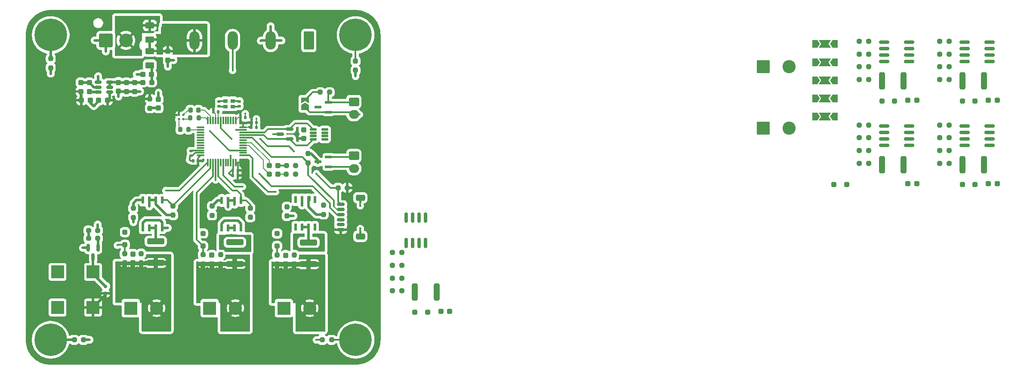
<source format=gbr>
%TF.GenerationSoftware,KiCad,Pcbnew,9.0.1*%
%TF.CreationDate,2025-11-09T21:37:19+01:00*%
%TF.ProjectId,SIGURD,53494755-5244-42e6-9b69-6361645f7063,rev?*%
%TF.SameCoordinates,Original*%
%TF.FileFunction,Copper,L1,Top*%
%TF.FilePolarity,Positive*%
%FSLAX46Y46*%
G04 Gerber Fmt 4.6, Leading zero omitted, Abs format (unit mm)*
G04 Created by KiCad (PCBNEW 9.0.1) date 2025-11-09 21:37:19*
%MOMM*%
%LPD*%
G01*
G04 APERTURE LIST*
G04 Aperture macros list*
%AMRoundRect*
0 Rectangle with rounded corners*
0 $1 Rounding radius*
0 $2 $3 $4 $5 $6 $7 $8 $9 X,Y pos of 4 corners*
0 Add a 4 corners polygon primitive as box body*
4,1,4,$2,$3,$4,$5,$6,$7,$8,$9,$2,$3,0*
0 Add four circle primitives for the rounded corners*
1,1,$1+$1,$2,$3*
1,1,$1+$1,$4,$5*
1,1,$1+$1,$6,$7*
1,1,$1+$1,$8,$9*
0 Add four rect primitives between the rounded corners*
20,1,$1+$1,$2,$3,$4,$5,0*
20,1,$1+$1,$4,$5,$6,$7,0*
20,1,$1+$1,$6,$7,$8,$9,0*
20,1,$1+$1,$8,$9,$2,$3,0*%
%AMFreePoly0*
4,1,6,1.000000,0.000000,0.500000,-0.750000,-0.500000,-0.750000,-0.500000,0.750000,0.500000,0.750000,1.000000,0.000000,1.000000,0.000000,$1*%
%AMFreePoly1*
4,1,7,0.700000,0.000000,1.200000,-0.750000,-1.200000,-0.750000,-0.700000,0.000000,-1.200000,0.750000,1.200000,0.750000,0.700000,0.000000,0.700000,0.000000,$1*%
%AMFreePoly2*
4,1,6,0.500000,-0.750000,-0.650000,-0.750000,-0.150000,0.000000,-0.650000,0.750000,0.500000,0.750000,0.500000,-0.750000,0.500000,-0.750000,$1*%
G04 Aperture macros list end*
%TA.AperFunction,SMDPad,CuDef*%
%ADD10RoundRect,0.150000X-0.150000X0.825000X-0.150000X-0.825000X0.150000X-0.825000X0.150000X0.825000X0*%
%TD*%
%TA.AperFunction,SMDPad,CuDef*%
%ADD11R,0.533400X1.460500*%
%TD*%
%TA.AperFunction,SMDPad,CuDef*%
%ADD12RoundRect,0.250000X-0.312500X-1.450000X0.312500X-1.450000X0.312500X1.450000X-0.312500X1.450000X0*%
%TD*%
%TA.AperFunction,SMDPad,CuDef*%
%ADD13RoundRect,0.237500X-0.287500X-0.237500X0.287500X-0.237500X0.287500X0.237500X-0.287500X0.237500X0*%
%TD*%
%TA.AperFunction,SMDPad,CuDef*%
%ADD14RoundRect,0.250000X-0.250000X-0.250000X0.250000X-0.250000X0.250000X0.250000X-0.250000X0.250000X0*%
%TD*%
%TA.AperFunction,SMDPad,CuDef*%
%ADD15RoundRect,0.237500X-0.250000X-0.237500X0.250000X-0.237500X0.250000X0.237500X-0.250000X0.237500X0*%
%TD*%
%TA.AperFunction,SMDPad,CuDef*%
%ADD16RoundRect,0.150000X-0.825000X-0.150000X0.825000X-0.150000X0.825000X0.150000X-0.825000X0.150000X0*%
%TD*%
%TA.AperFunction,SMDPad,CuDef*%
%ADD17FreePoly0,0.000000*%
%TD*%
%TA.AperFunction,SMDPad,CuDef*%
%ADD18FreePoly1,0.000000*%
%TD*%
%TA.AperFunction,SMDPad,CuDef*%
%ADD19FreePoly0,180.000000*%
%TD*%
%TA.AperFunction,ComponentPad*%
%ADD20RoundRect,0.250000X-1.050000X-1.050000X1.050000X-1.050000X1.050000X1.050000X-1.050000X1.050000X0*%
%TD*%
%TA.AperFunction,ComponentPad*%
%ADD21C,2.600000*%
%TD*%
%TA.AperFunction,SMDPad,CuDef*%
%ADD22R,2.500000X2.500000*%
%TD*%
%TA.AperFunction,ComponentPad*%
%ADD23C,2.700000*%
%TD*%
%TA.AperFunction,ComponentPad*%
%ADD24RoundRect,0.250001X-1.099999X-1.099999X1.099999X-1.099999X1.099999X1.099999X-1.099999X1.099999X0*%
%TD*%
%TA.AperFunction,SMDPad,CuDef*%
%ADD25RoundRect,0.140000X0.170000X-0.140000X0.170000X0.140000X-0.170000X0.140000X-0.170000X-0.140000X0*%
%TD*%
%TA.AperFunction,ComponentPad*%
%ADD26RoundRect,0.250000X-0.750000X0.600000X-0.750000X-0.600000X0.750000X-0.600000X0.750000X0.600000X0*%
%TD*%
%TA.AperFunction,ComponentPad*%
%ADD27O,2.000000X1.700000*%
%TD*%
%TA.AperFunction,SMDPad,CuDef*%
%ADD28R,1.320800X0.558800*%
%TD*%
%TA.AperFunction,SMDPad,CuDef*%
%ADD29RoundRect,0.237500X-0.237500X0.250000X-0.237500X-0.250000X0.237500X-0.250000X0.237500X0.250000X0*%
%TD*%
%TA.AperFunction,SMDPad,CuDef*%
%ADD30RoundRect,0.075000X-0.075000X0.662500X-0.075000X-0.662500X0.075000X-0.662500X0.075000X0.662500X0*%
%TD*%
%TA.AperFunction,SMDPad,CuDef*%
%ADD31RoundRect,0.075000X-0.662500X0.075000X-0.662500X-0.075000X0.662500X-0.075000X0.662500X0.075000X0*%
%TD*%
%TA.AperFunction,SMDPad,CuDef*%
%ADD32RoundRect,0.112500X-0.112500X-0.112500X0.112500X-0.112500X0.112500X0.112500X-0.112500X0.112500X0*%
%TD*%
%TA.AperFunction,SMDPad,CuDef*%
%ADD33RoundRect,0.200000X0.200000X0.275000X-0.200000X0.275000X-0.200000X-0.275000X0.200000X-0.275000X0*%
%TD*%
%TA.AperFunction,ComponentPad*%
%ADD34R,2.600000X2.600000*%
%TD*%
%TA.AperFunction,SMDPad,CuDef*%
%ADD35RoundRect,0.250000X-0.625000X0.375000X-0.625000X-0.375000X0.625000X-0.375000X0.625000X0.375000X0*%
%TD*%
%TA.AperFunction,SMDPad,CuDef*%
%ADD36RoundRect,0.237500X-0.237500X0.300000X-0.237500X-0.300000X0.237500X-0.300000X0.237500X0.300000X0*%
%TD*%
%TA.AperFunction,SMDPad,CuDef*%
%ADD37FreePoly0,90.000000*%
%TD*%
%TA.AperFunction,SMDPad,CuDef*%
%ADD38FreePoly2,90.000000*%
%TD*%
%TA.AperFunction,ComponentPad*%
%ADD39C,0.800000*%
%TD*%
%TA.AperFunction,ComponentPad*%
%ADD40C,6.400000*%
%TD*%
%TA.AperFunction,SMDPad,CuDef*%
%ADD41RoundRect,0.150000X-0.200000X0.150000X-0.200000X-0.150000X0.200000X-0.150000X0.200000X0.150000X0*%
%TD*%
%TA.AperFunction,SMDPad,CuDef*%
%ADD42RoundRect,0.237500X0.250000X0.237500X-0.250000X0.237500X-0.250000X-0.237500X0.250000X-0.237500X0*%
%TD*%
%TA.AperFunction,SMDPad,CuDef*%
%ADD43RoundRect,0.237500X0.287500X0.237500X-0.287500X0.237500X-0.287500X-0.237500X0.287500X-0.237500X0*%
%TD*%
%TA.AperFunction,SMDPad,CuDef*%
%ADD44RoundRect,0.237500X0.237500X-0.300000X0.237500X0.300000X-0.237500X0.300000X-0.237500X-0.300000X0*%
%TD*%
%TA.AperFunction,SMDPad,CuDef*%
%ADD45RoundRect,0.237500X-0.237500X0.287500X-0.237500X-0.287500X0.237500X-0.287500X0.237500X0.287500X0*%
%TD*%
%TA.AperFunction,SMDPad,CuDef*%
%ADD46RoundRect,0.140000X-0.140000X-0.170000X0.140000X-0.170000X0.140000X0.170000X-0.140000X0.170000X0*%
%TD*%
%TA.AperFunction,SMDPad,CuDef*%
%ADD47RoundRect,0.237500X0.237500X-0.287500X0.237500X0.287500X-0.237500X0.287500X-0.237500X-0.287500X0*%
%TD*%
%TA.AperFunction,SMDPad,CuDef*%
%ADD48RoundRect,0.250000X1.450000X-0.312500X1.450000X0.312500X-1.450000X0.312500X-1.450000X-0.312500X0*%
%TD*%
%TA.AperFunction,SMDPad,CuDef*%
%ADD49RoundRect,0.250000X0.250000X-0.250000X0.250000X0.250000X-0.250000X0.250000X-0.250000X-0.250000X0*%
%TD*%
%TA.AperFunction,SMDPad,CuDef*%
%ADD50RoundRect,0.150000X0.625000X-0.150000X0.625000X0.150000X-0.625000X0.150000X-0.625000X-0.150000X0*%
%TD*%
%TA.AperFunction,SMDPad,CuDef*%
%ADD51RoundRect,0.250000X0.650000X-0.350000X0.650000X0.350000X-0.650000X0.350000X-0.650000X-0.350000X0*%
%TD*%
%TA.AperFunction,ComponentPad*%
%ADD52RoundRect,0.250000X0.750000X1.550000X-0.750000X1.550000X-0.750000X-1.550000X0.750000X-1.550000X0*%
%TD*%
%TA.AperFunction,ComponentPad*%
%ADD53O,2.000000X3.600000*%
%TD*%
%TA.AperFunction,SMDPad,CuDef*%
%ADD54RoundRect,0.237500X0.237500X-0.250000X0.237500X0.250000X-0.237500X0.250000X-0.237500X-0.250000X0*%
%TD*%
%TA.AperFunction,SMDPad,CuDef*%
%ADD55RoundRect,0.237500X0.300000X0.237500X-0.300000X0.237500X-0.300000X-0.237500X0.300000X-0.237500X0*%
%TD*%
%TA.AperFunction,SMDPad,CuDef*%
%ADD56RoundRect,0.140000X-0.170000X0.140000X-0.170000X-0.140000X0.170000X-0.140000X0.170000X0.140000X0*%
%TD*%
%TA.AperFunction,SMDPad,CuDef*%
%ADD57RoundRect,0.140000X0.140000X0.170000X-0.140000X0.170000X-0.140000X-0.170000X0.140000X-0.170000X0*%
%TD*%
%TA.AperFunction,SMDPad,CuDef*%
%ADD58RoundRect,0.150000X0.512500X0.150000X-0.512500X0.150000X-0.512500X-0.150000X0.512500X-0.150000X0*%
%TD*%
%TA.AperFunction,SMDPad,CuDef*%
%ADD59RoundRect,0.150000X0.587500X0.150000X-0.587500X0.150000X-0.587500X-0.150000X0.587500X-0.150000X0*%
%TD*%
%TA.AperFunction,SMDPad,CuDef*%
%ADD60RoundRect,0.218750X0.218750X0.256250X-0.218750X0.256250X-0.218750X-0.256250X0.218750X-0.256250X0*%
%TD*%
%TA.AperFunction,SMDPad,CuDef*%
%ADD61R,0.900000X0.800000*%
%TD*%
%TA.AperFunction,SMDPad,CuDef*%
%ADD62RoundRect,0.125000X-0.537500X-0.125000X0.537500X-0.125000X0.537500X0.125000X-0.537500X0.125000X0*%
%TD*%
%TA.AperFunction,SMDPad,CuDef*%
%ADD63RoundRect,0.237500X-0.300000X-0.237500X0.300000X-0.237500X0.300000X0.237500X-0.300000X0.237500X0*%
%TD*%
%TA.AperFunction,SMDPad,CuDef*%
%ADD64RoundRect,0.150000X-0.150000X0.587500X-0.150000X-0.587500X0.150000X-0.587500X0.150000X0.587500X0*%
%TD*%
%TA.AperFunction,ViaPad*%
%ADD65C,0.450000*%
%TD*%
%TA.AperFunction,Conductor*%
%ADD66C,0.500000*%
%TD*%
%TA.AperFunction,Conductor*%
%ADD67C,0.200000*%
%TD*%
%TA.AperFunction,Conductor*%
%ADD68C,0.300000*%
%TD*%
G04 APERTURE END LIST*
D10*
%TO.P,U10,8,VCC*%
%TO.N,+10V*%
X148720000Y-115905000D03*
%TO.P,U10,7,OUTPUT*%
%TO.N,Net-(F7-Pad2)*%
X147450000Y-115905000D03*
%TO.P,U10,6,OUTPUT*%
X146180000Y-115905000D03*
%TO.P,U10,5,VCC*%
%TO.N,+10V*%
X144910000Y-115905000D03*
%TO.P,U10,4,MULTISENSE*%
%TO.N,Net-(U10-MULTISENSE)*%
X144910000Y-110955000D03*
%TO.P,U10,3,GND*%
%TO.N,Earth*%
X146180000Y-110955000D03*
%TO.P,U10,2,SEN*%
X147450000Y-110955000D03*
%TO.P,U10,1,INPUT*%
%TO.N,/SOL1*%
X148720000Y-110955000D03*
%TD*%
D11*
%TO.P,U8,8,VCC*%
%TO.N,+10V*%
X96954517Y-112964151D03*
%TO.P,U8,7,OUTPUT*%
%TO.N,Net-(F6-Pad2)*%
X95684517Y-112964151D03*
%TO.P,U8,6,OUTPUT*%
X94414517Y-112964151D03*
%TO.P,U8,5,VCC*%
%TO.N,+10V*%
X93144517Y-112964151D03*
%TO.P,U8,4,MULTISENSE*%
%TO.N,Net-(U8-MULTISENSE)*%
X93144517Y-107515851D03*
%TO.P,U8,3,GND*%
%TO.N,Earth*%
X94414517Y-107515851D03*
%TO.P,U8,2,SEN*%
X95684517Y-107515851D03*
%TO.P,U8,1,INPUT*%
%TO.N,/SOL3*%
X96954517Y-107515851D03*
%TD*%
D12*
%TO.P,F7,2*%
%TO.N,Net-(F7-Pad2)*%
X150952500Y-125625000D03*
%TO.P,F7,1*%
%TO.N,/SOL1_OUT*%
X146677500Y-125625000D03*
%TD*%
D13*
%TO.P,D12,2,A2*%
%TO.N,/SOL1_OUT*%
X153525000Y-129395000D03*
%TO.P,D12,1,A1*%
%TO.N,Earth*%
X151775000Y-129395000D03*
%TD*%
D14*
%TO.P,D9,2,A*%
%TO.N,Earth*%
X149160000Y-129575000D03*
%TO.P,D9,1,K*%
%TO.N,/SOL1_SENSE*%
X146660000Y-129575000D03*
%TD*%
D15*
%TO.P,R42,2*%
%TO.N,Earth*%
X144077500Y-125355000D03*
%TO.P,R42,1*%
%TO.N,/SOL1*%
X142252500Y-125355000D03*
%TD*%
D16*
%TO.P,U14,8,VCC*%
%TO.N,+10V*%
X243935000Y-92905000D03*
%TO.P,U14,7,OUTPUT*%
%TO.N,Net-(F11-Pad2)*%
X243935000Y-94175000D03*
%TO.P,U14,6,OUTPUT*%
X243935000Y-95445000D03*
%TO.P,U14,5,VCC*%
%TO.N,+10V*%
X243935000Y-96715000D03*
%TO.P,U14,4,MULTISENSE*%
%TO.N,Net-(U14-MULTISENSE)*%
X238985000Y-96715000D03*
%TO.P,U14,3,GND*%
%TO.N,Earth*%
X238985000Y-95445000D03*
%TO.P,U14,2,SEN*%
X238985000Y-94175000D03*
%TO.P,U14,1,INPUT*%
%TO.N,/SOL5*%
X238985000Y-92905000D03*
%TD*%
%TO.P,U13,1,INPUT*%
%TO.N,/SOL4*%
X254815000Y-92905000D03*
%TO.P,U13,2,SEN*%
%TO.N,Earth*%
X254815000Y-94175000D03*
%TO.P,U13,3,GND*%
X254815000Y-95445000D03*
%TO.P,U13,4,MULTISENSE*%
%TO.N,Net-(U13-MULTISENSE)*%
X254815000Y-96715000D03*
%TO.P,U13,5,VCC*%
%TO.N,+10V*%
X259765000Y-96715000D03*
%TO.P,U13,6,OUTPUT*%
%TO.N,Net-(F10-Pad2)*%
X259765000Y-95445000D03*
%TO.P,U13,7,OUTPUT*%
X259765000Y-94175000D03*
%TO.P,U13,8,VCC*%
%TO.N,+10V*%
X259765000Y-92905000D03*
%TD*%
%TO.P,U12,1,INPUT*%
%TO.N,/SOL3*%
X254815000Y-76425000D03*
%TO.P,U12,2,SEN*%
%TO.N,Earth*%
X254815000Y-77695000D03*
%TO.P,U12,3,GND*%
X254815000Y-78965000D03*
%TO.P,U12,4,MULTISENSE*%
%TO.N,Net-(U12-MULTISENSE)*%
X254815000Y-80235000D03*
%TO.P,U12,5,VCC*%
%TO.N,+10V*%
X259765000Y-80235000D03*
%TO.P,U12,6,OUTPUT*%
%TO.N,Net-(F9-Pad2)*%
X259765000Y-78965000D03*
%TO.P,U12,7,OUTPUT*%
X259765000Y-77695000D03*
%TO.P,U12,8,VCC*%
%TO.N,+10V*%
X259765000Y-76425000D03*
%TD*%
%TO.P,U11,1,INPUT*%
%TO.N,/SOL2*%
X238985000Y-76425000D03*
%TO.P,U11,2,SEN*%
%TO.N,Earth*%
X238985000Y-77695000D03*
%TO.P,U11,3,GND*%
X238985000Y-78965000D03*
%TO.P,U11,4,MULTISENSE*%
%TO.N,Net-(U11-MULTISENSE)*%
X238985000Y-80235000D03*
%TO.P,U11,5,VCC*%
%TO.N,+10V*%
X243935000Y-80235000D03*
%TO.P,U11,6,OUTPUT*%
%TO.N,Net-(F8-Pad2)*%
X243935000Y-78965000D03*
%TO.P,U11,7,OUTPUT*%
X243935000Y-77695000D03*
%TO.P,U11,8,VCC*%
%TO.N,+10V*%
X243935000Y-76425000D03*
%TD*%
D15*
%TO.P,R58,1*%
%TO.N,/SOL5*%
X234147500Y-100240000D03*
%TO.P,R58,2*%
%TO.N,Earth*%
X235972500Y-100240000D03*
%TD*%
%TO.P,R57,1*%
%TO.N,Net-(U14-MULTISENSE)*%
X234147500Y-97730000D03*
%TO.P,R57,2*%
%TO.N,Earth*%
X235972500Y-97730000D03*
%TD*%
%TO.P,R56,1*%
%TO.N,+10V*%
X234147500Y-95220000D03*
%TO.P,R56,2*%
%TO.N,/SOL5_OUT*%
X235972500Y-95220000D03*
%TD*%
%TO.P,R55,1*%
%TO.N,/SOL5_OUT*%
X234147500Y-92710000D03*
%TO.P,R55,2*%
%TO.N,/SOL5_SENSE*%
X235972500Y-92710000D03*
%TD*%
%TO.P,R54,1*%
%TO.N,/SOL4*%
X249977500Y-100240000D03*
%TO.P,R54,2*%
%TO.N,Earth*%
X251802500Y-100240000D03*
%TD*%
%TO.P,R53,1*%
%TO.N,Net-(U13-MULTISENSE)*%
X249977500Y-97730000D03*
%TO.P,R53,2*%
%TO.N,Earth*%
X251802500Y-97730000D03*
%TD*%
%TO.P,R52,1*%
%TO.N,+10V*%
X249977500Y-95220000D03*
%TO.P,R52,2*%
%TO.N,/SOL4_OUT*%
X251802500Y-95220000D03*
%TD*%
%TO.P,R51,1*%
%TO.N,/SOL4_OUT*%
X249977500Y-92710000D03*
%TO.P,R51,2*%
%TO.N,/SOL4_SENSE*%
X251802500Y-92710000D03*
%TD*%
%TO.P,R50,1*%
%TO.N,/SOL3*%
X249977500Y-83760000D03*
%TO.P,R50,2*%
%TO.N,Earth*%
X251802500Y-83760000D03*
%TD*%
%TO.P,R49,1*%
%TO.N,Net-(U12-MULTISENSE)*%
X249977500Y-81250000D03*
%TO.P,R49,2*%
%TO.N,Earth*%
X251802500Y-81250000D03*
%TD*%
%TO.P,R48,1*%
%TO.N,+10V*%
X249977500Y-78740000D03*
%TO.P,R48,2*%
%TO.N,/SOL3_OUT*%
X251802500Y-78740000D03*
%TD*%
%TO.P,R47,1*%
%TO.N,/SOL3_OUT*%
X249977500Y-76230000D03*
%TO.P,R47,2*%
%TO.N,/SOL3_SENSE*%
X251802500Y-76230000D03*
%TD*%
%TO.P,R46,1*%
%TO.N,/SOL2*%
X234147500Y-83760000D03*
%TO.P,R46,2*%
%TO.N,Earth*%
X235972500Y-83760000D03*
%TD*%
%TO.P,R45,1*%
%TO.N,Net-(U11-MULTISENSE)*%
X234147500Y-81250000D03*
%TO.P,R45,2*%
%TO.N,Earth*%
X235972500Y-81250000D03*
%TD*%
%TO.P,R44,1*%
%TO.N,+10V*%
X234147500Y-78740000D03*
%TO.P,R44,2*%
%TO.N,/SOL2_OUT*%
X235972500Y-78740000D03*
%TD*%
%TO.P,R43,1*%
%TO.N,/SOL2_OUT*%
X234147500Y-76230000D03*
%TO.P,R43,2*%
%TO.N,/SOL2_SENSE*%
X235972500Y-76230000D03*
%TD*%
%TO.P,R39,1*%
%TO.N,Net-(U10-MULTISENSE)*%
X142252500Y-122845000D03*
%TO.P,R39,2*%
%TO.N,Earth*%
X144077500Y-122845000D03*
%TD*%
%TO.P,R34,1*%
%TO.N,+10V*%
X142252500Y-120335000D03*
%TO.P,R34,2*%
%TO.N,/SOL1_OUT*%
X144077500Y-120335000D03*
%TD*%
%TO.P,R29,1*%
%TO.N,/SOL1_OUT*%
X142252500Y-117825000D03*
%TO.P,R29,2*%
%TO.N,/SOL1_SENSE*%
X144077500Y-117825000D03*
%TD*%
D17*
%TO.P,JP6,1,A*%
%TO.N,+10V*%
X225360000Y-91050000D03*
D18*
%TO.P,JP6,2,B*%
%TO.N,+24V*%
X227360000Y-91050000D03*
D19*
%TO.P,JP6,3*%
%TO.N,N/C*%
X229360000Y-91050000D03*
%TD*%
D17*
%TO.P,JP5,1,A*%
%TO.N,+10V*%
X225360000Y-87480000D03*
D18*
%TO.P,JP5,2,B*%
%TO.N,+24V*%
X227360000Y-87480000D03*
D19*
%TO.P,JP5,3*%
%TO.N,N/C*%
X229360000Y-87480000D03*
%TD*%
D17*
%TO.P,JP4,1,A*%
%TO.N,+10V*%
X225360000Y-83910000D03*
D18*
%TO.P,JP4,2,B*%
%TO.N,+24V*%
X227360000Y-83910000D03*
D19*
%TO.P,JP4,3*%
%TO.N,N/C*%
X229360000Y-83910000D03*
%TD*%
D17*
%TO.P,JP3,1,A*%
%TO.N,+10V*%
X225360000Y-80340000D03*
D18*
%TO.P,JP3,2,B*%
%TO.N,+24V*%
X227360000Y-80340000D03*
D19*
%TO.P,JP3,3*%
%TO.N,N/C*%
X229360000Y-80340000D03*
%TD*%
D17*
%TO.P,JP2,1,A*%
%TO.N,+10V*%
X225360000Y-76770000D03*
D18*
%TO.P,JP2,2,B*%
%TO.N,+24V*%
X227360000Y-76770000D03*
D19*
%TO.P,JP2,3*%
%TO.N,N/C*%
X229360000Y-76770000D03*
%TD*%
D20*
%TO.P,J13,1,Pin_1*%
%TO.N,Earth*%
X215200000Y-93335000D03*
D21*
%TO.P,J13,2,Pin_2*%
%TO.N,/SOL5_OUT*%
X220280000Y-93335000D03*
%TD*%
D20*
%TO.P,J12,1,Pin_1*%
%TO.N,Earth*%
X215200000Y-81210000D03*
D21*
%TO.P,J12,2,Pin_2*%
%TO.N,/SOL4_OUT*%
X220280000Y-81210000D03*
%TD*%
D12*
%TO.P,F11,1*%
%TO.N,/SOL5_OUT*%
X238572500Y-100510000D03*
%TO.P,F11,2*%
%TO.N,Net-(F11-Pad2)*%
X242847500Y-100510000D03*
%TD*%
%TO.P,F10,1*%
%TO.N,/SOL4_OUT*%
X254402500Y-100510000D03*
%TO.P,F10,2*%
%TO.N,Net-(F10-Pad2)*%
X258677500Y-100510000D03*
%TD*%
%TO.P,F9,1*%
%TO.N,/SOL3_OUT*%
X254402500Y-84030000D03*
%TO.P,F9,2*%
%TO.N,Net-(F9-Pad2)*%
X258677500Y-84030000D03*
%TD*%
%TO.P,F8,1*%
%TO.N,/SOL2_OUT*%
X238572500Y-84030000D03*
%TO.P,F8,2*%
%TO.N,Net-(F8-Pad2)*%
X242847500Y-84030000D03*
%TD*%
D13*
%TO.P,D23,1,A1*%
%TO.N,Earth*%
X243670000Y-104280000D03*
%TO.P,D23,2,A2*%
%TO.N,/SOL5_OUT*%
X245420000Y-104280000D03*
%TD*%
%TO.P,D21,1,A1*%
%TO.N,Earth*%
X259500000Y-104280000D03*
%TO.P,D21,2,A2*%
%TO.N,/SOL4_OUT*%
X261250000Y-104280000D03*
%TD*%
D14*
%TO.P,D20,1,K*%
%TO.N,/SOL4_SENSE*%
X254385000Y-104460000D03*
%TO.P,D20,2,A*%
%TO.N,Earth*%
X256885000Y-104460000D03*
%TD*%
D13*
%TO.P,D19,1,A1*%
%TO.N,Earth*%
X259500000Y-87800000D03*
%TO.P,D19,2,A2*%
%TO.N,/SOL3_OUT*%
X261250000Y-87800000D03*
%TD*%
D14*
%TO.P,D18,1,K*%
%TO.N,/SOL3_SENSE*%
X254385000Y-87980000D03*
%TO.P,D18,2,A*%
%TO.N,Earth*%
X256885000Y-87980000D03*
%TD*%
D13*
%TO.P,D17,1,A1*%
%TO.N,Earth*%
X243670000Y-87800000D03*
%TO.P,D17,2,A2*%
%TO.N,/SOL2_OUT*%
X245420000Y-87800000D03*
%TD*%
D14*
%TO.P,D15,1,K*%
%TO.N,/SOL2_SENSE*%
X238555000Y-87980000D03*
%TO.P,D15,2,A*%
%TO.N,Earth*%
X241055000Y-87980000D03*
%TD*%
D22*
%TO.P,BZ1,4*%
%TO.N,N/C*%
X76350000Y-128650000D03*
%TO.P,BZ1,3*%
X76350000Y-121650000D03*
%TO.P,BZ1,2,+*%
%TO.N,Net-(BZ1-+)*%
X83350000Y-121650000D03*
%TO.P,BZ1,1,-*%
%TO.N,+3V3*%
X83350000Y-128650000D03*
%TD*%
D23*
%TO.P,J1,2,Pin_2*%
%TO.N,VIN*%
X89802500Y-76050000D03*
D24*
%TO.P,J1,1,Pin_1*%
%TO.N,Earth*%
X85842500Y-76050000D03*
%TD*%
D25*
%TO.P,C10,1*%
%TO.N,/OSC_OUT*%
X108149999Y-89010000D03*
%TO.P,C10,2*%
%TO.N,Earth*%
X108149999Y-88050000D03*
%TD*%
D26*
%TO.P,J2,1,Pin_1*%
%TO.N,/CAN_H*%
X134665000Y-88130000D03*
D27*
%TO.P,J2,2,Pin_2*%
%TO.N,/CAN_L*%
X134665000Y-90630000D03*
%TD*%
D28*
%TO.P,CR1,1,IO*%
%TO.N,/CAN_L*%
X129650000Y-90170002D03*
%TO.P,CR1,2,IO*%
%TO.N,/CAN_H*%
X129650000Y-88270000D03*
%TO.P,CR1,3,GND*%
%TO.N,Earth*%
X127618000Y-89220001D03*
%TD*%
D29*
%TO.P,R26,1*%
%TO.N,/SOL1*%
X128710000Y-108497500D03*
%TO.P,R26,2*%
%TO.N,Earth*%
X128710000Y-110322500D03*
%TD*%
D25*
%TO.P,C11,1*%
%TO.N,Earth*%
X102580000Y-98790000D03*
%TO.P,C11,2*%
%TO.N,Net-(U2-VCAP)*%
X102580000Y-97830000D03*
%TD*%
D30*
%TO.P,U2,1,VBAT*%
%TO.N,+3V3*%
X111434517Y-91790001D03*
%TO.P,U2,2,PC13*%
%TO.N,unconnected-(U2-PC13-Pad2)*%
X110934517Y-91790001D03*
%TO.P,U2,3,PC14*%
%TO.N,unconnected-(U2-PC14-Pad3)*%
X110434517Y-91790001D03*
%TO.P,U2,4,PC15*%
%TO.N,unconnected-(U2-PC15-Pad4)*%
X109934516Y-91790001D03*
%TO.P,U2,5,RCC_OSC_IN*%
%TO.N,/OSC_IN*%
X109434517Y-91790001D03*
%TO.P,U2,6,RCC_OSC_OUT*%
%TO.N,/OSC_OUT*%
X108934517Y-91790001D03*
%TO.P,U2,7,NRST*%
%TO.N,/NRST*%
X108434517Y-91790001D03*
%TO.P,U2,8,VSSA*%
%TO.N,Earth*%
X107934517Y-91790001D03*
%TO.P,U2,9,VDDA*%
%TO.N,+3V3*%
X107434518Y-91790001D03*
%TO.P,U2,10,PA0*%
%TO.N,/LED_R*%
X106934517Y-91790001D03*
%TO.P,U2,11,PA1*%
X106434517Y-91790001D03*
%TO.P,U2,12,PA2*%
%TO.N,/LED_B*%
X105934517Y-91790001D03*
D31*
%TO.P,U2,13,PA3*%
%TO.N,unconnected-(U2-PA3-Pad13)*%
X104522017Y-93202501D03*
%TO.P,U2,14,PA4*%
%TO.N,/LED_G*%
X104522017Y-93702501D03*
%TO.P,U2,15,PA5*%
%TO.N,unconnected-(U2-PA5-Pad15)*%
X104522017Y-94202501D03*
%TO.P,U2,16,PA6*%
%TO.N,unconnected-(U2-PA6-Pad16)*%
X104522017Y-94702502D03*
%TO.P,U2,17,PA7*%
%TO.N,/PA7*%
X104522017Y-95202501D03*
%TO.P,U2,18,PB0*%
%TO.N,/PB0*%
X104522017Y-95702501D03*
%TO.P,U2,19,PB1*%
%TO.N,/PB1*%
X104522017Y-96202501D03*
%TO.P,U2,20,PB2*%
%TO.N,/PB2*%
X104522017Y-96702501D03*
%TO.P,U2,21,PB10*%
%TO.N,/PB10*%
X104522017Y-97202500D03*
%TO.P,U2,22,VCAP*%
%TO.N,Net-(U2-VCAP)*%
X104522017Y-97702501D03*
%TO.P,U2,23,VSS*%
%TO.N,Earth*%
X104522017Y-98202501D03*
%TO.P,U2,24,VDD*%
%TO.N,+3V3*%
X104522017Y-98702501D03*
D30*
%TO.P,U2,25,PB12*%
%TO.N,/SOL3_SENSE*%
X105934517Y-100115001D03*
%TO.P,U2,26,PB13*%
%TO.N,/SOL3*%
X106434517Y-100115001D03*
%TO.P,U2,27,PB14*%
%TO.N,/SOL2_SENSE*%
X106934517Y-100115001D03*
%TO.P,U2,28,PB15*%
%TO.N,/SOL1_SENSE*%
X107434518Y-100115001D03*
%TO.P,U2,29,PA8*%
%TO.N,/SOL2*%
X107934517Y-100115001D03*
%TO.P,U2,30,PA9*%
%TO.N,unconnected-(U2-PA9-Pad30)*%
X108434517Y-100115001D03*
%TO.P,U2,31,PA10*%
%TO.N,/SOL1*%
X108934517Y-100115001D03*
%TO.P,U2,32,PA11*%
%TO.N,unconnected-(U2-PA11-Pad32)*%
X109434517Y-100115001D03*
%TO.P,U2,33,PA12*%
%TO.N,unconnected-(U2-PA12-Pad33)*%
X109934516Y-100115001D03*
%TO.P,U2,34,PA13*%
%TO.N,/SW_DIO*%
X110434517Y-100115001D03*
%TO.P,U2,35,VSS*%
%TO.N,Earth*%
X110934517Y-100115001D03*
%TO.P,U2,36,VDD*%
%TO.N,+3V3*%
X111434517Y-100115001D03*
D31*
%TO.P,U2,37,PA14*%
%TO.N,/SW_CLK*%
X112847017Y-98702501D03*
%TO.P,U2,38,PA15*%
%TO.N,/BUZZER*%
X112847017Y-98202501D03*
%TO.P,U2,39,PB3*%
%TO.N,/MOTOR_PWM*%
X112847017Y-97702501D03*
%TO.P,U2,40,PB4*%
%TO.N,unconnected-(U2-PB4-Pad40)*%
X112847017Y-97202500D03*
%TO.P,U2,41,PB5*%
%TO.N,/LED_TX*%
X112847017Y-96702501D03*
%TO.P,U2,42,PB6*%
%TO.N,/LED_RX*%
X112847017Y-96202501D03*
%TO.P,U2,43,PB7*%
%TO.N,unconnected-(U2-PB7-Pad43)*%
X112847017Y-95702501D03*
%TO.P,U2,44,PH3*%
%TO.N,/BOOT0*%
X112847017Y-95202501D03*
%TO.P,U2,45,FDCAN1_RX*%
%TO.N,/CAN_RX*%
X112847017Y-94702502D03*
%TO.P,U2,46,FDCAN1_TX*%
%TO.N,/CAN_TX*%
X112847017Y-94202501D03*
%TO.P,U2,47,VSS*%
%TO.N,Earth*%
X112847017Y-93702501D03*
%TO.P,U2,48,VDD*%
%TO.N,+3V3*%
X112847017Y-93202501D03*
%TD*%
D32*
%TO.P,D5,1,A*%
%TO.N,+3V3*%
X100240000Y-90740000D03*
%TO.P,D5,2,RK*%
%TO.N,Net-(D5-RK)*%
X101090000Y-90740000D03*
%TO.P,D5,3,BK*%
%TO.N,Net-(D5-BK)*%
X101090000Y-91590000D03*
%TO.P,D5,4,GK*%
%TO.N,Net-(D5-GK)*%
X100240000Y-91590000D03*
%TD*%
D33*
%TO.P,R41,1*%
%TO.N,/LED_B*%
X104125000Y-91330000D03*
%TO.P,R41,2*%
%TO.N,Net-(D5-BK)*%
X102475000Y-91330000D03*
%TD*%
D34*
%TO.P,J11,1,Pin_1*%
%TO.N,Earth*%
X90764517Y-128770000D03*
D21*
%TO.P,J11,2,Pin_2*%
%TO.N,/SOL3_OUT*%
X95844517Y-128770000D03*
%TD*%
D35*
%TO.P,F3,1*%
%TO.N,+10V*%
X94510000Y-78140000D03*
%TO.P,F3,2*%
%TO.N,Net-(C12-Pad2)*%
X94510000Y-80940000D03*
%TD*%
D36*
%TO.P,C19,1*%
%TO.N,Net-(U9-SW)*%
X82600000Y-84387500D03*
%TO.P,C19,2*%
%TO.N,Net-(U9-BST)*%
X82600000Y-86112500D03*
%TD*%
D37*
%TO.P,JP1,1,A*%
%TO.N,/CAN_L*%
X125040000Y-89265000D03*
D38*
%TO.P,JP1,2,B*%
%TO.N,Net-(JP1-B)*%
X125040000Y-87815000D03*
%TD*%
D15*
%TO.P,R4,1*%
%TO.N,Net-(D3-K)*%
X121370000Y-102370000D03*
%TO.P,R4,2*%
%TO.N,Earth*%
X123195000Y-102370000D03*
%TD*%
D34*
%TO.P,J10,1,Pin_1*%
%TO.N,Earth*%
X106280000Y-128770000D03*
D21*
%TO.P,J10,2,Pin_2*%
%TO.N,/SOL2_OUT*%
X111360000Y-128770000D03*
%TD*%
D39*
%TO.P,H2,1,1*%
%TO.N,Net-(H2-Pad1)*%
X72600000Y-135000000D03*
X73302944Y-133302944D03*
X73302944Y-136697056D03*
X75000000Y-132600000D03*
D40*
X75000000Y-135000000D03*
D39*
X75000000Y-137400000D03*
X76697056Y-133302944D03*
X76697056Y-136697056D03*
X77400000Y-135000000D03*
%TD*%
%TO.P,H3,1,1*%
%TO.N,Net-(H3-Pad1)*%
X132600000Y-75000000D03*
X133302944Y-73302944D03*
X133302944Y-76697056D03*
X135000000Y-72600000D03*
D40*
X135000000Y-75000000D03*
D39*
X135000000Y-77400000D03*
X136697056Y-73302944D03*
X136697056Y-76697056D03*
X137400000Y-75000000D03*
%TD*%
D11*
%TO.P,U7,1,INPUT*%
%TO.N,/SOL2*%
X112470000Y-107560851D03*
%TO.P,U7,2,SEN*%
%TO.N,Earth*%
X111200000Y-107560851D03*
%TO.P,U7,3,GND*%
X109930000Y-107560851D03*
%TO.P,U7,4,MULTISENSE*%
%TO.N,Net-(U7-MULTISENSE)*%
X108660000Y-107560851D03*
%TO.P,U7,5,VCC*%
%TO.N,+10V*%
X108660000Y-113009151D03*
%TO.P,U7,6,OUTPUT*%
%TO.N,Net-(F5-Pad2)*%
X109930000Y-113009151D03*
%TO.P,U7,7,OUTPUT*%
X111200000Y-113009151D03*
%TO.P,U7,8,VCC*%
%TO.N,+10V*%
X112470000Y-113009151D03*
%TD*%
D41*
%TO.P,D2,1,K*%
%TO.N,+3V3*%
X85810000Y-125857500D03*
%TO.P,D2,2,A*%
%TO.N,Net-(BZ1-+)*%
X85810000Y-124457500D03*
%TD*%
D29*
%TO.P,R28,1*%
%TO.N,Net-(U6-MULTISENSE)*%
X121460000Y-108787500D03*
%TO.P,R28,2*%
%TO.N,Earth*%
X121460000Y-110612500D03*
%TD*%
D42*
%TO.P,R10,1*%
%TO.N,/CAN_H*%
X129878100Y-86250000D03*
%TO.P,R10,2*%
%TO.N,Net-(JP1-B)*%
X128053100Y-86250000D03*
%TD*%
D43*
%TO.P,D4,1,K*%
%TO.N,Net-(D4-K)*%
X119747981Y-100720000D03*
%TO.P,D4,2,A*%
%TO.N,/LED_RX*%
X117997983Y-100720000D03*
%TD*%
D44*
%TO.P,C14,1*%
%TO.N,Earth*%
X89900000Y-86112500D03*
%TO.P,C14,2*%
%TO.N,Net-(U9-EN)*%
X89900000Y-84387500D03*
%TD*%
D45*
%TO.P,D10,1,A1*%
%TO.N,Earth*%
X121235000Y-118360000D03*
%TO.P,D10,2,A2*%
%TO.N,/SOL1_OUT*%
X121235000Y-120110000D03*
%TD*%
D46*
%TO.P,C7,1*%
%TO.N,+3V3*%
X114500000Y-93200000D03*
%TO.P,C7,2*%
%TO.N,Earth*%
X115460000Y-93200000D03*
%TD*%
D47*
%TO.P,D1,1,A1*%
%TO.N,Earth*%
X98050000Y-79925000D03*
%TO.P,D1,2,A2*%
%TO.N,+10V*%
X98050000Y-78175000D03*
%TD*%
D48*
%TO.P,F5,1*%
%TO.N,/SOL2_OUT*%
X111230483Y-120075000D03*
%TO.P,F5,2*%
%TO.N,Net-(F5-Pad2)*%
X111230483Y-115800000D03*
%TD*%
D49*
%TO.P,D8,1,K*%
%TO.N,/SOL1_SENSE*%
X119550000Y-116560000D03*
%TO.P,D8,2,A*%
%TO.N,Earth*%
X119550000Y-114060000D03*
%TD*%
D50*
%TO.P,J4,1,Pin_1*%
%TO.N,+3V3*%
X132060000Y-113330000D03*
%TO.P,J4,2,Pin_2*%
%TO.N,Earth*%
X132060000Y-112330000D03*
%TO.P,J4,3,Pin_3*%
%TO.N,/SW_CLK*%
X132060000Y-111330000D03*
%TO.P,J4,4,Pin_4*%
%TO.N,/SW_DIO*%
X132060000Y-110330000D03*
%TO.P,J4,5,Pin_5*%
%TO.N,/BOOT0*%
X132060000Y-109330000D03*
%TO.P,J4,6,Pin_6*%
%TO.N,/NRST*%
X132060000Y-108330000D03*
D51*
%TO.P,J4,MP,MountPin*%
%TO.N,Earth*%
X135935000Y-114630000D03*
X135935000Y-107030000D03*
%TD*%
D52*
%TO.P,J5,1,Pin_1*%
%TO.N,unconnected-(J5-Pin_1-Pad1)*%
X125790000Y-76090000D03*
D53*
%TO.P,J5,2,Pin_2*%
%TO.N,Earth*%
X118290000Y-76090000D03*
%TO.P,J5,3,Pin_3*%
%TO.N,/MOTOR_PWM*%
X110790000Y-76090000D03*
%TO.P,J5,4,Pin_4*%
%TO.N,+10V*%
X103290000Y-76090000D03*
%TD*%
D45*
%TO.P,D13,1,A1*%
%TO.N,Earth*%
X106720483Y-118325000D03*
%TO.P,D13,2,A2*%
%TO.N,/SOL2_OUT*%
X106720483Y-120075000D03*
%TD*%
D36*
%TO.P,C8,1*%
%TO.N,Earth*%
X124790000Y-93637500D03*
%TO.P,C8,2*%
%TO.N,+3V3*%
X124790000Y-95362500D03*
%TD*%
D54*
%TO.P,R14,1*%
%TO.N,Earth*%
X135000000Y-81942500D03*
%TO.P,R14,2*%
%TO.N,Net-(H3-Pad1)*%
X135000000Y-80117500D03*
%TD*%
D55*
%TO.P,C21,1*%
%TO.N,+3V3*%
X86162500Y-87850000D03*
%TO.P,C21,2*%
%TO.N,Earth*%
X84437500Y-87850000D03*
%TD*%
D34*
%TO.P,J9,1,Pin_1*%
%TO.N,Earth*%
X120889517Y-128770000D03*
D21*
%TO.P,J9,2,Pin_2*%
%TO.N,/SOL1_OUT*%
X125969517Y-128770000D03*
%TD*%
D33*
%TO.P,R40,1*%
%TO.N,/LED_G*%
X102130000Y-93620000D03*
%TO.P,R40,2*%
%TO.N,Net-(D5-GK)*%
X100480000Y-93620000D03*
%TD*%
D35*
%TO.P,F1,1*%
%TO.N,VIN*%
X94510000Y-73100000D03*
%TO.P,F1,2*%
%TO.N,+10V*%
X94510000Y-75900000D03*
%TD*%
D56*
%TO.P,C9,1*%
%TO.N,/OSC_IN*%
X112109999Y-88050000D03*
%TO.P,C9,2*%
%TO.N,Earth*%
X112109999Y-89010000D03*
%TD*%
D45*
%TO.P,L1,1*%
%TO.N,Net-(U9-SW)*%
X80925000Y-84350000D03*
%TO.P,L1,2*%
%TO.N,+3V3*%
X80925000Y-86100000D03*
%TD*%
D44*
%TO.P,C13,1*%
%TO.N,Earth*%
X91500000Y-86112500D03*
%TO.P,C13,2*%
%TO.N,Net-(U9-EN)*%
X91500000Y-84387500D03*
%TD*%
D57*
%TO.P,C4,1*%
%TO.N,+3V3*%
X111805000Y-102680000D03*
%TO.P,C4,2*%
%TO.N,Earth*%
X110845000Y-102680000D03*
%TD*%
D54*
%TO.P,R27,1*%
%TO.N,/SOL1_OUT*%
X119550000Y-120110000D03*
%TO.P,R27,2*%
%TO.N,/SOL1_SENSE*%
X119550000Y-118285000D03*
%TD*%
D15*
%TO.P,R2,1*%
%TO.N,/BUZZER*%
X82437500Y-115050000D03*
%TO.P,R2,2*%
%TO.N,Net-(Q1-B)*%
X84262500Y-115050000D03*
%TD*%
D42*
%TO.P,R3,1*%
%TO.N,Earth*%
X84262500Y-113480000D03*
%TO.P,R3,2*%
%TO.N,/BUZZER*%
X82437500Y-113480000D03*
%TD*%
D48*
%TO.P,F6,1*%
%TO.N,/SOL3_OUT*%
X95660000Y-119875000D03*
%TO.P,F6,2*%
%TO.N,Net-(F6-Pad2)*%
X95660000Y-115600000D03*
%TD*%
D43*
%TO.P,D3,1,K*%
%TO.N,Net-(D3-K)*%
X119739516Y-102370001D03*
%TO.P,D3,2,A*%
%TO.N,/LED_TX*%
X117989518Y-102370001D03*
%TD*%
D29*
%TO.P,R25,1*%
%TO.N,+10V*%
X122920000Y-118285000D03*
%TO.P,R25,2*%
%TO.N,/SOL1_OUT*%
X122920000Y-120110000D03*
%TD*%
D26*
%TO.P,J3,1,Pin_1*%
%TO.N,/CAN_H*%
X134665000Y-98782500D03*
D27*
%TO.P,J3,2,Pin_2*%
%TO.N,/CAN_L*%
X134665000Y-101282500D03*
%TD*%
D29*
%TO.P,R31,1*%
%TO.N,/SOL2*%
X114280483Y-109050000D03*
%TO.P,R31,2*%
%TO.N,Earth*%
X114280483Y-110875000D03*
%TD*%
D39*
%TO.P,H1,1,1*%
%TO.N,Net-(H1-Pad1)*%
X72600000Y-75000000D03*
X73302944Y-73302944D03*
X73302944Y-76697056D03*
X75000000Y-72600000D03*
D40*
X75000000Y-75000000D03*
D39*
X75000000Y-77400000D03*
X76697056Y-73302944D03*
X76697056Y-76697056D03*
X77400000Y-75000000D03*
%TD*%
D58*
%TO.P,U9,1,FB*%
%TO.N,+3V3*%
X86600000Y-86200000D03*
%TO.P,U9,2,EN*%
%TO.N,Net-(U9-EN)*%
X86600000Y-85250000D03*
%TO.P,U9,3,IN*%
X86600000Y-84300000D03*
%TO.P,U9,4,GND*%
%TO.N,Earth*%
X84325000Y-84300000D03*
%TO.P,U9,5,SW*%
%TO.N,Net-(U9-SW)*%
X84325000Y-85250000D03*
%TO.P,U9,6,BST*%
%TO.N,Net-(U9-BST)*%
X84325000Y-86200000D03*
%TD*%
D44*
%TO.P,C15,1*%
%TO.N,Earth*%
X88350000Y-86062500D03*
%TO.P,C15,2*%
%TO.N,Net-(U9-EN)*%
X88350000Y-84337500D03*
%TD*%
D45*
%TO.P,D7,1,K*%
%TO.N,Earth*%
X96225000Y-87630000D03*
%TO.P,D7,2,A*%
%TO.N,Net-(D7-A)*%
X96225000Y-89380000D03*
%TD*%
D29*
%TO.P,R35,1*%
%TO.N,+10V*%
X92800000Y-118050000D03*
%TO.P,R35,2*%
%TO.N,/SOL3_OUT*%
X92800000Y-119875000D03*
%TD*%
D45*
%TO.P,D16,1,A1*%
%TO.N,Earth*%
X91160000Y-118125000D03*
%TO.P,D16,2,A2*%
%TO.N,/SOL3_OUT*%
X91160000Y-119875000D03*
%TD*%
D57*
%TO.P,C2,1*%
%TO.N,+3V3*%
X111805000Y-101650000D03*
%TO.P,C2,2*%
%TO.N,Earth*%
X110845000Y-101650000D03*
%TD*%
D13*
%TO.P,FB1,1*%
%TO.N,Net-(U9-EN)*%
X93125000Y-84330000D03*
%TO.P,FB1,2*%
%TO.N,Net-(C12-Pad2)*%
X94875000Y-84330000D03*
%TD*%
D54*
%TO.P,R32,1*%
%TO.N,/SOL2_OUT*%
X104955000Y-120075000D03*
%TO.P,R32,2*%
%TO.N,/SOL2_SENSE*%
X104955000Y-118250000D03*
%TD*%
D11*
%TO.P,U6,1,INPUT*%
%TO.N,/SOL1*%
X126984517Y-107395001D03*
%TO.P,U6,2,SEN*%
%TO.N,Earth*%
X125714517Y-107395001D03*
%TO.P,U6,3,GND*%
X124444517Y-107395001D03*
%TO.P,U6,4,MULTISENSE*%
%TO.N,Net-(U6-MULTISENSE)*%
X123174517Y-107395001D03*
%TO.P,U6,5,VCC*%
%TO.N,+10V*%
X123174517Y-112843301D03*
%TO.P,U6,6,OUTPUT*%
%TO.N,Net-(F4-Pad2)*%
X124444517Y-112843301D03*
%TO.P,U6,7,OUTPUT*%
X125714517Y-112843301D03*
%TO.P,U6,8,VCC*%
%TO.N,+10V*%
X126984517Y-112843301D03*
%TD*%
D46*
%TO.P,C6,1*%
%TO.N,+3V3*%
X107010000Y-90110000D03*
%TO.P,C6,2*%
%TO.N,Earth*%
X107970000Y-90110000D03*
%TD*%
D59*
%TO.P,D6,1,K*%
%TO.N,/CAN_RX*%
X122000000Y-95430000D03*
%TO.P,D6,2,K*%
%TO.N,/CAN_TX*%
X122000000Y-93530000D03*
%TO.P,D6,3,A*%
%TO.N,Earth*%
X120125000Y-94480000D03*
%TD*%
D15*
%TO.P,R15,1*%
%TO.N,Earth*%
X128437500Y-135000000D03*
%TO.P,R15,2*%
%TO.N,Net-(H4-Pad1)*%
X130262500Y-135000000D03*
%TD*%
D54*
%TO.P,R11,1*%
%TO.N,/BOOT0*%
X125680000Y-100162500D03*
%TO.P,R11,2*%
%TO.N,Earth*%
X125680000Y-98337500D03*
%TD*%
D29*
%TO.P,R33,1*%
%TO.N,Net-(U7-MULTISENSE)*%
X106760483Y-108677501D03*
%TO.P,R33,2*%
%TO.N,Earth*%
X106760483Y-110502501D03*
%TD*%
D49*
%TO.P,D11,1,K*%
%TO.N,/SOL2_SENSE*%
X104980483Y-116550000D03*
%TO.P,D11,2,A*%
%TO.N,Earth*%
X104980483Y-114050000D03*
%TD*%
D29*
%TO.P,R36,1*%
%TO.N,/SOL3*%
X99084517Y-108632501D03*
%TO.P,R36,2*%
%TO.N,Earth*%
X99084517Y-110457501D03*
%TD*%
D42*
%TO.P,R13,1*%
%TO.N,Earth*%
X81462500Y-135000000D03*
%TO.P,R13,2*%
%TO.N,Net-(H2-Pad1)*%
X79637500Y-135000000D03*
%TD*%
D60*
%TO.P,R1,1*%
%TO.N,/LED_R*%
X104077500Y-89750000D03*
%TO.P,R1,2*%
%TO.N,Net-(D5-RK)*%
X102502500Y-89750000D03*
%TD*%
D46*
%TO.P,C1,1*%
%TO.N,+3V3*%
X114520000Y-92200000D03*
%TO.P,C1,2*%
%TO.N,Earth*%
X115480000Y-92200000D03*
%TD*%
D49*
%TO.P,D14,1,K*%
%TO.N,/SOL3_SENSE*%
X89610000Y-116300000D03*
%TO.P,D14,2,A*%
%TO.N,Earth*%
X89610000Y-113800000D03*
%TD*%
D46*
%TO.P,C3,1*%
%TO.N,+3V3*%
X112340000Y-91260000D03*
%TO.P,C3,2*%
%TO.N,Earth*%
X113300000Y-91260000D03*
%TD*%
D61*
%TO.P,Y1,1,1*%
%TO.N,/OSC_IN*%
X110830000Y-87980000D03*
%TO.P,Y1,2,2*%
%TO.N,Earth*%
X109430000Y-87980000D03*
%TO.P,Y1,3,3*%
%TO.N,/OSC_OUT*%
X109430000Y-89080000D03*
%TO.P,Y1,4,4*%
%TO.N,Earth*%
X110830000Y-89080000D03*
%TD*%
D15*
%TO.P,R9,1*%
%TO.N,/NRST*%
X131532983Y-105069999D03*
%TO.P,R9,2*%
%TO.N,+3V3*%
X133357983Y-105069999D03*
%TD*%
D29*
%TO.P,R30,1*%
%TO.N,+24V*%
X108420483Y-118250000D03*
%TO.P,R30,2*%
%TO.N,/SOL2_OUT*%
X108420483Y-120075000D03*
%TD*%
D54*
%TO.P,R37,1*%
%TO.N,/SOL3_OUT*%
X89560000Y-119875000D03*
%TO.P,R37,2*%
%TO.N,/SOL3_SENSE*%
X89560000Y-118050000D03*
%TD*%
D39*
%TO.P,H4,1,1*%
%TO.N,Net-(H4-Pad1)*%
X132600000Y-135000000D03*
X133302944Y-133302944D03*
X133302944Y-136697056D03*
X135000000Y-132600000D03*
D40*
X135000000Y-135000000D03*
D39*
X135000000Y-137400000D03*
X136697056Y-133302944D03*
X136697056Y-136697056D03*
X137400000Y-135000000D03*
%TD*%
D62*
%TO.P,U1,1,TXD*%
%TO.N,/CAN_TX*%
X126682500Y-93582500D03*
%TO.P,U1,2,GND*%
%TO.N,Earth*%
X126682500Y-94232500D03*
%TO.P,U1,3,VCC*%
%TO.N,+3V3*%
X126682500Y-94882500D03*
%TO.P,U1,4,RXD*%
%TO.N,/CAN_RX*%
X126682500Y-95532500D03*
%TO.P,U1,5,SHDN*%
%TO.N,Earth*%
X128957500Y-95532500D03*
%TO.P,U1,6,CANL*%
%TO.N,/CAN_L*%
X128957500Y-94882500D03*
%TO.P,U1,7,CANH*%
%TO.N,/CAN_H*%
X128957500Y-94232500D03*
%TO.P,U1,8,STB*%
%TO.N,Earth*%
X128957500Y-93582500D03*
%TD*%
D48*
%TO.P,F4,1*%
%TO.N,/SOL1_OUT*%
X125720000Y-120110000D03*
%TO.P,F4,2*%
%TO.N,Net-(F4-Pad2)*%
X125720000Y-115835000D03*
%TD*%
D15*
%TO.P,R5,1*%
%TO.N,Net-(D4-K)*%
X121397500Y-100680000D03*
%TO.P,R5,2*%
%TO.N,Earth*%
X123222500Y-100680000D03*
%TD*%
D63*
%TO.P,C12,1*%
%TO.N,Earth*%
X93127500Y-82750000D03*
%TO.P,C12,2*%
%TO.N,Net-(C12-Pad2)*%
X94852500Y-82750000D03*
%TD*%
D29*
%TO.P,R22,1*%
%TO.N,+3V3*%
X94525000Y-87592500D03*
%TO.P,R22,2*%
%TO.N,Net-(D7-A)*%
X94525000Y-89417500D03*
%TD*%
D63*
%TO.P,C16,1*%
%TO.N,+3V3*%
X81062500Y-87850000D03*
%TO.P,C16,2*%
%TO.N,Earth*%
X82787500Y-87850000D03*
%TD*%
D54*
%TO.P,R12,1*%
%TO.N,Earth*%
X75010000Y-81442500D03*
%TO.P,R12,2*%
%TO.N,Net-(H1-Pad1)*%
X75010000Y-79617500D03*
%TD*%
D28*
%TO.P,CR2,1,IO*%
%TO.N,/CAN_L*%
X129650000Y-100920002D03*
%TO.P,CR2,2,IO*%
%TO.N,/CAN_H*%
X129650000Y-99020000D03*
%TO.P,CR2,3,GND*%
%TO.N,Earth*%
X127618000Y-99970001D03*
%TD*%
D29*
%TO.P,R38,1*%
%TO.N,Net-(U8-MULTISENSE)*%
X91260000Y-109087500D03*
%TO.P,R38,2*%
%TO.N,Earth*%
X91260000Y-110912500D03*
%TD*%
D64*
%TO.P,Q1,1,B*%
%TO.N,Net-(Q1-B)*%
X84300000Y-116892500D03*
%TO.P,Q1,2,E*%
%TO.N,Earth*%
X82400000Y-116892500D03*
%TO.P,Q1,3,C*%
%TO.N,Net-(BZ1-+)*%
X83350000Y-118767500D03*
%TD*%
D57*
%TO.P,C5,1*%
%TO.N,+3V3*%
X103990000Y-99760000D03*
%TO.P,C5,2*%
%TO.N,Earth*%
X103030000Y-99760000D03*
%TD*%
D14*
%TO.P,D22,1,K*%
%TO.N,/SOL5_SENSE*%
X229120000Y-104400000D03*
%TO.P,D22,2,A*%
%TO.N,Earth*%
X231620000Y-104400000D03*
%TD*%
D65*
%TO.N,+3V3*%
X112680000Y-101640000D03*
X100775000Y-102725000D03*
X112720000Y-102680000D03*
%TO.N,Earth*%
X96225000Y-86325000D03*
X115490000Y-91480000D03*
X84260000Y-112300000D03*
X127280000Y-135020000D03*
X83475000Y-89000000D03*
X122800000Y-110600000D03*
X118280000Y-73240000D03*
X99200000Y-79950000D03*
X88350000Y-87125000D03*
X135920000Y-113080000D03*
X127210000Y-110310000D03*
X124444517Y-108580000D03*
X83650000Y-76050000D03*
X94410000Y-108775000D03*
X92600000Y-86100000D03*
X111500000Y-93710000D03*
X110110000Y-102200000D03*
X118760000Y-94500000D03*
X135000000Y-83100000D03*
X91925000Y-82725000D03*
X84350000Y-83100000D03*
X116340000Y-76130000D03*
X91260000Y-111850000D03*
X82650000Y-135000000D03*
X109930483Y-108875000D03*
X85850000Y-78250000D03*
X98050000Y-81250000D03*
X75020000Y-82630000D03*
X102340000Y-99590000D03*
X120440000Y-76090000D03*
X126980000Y-99060000D03*
X113290000Y-90480000D03*
X81320000Y-116910000D03*
X135910000Y-108610000D03*
%TO.N,+10V*%
X98070000Y-112964151D03*
%TO.N,/SOL3_SENSE*%
X88130000Y-116380000D03*
X97680000Y-105610000D03*
%TO.N,/NRST*%
X116210000Y-95440000D03*
X122855000Y-97875000D03*
X127295000Y-102315000D03*
X110580000Y-95440000D03*
%TO.N,/SW_DIO*%
X110434517Y-98785483D03*
X116060000Y-102310000D03*
%TO.N,/MOTOR_PWM*%
X106370000Y-93900000D03*
X110790000Y-81970000D03*
%TO.N,VIN*%
X92940000Y-73110000D03*
X96130000Y-73080000D03*
X94510000Y-71770000D03*
X94500000Y-74260000D03*
%TD*%
D66*
%TO.N,+3V3*%
X85810000Y-126190000D02*
X83350000Y-128650000D01*
D67*
X112847017Y-93202501D02*
X114497499Y-93202501D01*
D68*
X111805000Y-101650000D02*
X112670000Y-101650000D01*
X111805000Y-101650000D02*
X111805000Y-102680000D01*
X111805000Y-100485484D02*
X111434517Y-100115001D01*
X111805000Y-101650000D02*
X111805000Y-100485484D01*
X103990000Y-99234518D02*
X104522017Y-98702501D01*
D67*
X107434518Y-91790001D02*
X107434518Y-90534518D01*
D66*
X86600000Y-87412500D02*
X86162500Y-87850000D01*
X80925000Y-86100000D02*
X80925000Y-87712500D01*
X86600000Y-86200000D02*
X86600000Y-87412500D01*
D67*
X114500000Y-93200000D02*
X114500000Y-92220000D01*
D68*
X103990000Y-99760000D02*
X103990000Y-99234518D01*
D67*
X112340000Y-91260000D02*
X111964518Y-91260000D01*
X111964518Y-91260000D02*
X111434517Y-91790001D01*
D68*
X112670000Y-101650000D02*
X112680000Y-101640000D01*
D67*
X114500000Y-92220000D02*
X114520000Y-92200000D01*
D68*
X112720000Y-102680000D02*
X111805000Y-102680000D01*
X112997500Y-93202500D02*
X112847017Y-93202500D01*
D66*
X80925000Y-87712500D02*
X81062500Y-87850000D01*
D67*
X114497499Y-93202501D02*
X114500000Y-93200000D01*
X107434518Y-90534518D02*
X107010000Y-90110000D01*
D66*
%TO.N,Net-(BZ1-+)*%
X83350000Y-118767500D02*
X83350000Y-121650000D01*
X83350000Y-121997500D02*
X85810000Y-124457500D01*
%TO.N,Earth*%
X135000000Y-81942500D02*
X135000000Y-83100000D01*
X118290000Y-73250000D02*
X118280000Y-73240000D01*
D67*
X115480000Y-92200000D02*
X115480000Y-91490000D01*
D66*
X97827501Y-110457501D02*
X99084517Y-110457501D01*
X85842500Y-78242500D02*
X85850000Y-78250000D01*
X127568000Y-99648000D02*
X126980000Y-99060000D01*
X127222500Y-110322500D02*
X128710000Y-110322500D01*
X126257500Y-98337500D02*
X126980000Y-99060000D01*
X98050000Y-79925000D02*
X99175000Y-79925000D01*
D68*
X103467499Y-98202501D02*
X104522017Y-98202501D01*
X118780000Y-94480000D02*
X118760000Y-94500000D01*
X102510000Y-99760000D02*
X102340000Y-99590000D01*
X110845000Y-102680000D02*
X110590000Y-102680000D01*
X109430000Y-87980000D02*
X108219999Y-87980000D01*
X110660000Y-101650000D02*
X110110000Y-102200000D01*
D66*
X82787500Y-88312500D02*
X83475000Y-89000000D01*
D68*
X102580000Y-98790000D02*
X102880000Y-98790000D01*
X102340000Y-99590000D02*
X102340000Y-99030000D01*
D67*
X113300000Y-90490000D02*
X113290000Y-90480000D01*
X107934517Y-90395483D02*
X108160000Y-90170000D01*
X107934517Y-91790001D02*
X107934517Y-90395483D01*
D66*
X84437500Y-88037500D02*
X83475000Y-89000000D01*
D68*
X110845000Y-101650000D02*
X110660000Y-101650000D01*
D67*
X113300000Y-91260000D02*
X113300000Y-90490000D01*
D66*
X82400000Y-116892500D02*
X81337500Y-116892500D01*
X88400000Y-86112500D02*
X88350000Y-86062500D01*
X127568000Y-100232501D02*
X127568000Y-99648000D01*
X121460000Y-110612500D02*
X122787500Y-110612500D01*
X81337500Y-116892500D02*
X81320000Y-116910000D01*
X88350000Y-86062500D02*
X88350000Y-87125000D01*
X124444517Y-108580000D02*
X124444517Y-107395001D01*
X95684517Y-108314517D02*
X97827501Y-110457501D01*
X99175000Y-79925000D02*
X99200000Y-79950000D01*
X84325000Y-83125000D02*
X84350000Y-83100000D01*
X92587500Y-86112500D02*
X92600000Y-86100000D01*
X82787500Y-87850000D02*
X82787500Y-88312500D01*
D68*
X102340000Y-99030000D02*
X102580000Y-98790000D01*
D66*
X127210000Y-110310000D02*
X125714517Y-108814517D01*
X118290000Y-76090000D02*
X118290000Y-73250000D01*
X84325000Y-84300000D02*
X84325000Y-83125000D01*
X81462500Y-135000000D02*
X82650000Y-135000000D01*
D68*
X120125000Y-94480000D02*
X118780000Y-94480000D01*
D67*
X115460000Y-93200000D02*
X115460000Y-92220000D01*
D66*
X84437500Y-87850000D02*
X84437500Y-88037500D01*
X95684517Y-107515851D02*
X95684517Y-108314517D01*
X94414517Y-107515851D02*
X95684517Y-107515851D01*
X118290000Y-76090000D02*
X116380000Y-76090000D01*
X109930000Y-108874517D02*
X109930483Y-108875000D01*
X122787500Y-110612500D02*
X122800000Y-110600000D01*
D67*
X115460000Y-92220000D02*
X115480000Y-92200000D01*
D66*
X96225000Y-87630000D02*
X96225000Y-86325000D01*
D68*
X125964517Y-106820001D02*
X125964517Y-107585001D01*
D66*
X75010000Y-82620000D02*
X75020000Y-82630000D01*
X93127500Y-82750000D02*
X91950000Y-82750000D01*
X84262500Y-113480000D02*
X84262500Y-112302500D01*
X91260000Y-110912500D02*
X91260000Y-111850000D01*
X118290000Y-76090000D02*
X120440000Y-76090000D01*
X91500000Y-86112500D02*
X88400000Y-86112500D01*
D68*
X102880000Y-98790000D02*
X103467499Y-98202501D01*
D66*
X85842500Y-76050000D02*
X83650000Y-76050000D01*
X91500000Y-86112500D02*
X92587500Y-86112500D01*
X75010000Y-81442500D02*
X75010000Y-82620000D01*
X94414517Y-107515851D02*
X94414517Y-108770483D01*
D68*
X103030000Y-99760000D02*
X102510000Y-99760000D01*
D66*
X94414517Y-108770483D02*
X94410000Y-108775000D01*
X127210000Y-110310000D02*
X127222500Y-110322500D01*
X85842500Y-76050000D02*
X85842500Y-78242500D01*
X125680000Y-98337500D02*
X126257500Y-98337500D01*
X98050000Y-79925000D02*
X98050000Y-81250000D01*
X116380000Y-76090000D02*
X116340000Y-76130000D01*
D68*
X110934517Y-100115001D02*
X110934517Y-101560483D01*
D66*
X91950000Y-82750000D02*
X91925000Y-82725000D01*
X109930000Y-107560851D02*
X109930000Y-108874517D01*
D68*
X110845000Y-101650000D02*
X110845000Y-102680000D01*
X127300000Y-135000000D02*
X127280000Y-135020000D01*
X110934517Y-101560483D02*
X110845000Y-101650000D01*
D67*
X115480000Y-91490000D02*
X115490000Y-91480000D01*
D68*
X112847017Y-93702501D02*
X111507499Y-93702501D01*
D66*
X125714517Y-108814517D02*
X125714517Y-107395001D01*
D68*
X110590000Y-102680000D02*
X110110000Y-102200000D01*
X111507499Y-93702501D02*
X111500000Y-93710000D01*
D66*
X109930000Y-107560851D02*
X111200000Y-107560851D01*
D68*
X128437500Y-135000000D02*
X127300000Y-135000000D01*
D66*
X111200000Y-107560851D02*
X111200000Y-108409517D01*
D68*
X110830000Y-89080000D02*
X112039999Y-89080000D01*
D66*
%TO.N,Net-(C12-Pad2)*%
X94875000Y-81305000D02*
X94510000Y-80940000D01*
X94875000Y-84330000D02*
X94875000Y-81305000D01*
D68*
%TO.N,Net-(U2-VCAP)*%
X102707499Y-97702501D02*
X102580000Y-97830000D01*
X104522017Y-97702501D02*
X102707499Y-97702501D01*
%TO.N,/OSC_IN*%
X110830000Y-87980000D02*
X112039999Y-87980000D01*
%TO.N,/OSC_OUT*%
X109430000Y-89080000D02*
X108219999Y-89080000D01*
%TO.N,/CAN_L*%
X134199768Y-91019750D02*
X134580767Y-90638751D01*
X134580767Y-90638751D02*
X135833267Y-90638751D01*
X134080767Y-101791251D02*
X134580767Y-101291251D01*
X125040000Y-89265000D02*
X125945002Y-90170002D01*
X129650000Y-90170002D02*
X134205002Y-90170002D01*
X129650000Y-100920002D02*
X134302502Y-100920002D01*
X134205002Y-90170002D02*
X134665000Y-90630000D01*
X134302502Y-100920002D02*
X134665000Y-101282500D01*
X125945002Y-90170002D02*
X129650000Y-90170002D01*
X134565002Y-101182502D02*
X134665000Y-101282500D01*
%TO.N,/CAN_H*%
X129650000Y-88270000D02*
X129650000Y-86478100D01*
X134427500Y-99020000D02*
X134665000Y-98782500D01*
X134284001Y-88510999D02*
X134665000Y-88130000D01*
X129650000Y-99020000D02*
X134427500Y-99020000D01*
X129650000Y-88270000D02*
X134525000Y-88270000D01*
X134165000Y-99282500D02*
X134665000Y-98782500D01*
X134525000Y-88270000D02*
X134665000Y-88130000D01*
X129650000Y-86478100D02*
X129878100Y-86250000D01*
D67*
%TO.N,Net-(D3-K)*%
X119739516Y-102370001D02*
X121370000Y-102370000D01*
D66*
%TO.N,+10V*%
X108660000Y-113009151D02*
X108660000Y-112090483D01*
X108660000Y-112090483D02*
X109230483Y-111520000D01*
X93660000Y-111450000D02*
X96510000Y-111450000D01*
X98070000Y-112964151D02*
X96954517Y-112964151D01*
X112470000Y-112129517D02*
X112470000Y-113009151D01*
X93144517Y-111965483D02*
X93660000Y-111450000D01*
X111860483Y-111520000D02*
X112470000Y-112129517D01*
X96510000Y-111450000D02*
X96954517Y-111894517D01*
X96954517Y-111894517D02*
X96954517Y-112964151D01*
X109230483Y-111520000D02*
X111860483Y-111520000D01*
X93144517Y-112964151D02*
X93144517Y-111965483D01*
D68*
%TO.N,/SOL1_SENSE*%
X119550000Y-116560000D02*
X119550000Y-118285000D01*
X107434518Y-100115001D02*
X107434518Y-103590002D01*
%TO.N,/CAN_RX*%
X116922502Y-94702502D02*
X117650000Y-95430000D01*
X112847017Y-94702502D02*
X116922502Y-94702502D01*
X123300000Y-96730000D02*
X122000000Y-95430000D01*
X125485000Y-96730000D02*
X123300000Y-96730000D01*
X126682500Y-95532500D02*
X125485000Y-96730000D01*
X117650000Y-95430000D02*
X122000000Y-95430000D01*
%TO.N,/CAN_TX*%
X117077499Y-94202501D02*
X117750000Y-93530000D01*
X112847017Y-94202501D02*
X117077499Y-94202501D01*
X123120000Y-92410000D02*
X125510000Y-92410000D01*
X125510000Y-92410000D02*
X126682500Y-93582500D01*
X122000000Y-93530000D02*
X123120000Y-92410000D01*
X117750000Y-93530000D02*
X122000000Y-93530000D01*
D67*
%TO.N,/LED_B*%
X104125000Y-91330000D02*
X105474516Y-91330000D01*
X105474516Y-91330000D02*
X105934517Y-91790001D01*
%TO.N,/LED_G*%
X104522017Y-93702501D02*
X102212501Y-93702501D01*
X102212501Y-93702501D02*
X102130000Y-93620000D01*
%TO.N,/LED_R*%
X105220000Y-89750000D02*
X104077500Y-89750000D01*
X106434517Y-91790001D02*
X106434517Y-90964517D01*
X106434517Y-90964517D02*
X105220000Y-89750000D01*
D68*
%TO.N,Net-(D4-K)*%
X119787981Y-100680000D02*
X119747981Y-100720000D01*
X121397500Y-100680000D02*
X119787981Y-100680000D01*
D67*
%TO.N,/LED_TX*%
X113972501Y-96702501D02*
X116870000Y-99600000D01*
X116870000Y-101250483D02*
X117989518Y-102370001D01*
X116870000Y-99600000D02*
X116870000Y-101250483D01*
X112847017Y-96702501D02*
X113972501Y-96702501D01*
%TO.N,/LED_RX*%
X117997983Y-99707983D02*
X117997983Y-100720000D01*
X114492501Y-96202501D02*
X117997983Y-99707983D01*
X112847017Y-96202501D02*
X114492501Y-96202501D01*
D66*
%TO.N,Net-(D7-A)*%
X96225000Y-89380000D02*
X94562500Y-89380000D01*
X94562500Y-89380000D02*
X94525000Y-89417500D01*
D68*
%TO.N,/SOL2_SENSE*%
X103690000Y-115259517D02*
X103690000Y-106060000D01*
X104980483Y-116550000D02*
X103690000Y-115259517D01*
X104980483Y-116550000D02*
X104980483Y-118224517D01*
X106934517Y-102815483D02*
X106934517Y-100115001D01*
X104980483Y-118224517D02*
X104955000Y-118250000D01*
D66*
X105142499Y-118450000D02*
X105065000Y-118372501D01*
D68*
X103690000Y-106060000D02*
X106934517Y-102815483D01*
%TO.N,/SOL3_SENSE*%
X100350000Y-105610000D02*
X97680000Y-105610000D01*
X105844999Y-100115001D02*
X100350000Y-105610000D01*
X89610000Y-116300000D02*
X89610000Y-118000000D01*
X89610000Y-116300000D02*
X88210000Y-116300000D01*
X105934517Y-100115001D02*
X105844999Y-100115001D01*
X105934517Y-100635483D02*
X105934517Y-100115001D01*
X105934517Y-100115001D02*
X105934517Y-100135483D01*
X88210000Y-116300000D02*
X88130000Y-116380000D01*
D66*
%TO.N,Net-(H1-Pad1)*%
X75000000Y-75000000D02*
X75000000Y-79607500D01*
X75000000Y-79607500D02*
X75010000Y-79617500D01*
X75000000Y-75000000D02*
X73737500Y-76262500D01*
%TO.N,Net-(H2-Pad1)*%
X75000000Y-135000000D02*
X79637500Y-135000000D01*
D68*
%TO.N,Net-(H3-Pad1)*%
X135000000Y-75000000D02*
X135000000Y-80117500D01*
%TO.N,Net-(H4-Pad1)*%
X130262500Y-135000000D02*
X135000000Y-135000000D01*
D66*
X134937500Y-135062500D02*
X135000000Y-135000000D01*
D68*
%TO.N,/NRST*%
X117700000Y-96930000D02*
X116210000Y-95440000D01*
X127295000Y-102315000D02*
X127295000Y-102325000D01*
X132060000Y-108330000D02*
X131532983Y-107802983D01*
X121910000Y-96930000D02*
X117700000Y-96930000D01*
X130039999Y-105069999D02*
X131532983Y-105069999D01*
X108434517Y-91790001D02*
X108434517Y-93294517D01*
X127295000Y-102325000D02*
X130039999Y-105069999D01*
X122855000Y-97875000D02*
X121910000Y-96930000D01*
X131532983Y-107802983D02*
X131532983Y-105069999D01*
X108434517Y-93294517D02*
X110580000Y-95440000D01*
%TO.N,/SW_DIO*%
X116070000Y-102310000D02*
X118490000Y-104730000D01*
X116060000Y-102310000D02*
X116070000Y-102310000D01*
X129960000Y-109004999D02*
X131285001Y-110330000D01*
X129960000Y-108140000D02*
X129960000Y-109004999D01*
X110434517Y-98785483D02*
X110440000Y-98780000D01*
X126550000Y-104730000D02*
X129960000Y-108140000D01*
X131285001Y-110330000D02*
X132060000Y-110330000D01*
X118490000Y-104730000D02*
X126550000Y-104730000D01*
X110434517Y-100115001D02*
X110434517Y-98785483D01*
%TO.N,/BOOT0*%
X124507500Y-98990000D02*
X118430000Y-98990000D01*
X125680000Y-100162500D02*
X124507500Y-98990000D01*
D67*
X131285001Y-109330000D02*
X130700000Y-108744999D01*
D68*
X125680000Y-102580000D02*
X125680000Y-100162500D01*
D67*
X132060000Y-109330000D02*
X131285001Y-109330000D01*
D68*
X130700000Y-107600000D02*
X125680000Y-102580000D01*
X118430000Y-98990000D02*
X114642501Y-95202501D01*
X130700000Y-108744999D02*
X130700000Y-107600000D01*
X114642501Y-95202501D02*
X112847017Y-95202501D01*
%TO.N,/SW_CLK*%
X112847017Y-98702501D02*
X114162501Y-98702501D01*
X117770000Y-105900000D02*
X119290000Y-105900000D01*
X114750000Y-99290000D02*
X114750000Y-102880000D01*
X114162501Y-98702501D02*
X114750000Y-99290000D01*
X114750000Y-102880000D02*
X117770000Y-105900000D01*
%TO.N,/MOTOR_PWM*%
X110790000Y-81970000D02*
X110790000Y-76090000D01*
X112847017Y-97702501D02*
X110172501Y-97702501D01*
X110172501Y-97702501D02*
X106370000Y-93900000D01*
D66*
%TO.N,Net-(Q1-B)*%
X84300000Y-116892500D02*
X84300000Y-115087500D01*
X84300000Y-115087500D02*
X84262500Y-115050000D01*
%TO.N,/BUZZER*%
X82437500Y-113480000D02*
X82437500Y-115050000D01*
D68*
%TO.N,/SOL1*%
X108934517Y-100115001D02*
X108934517Y-102664517D01*
X111130000Y-104860000D02*
X112810000Y-104860000D01*
X108934517Y-102664517D02*
X111130000Y-104860000D01*
%TO.N,/SOL2*%
X110715000Y-105640000D02*
X107934517Y-102859517D01*
X114280483Y-108425000D02*
X113416334Y-107560851D01*
X113416334Y-107560851D02*
X112470000Y-107560851D01*
X107934517Y-102859517D02*
X107934517Y-100115001D01*
X112470000Y-106410000D02*
X111700000Y-105640000D01*
X111700000Y-105640000D02*
X110715000Y-105640000D01*
X114280483Y-109050000D02*
X114280483Y-108425000D01*
X112470000Y-107560851D02*
X112470000Y-106410000D01*
%TO.N,/SOL3*%
X106434517Y-100115001D02*
X106434517Y-101205483D01*
X106434517Y-101205483D02*
X99084517Y-108555483D01*
X97967867Y-107515851D02*
X99084517Y-108632501D01*
X96954517Y-107515851D02*
X97967867Y-107515851D01*
X99084517Y-108555483D02*
X99084517Y-108632501D01*
%TO.N,VIN*%
X94500000Y-73100000D02*
X94500000Y-74260000D01*
X94500000Y-73100000D02*
X94500000Y-71780000D01*
X94500000Y-71780000D02*
X94510000Y-71770000D01*
X96110000Y-73100000D02*
X96130000Y-73080000D01*
X94500000Y-73100000D02*
X96110000Y-73100000D01*
X92950000Y-73100000D02*
X92940000Y-73110000D01*
X94500000Y-73100000D02*
X92950000Y-73100000D01*
%TO.N,Net-(JP1-B)*%
X126605000Y-86250000D02*
X125040000Y-87815000D01*
X128053100Y-86250000D02*
X126605000Y-86250000D01*
D67*
%TO.N,Net-(D5-BK)*%
X102215000Y-91590000D02*
X102475000Y-91330000D01*
X101090000Y-91590000D02*
X102215000Y-91590000D01*
%TO.N,Net-(D5-GK)*%
X100240000Y-93380000D02*
X100480000Y-93620000D01*
X100240000Y-91590000D02*
X100240000Y-93380000D01*
%TO.N,Net-(D5-RK)*%
X102080000Y-89750000D02*
X101090000Y-90740000D01*
X102502500Y-89750000D02*
X102080000Y-89750000D01*
D66*
%TO.N,Net-(U9-EN)*%
X93125000Y-84330000D02*
X88357500Y-84330000D01*
X86600000Y-84300000D02*
X86600000Y-85250000D01*
X88312500Y-84300000D02*
X88350000Y-84337500D01*
X88357500Y-84330000D02*
X88350000Y-84337500D01*
X86600000Y-84300000D02*
X88312500Y-84300000D01*
%TO.N,Net-(U9-BST)*%
X82687500Y-86200000D02*
X82600000Y-86112500D01*
X84325000Y-86200000D02*
X82687500Y-86200000D01*
%TO.N,Net-(U9-SW)*%
X82562500Y-84350000D02*
X82600000Y-84387500D01*
X80925000Y-84350000D02*
X82562500Y-84350000D01*
X83462500Y-85250000D02*
X82600000Y-84387500D01*
X84325000Y-85250000D02*
X83462500Y-85250000D01*
%TO.N,Net-(U8-MULTISENSE)*%
X91894149Y-107515851D02*
X91260000Y-108150000D01*
X93144517Y-107515851D02*
X91894149Y-107515851D01*
X91260000Y-108150000D02*
X91260000Y-109087500D01*
%TO.N,Net-(U7-MULTISENSE)*%
X107877133Y-107560851D02*
X106760483Y-108677501D01*
X108660000Y-107560851D02*
X107877133Y-107560851D01*
%TO.N,Net-(F5-Pad2)*%
X111200000Y-113009151D02*
X109930000Y-113009151D01*
%TO.N,Net-(F4-Pad2)*%
X124444517Y-112843301D02*
X125714517Y-112843301D01*
X125714517Y-115829517D02*
X125720000Y-115835000D01*
X125714517Y-112843301D02*
X125714517Y-115829517D01*
%TO.N,Net-(F6-Pad2)*%
X95684517Y-115575483D02*
X95660000Y-115600000D01*
X94414517Y-112964151D02*
X95684517Y-112964151D01*
X95684517Y-112964151D02*
X95684517Y-115575483D01*
%TD*%
%TA.AperFunction,Conductor*%
%TO.N,+3V3*%
G36*
X123767500Y-93080185D02*
G01*
X123813255Y-93132989D01*
X123823819Y-93197102D01*
X123814500Y-93288313D01*
X123814500Y-93986669D01*
X123814501Y-93986687D01*
X123824825Y-94087752D01*
X123879092Y-94251515D01*
X123879093Y-94251518D01*
X123897737Y-94281744D01*
X123927615Y-94330185D01*
X123969661Y-94398351D01*
X123983982Y-94412672D01*
X124017467Y-94473995D01*
X124012483Y-94543687D01*
X123983985Y-94588032D01*
X123970052Y-94601965D01*
X123879551Y-94748688D01*
X123879546Y-94748699D01*
X123825319Y-94912347D01*
X123815000Y-95013345D01*
X123815000Y-95112500D01*
X124666000Y-95112500D01*
X124733039Y-95132185D01*
X124778794Y-95184989D01*
X124790000Y-95236500D01*
X124790000Y-95488500D01*
X124770315Y-95555539D01*
X124717511Y-95601294D01*
X124666000Y-95612500D01*
X123815001Y-95612500D01*
X123815001Y-95711654D01*
X123825319Y-95812653D01*
X123859729Y-95916497D01*
X123860708Y-95944960D01*
X123864761Y-95973147D01*
X123861893Y-95979425D01*
X123862131Y-95986325D01*
X123847565Y-96010800D01*
X123835736Y-96036703D01*
X123829929Y-96040434D01*
X123826399Y-96046367D01*
X123800913Y-96059081D01*
X123776958Y-96074477D01*
X123767260Y-96075871D01*
X123763878Y-96077559D01*
X123742023Y-96079500D01*
X123620808Y-96079500D01*
X123553769Y-96059815D01*
X123533127Y-96043181D01*
X123270954Y-95781008D01*
X123237469Y-95719685D01*
X123235017Y-95683599D01*
X123237468Y-95652454D01*
X123238000Y-95645694D01*
X123238000Y-95214306D01*
X123235098Y-95177431D01*
X123229194Y-95157110D01*
X123189245Y-95019606D01*
X123189244Y-95019603D01*
X123189244Y-95019602D01*
X123105581Y-94878135D01*
X123105579Y-94878133D01*
X123105576Y-94878129D01*
X122989370Y-94761923D01*
X122989362Y-94761917D01*
X122875091Y-94694338D01*
X122847898Y-94678256D01*
X122847897Y-94678255D01*
X122847896Y-94678255D01*
X122847893Y-94678254D01*
X122690073Y-94632402D01*
X122690067Y-94632401D01*
X122653201Y-94629500D01*
X122653194Y-94629500D01*
X121487000Y-94629500D01*
X121478314Y-94626949D01*
X121469353Y-94628238D01*
X121445312Y-94617259D01*
X121419961Y-94609815D01*
X121414033Y-94602974D01*
X121405797Y-94599213D01*
X121391507Y-94576978D01*
X121374206Y-94557011D01*
X121371918Y-94546496D01*
X121368023Y-94540435D01*
X121363000Y-94505500D01*
X121363000Y-94454500D01*
X121382685Y-94387461D01*
X121435489Y-94341706D01*
X121487000Y-94330500D01*
X122653186Y-94330500D01*
X122653194Y-94330500D01*
X122690069Y-94327598D01*
X122690071Y-94327597D01*
X122690073Y-94327597D01*
X122731691Y-94315505D01*
X122847898Y-94281744D01*
X122989365Y-94198081D01*
X123105581Y-94081865D01*
X123189244Y-93940398D01*
X123235098Y-93782569D01*
X123238000Y-93745694D01*
X123238000Y-93314306D01*
X123235098Y-93277431D01*
X123235017Y-93276400D01*
X123235111Y-93275948D01*
X123234951Y-93275517D01*
X123242291Y-93241772D01*
X123249382Y-93208023D01*
X123249737Y-93207544D01*
X123249803Y-93207244D01*
X123270954Y-93178990D01*
X123306906Y-93143039D01*
X123353127Y-93096818D01*
X123414451Y-93063334D01*
X123440808Y-93060500D01*
X123700461Y-93060500D01*
X123767500Y-93080185D01*
G37*
%TD.AperFunction*%
%TA.AperFunction,Conductor*%
G36*
X135002702Y-70075618D02*
G01*
X135016221Y-70076208D01*
X135423810Y-70094003D01*
X135434547Y-70094943D01*
X135849771Y-70149608D01*
X135860397Y-70151481D01*
X136269286Y-70242130D01*
X136279698Y-70244919D01*
X136679132Y-70370861D01*
X136689267Y-70374550D01*
X137076191Y-70534819D01*
X137085982Y-70539385D01*
X137457442Y-70732755D01*
X137466809Y-70738162D01*
X137487567Y-70751387D01*
X137820014Y-70963179D01*
X137828875Y-70969384D01*
X138161115Y-71224320D01*
X138169402Y-71231274D01*
X138478155Y-71514195D01*
X138485804Y-71521844D01*
X138768725Y-71830597D01*
X138775679Y-71838884D01*
X139030615Y-72171124D01*
X139036820Y-72179985D01*
X139261836Y-72533189D01*
X139267244Y-72542557D01*
X139460611Y-72914010D01*
X139465183Y-72923814D01*
X139625443Y-73310717D01*
X139629142Y-73320880D01*
X139713369Y-73588013D01*
X139755074Y-73720282D01*
X139757874Y-73730732D01*
X139848515Y-74139589D01*
X139850393Y-74150242D01*
X139905054Y-74565432D01*
X139905997Y-74576208D01*
X139924382Y-74997297D01*
X139924500Y-75002706D01*
X139924500Y-134997293D01*
X139924382Y-135002702D01*
X139905997Y-135423791D01*
X139905054Y-135434567D01*
X139850393Y-135849757D01*
X139848515Y-135860410D01*
X139757874Y-136269267D01*
X139755074Y-136279717D01*
X139629143Y-136679117D01*
X139625443Y-136689282D01*
X139465183Y-137076185D01*
X139460611Y-137085989D01*
X139267244Y-137457442D01*
X139261836Y-137466810D01*
X139036820Y-137820014D01*
X139030615Y-137828875D01*
X138775679Y-138161115D01*
X138768725Y-138169402D01*
X138485804Y-138478155D01*
X138478155Y-138485804D01*
X138169402Y-138768725D01*
X138161115Y-138775679D01*
X137828875Y-139030615D01*
X137820014Y-139036820D01*
X137466810Y-139261836D01*
X137457442Y-139267244D01*
X137085989Y-139460611D01*
X137076185Y-139465183D01*
X136689282Y-139625443D01*
X136679117Y-139629143D01*
X136279717Y-139755074D01*
X136269267Y-139757874D01*
X135860410Y-139848515D01*
X135849757Y-139850393D01*
X135434567Y-139905054D01*
X135423791Y-139905997D01*
X135002703Y-139924382D01*
X134997294Y-139924500D01*
X75002706Y-139924500D01*
X74997297Y-139924382D01*
X74576208Y-139905997D01*
X74565432Y-139905054D01*
X74150242Y-139850393D01*
X74139589Y-139848515D01*
X73872531Y-139789310D01*
X73730729Y-139757873D01*
X73720286Y-139755075D01*
X73320880Y-139629142D01*
X73310717Y-139625443D01*
X72923814Y-139465183D01*
X72914010Y-139460611D01*
X72542557Y-139267244D01*
X72533189Y-139261836D01*
X72179985Y-139036820D01*
X72171124Y-139030615D01*
X71838884Y-138775679D01*
X71830597Y-138768725D01*
X71521844Y-138485804D01*
X71514195Y-138478155D01*
X71231274Y-138169402D01*
X71224320Y-138161115D01*
X70969384Y-137828875D01*
X70963179Y-137820014D01*
X70738163Y-137466810D01*
X70732755Y-137457442D01*
X70539388Y-137085989D01*
X70534816Y-137076185D01*
X70463801Y-136904738D01*
X70374550Y-136689267D01*
X70370861Y-136679132D01*
X70244919Y-136279698D01*
X70242130Y-136269286D01*
X70151481Y-135860397D01*
X70149608Y-135849771D01*
X70094943Y-135434547D01*
X70094003Y-135423810D01*
X70075618Y-135002701D01*
X70075500Y-134997293D01*
X70075500Y-134818206D01*
X71299500Y-134818206D01*
X71299500Y-135181794D01*
X71310337Y-135291829D01*
X71335137Y-135543630D01*
X71406064Y-135900212D01*
X71406067Y-135900223D01*
X71511614Y-136248165D01*
X71650754Y-136584078D01*
X71650756Y-136584083D01*
X71822140Y-136904720D01*
X71822151Y-136904738D01*
X72024140Y-137207035D01*
X72024150Y-137207049D01*
X72254807Y-137488106D01*
X72511893Y-137745192D01*
X72511898Y-137745196D01*
X72511899Y-137745197D01*
X72792956Y-137975854D01*
X73095268Y-138177853D01*
X73095277Y-138177858D01*
X73095279Y-138177859D01*
X73415916Y-138349243D01*
X73415918Y-138349243D01*
X73415924Y-138349247D01*
X73751836Y-138488386D01*
X74099767Y-138593930D01*
X74099773Y-138593931D01*
X74099776Y-138593932D01*
X74099787Y-138593935D01*
X74456369Y-138664862D01*
X74818206Y-138700500D01*
X74818209Y-138700500D01*
X75181791Y-138700500D01*
X75181794Y-138700500D01*
X75543631Y-138664862D01*
X75613045Y-138651054D01*
X75900212Y-138593935D01*
X75900223Y-138593932D01*
X75900223Y-138593931D01*
X75900233Y-138593930D01*
X76248164Y-138488386D01*
X76584076Y-138349247D01*
X76904732Y-138177853D01*
X77207044Y-137975854D01*
X77488101Y-137745197D01*
X77745197Y-137488101D01*
X77975854Y-137207044D01*
X78177853Y-136904732D01*
X78349247Y-136584076D01*
X78488386Y-136248164D01*
X78593930Y-135900233D01*
X78603861Y-135850308D01*
X78618572Y-135822184D01*
X78631765Y-135793297D01*
X78634655Y-135791439D01*
X78636247Y-135788397D01*
X78663830Y-135772689D01*
X78690543Y-135755523D01*
X78695137Y-135754862D01*
X78696963Y-135753823D01*
X78725478Y-135750500D01*
X78805448Y-135750500D01*
X78872487Y-135770185D01*
X78893129Y-135786819D01*
X78926650Y-135820340D01*
X79073484Y-135910908D01*
X79237247Y-135965174D01*
X79338323Y-135975500D01*
X79936676Y-135975499D01*
X79936684Y-135975498D01*
X79936687Y-135975498D01*
X79992030Y-135969844D01*
X80037753Y-135965174D01*
X80201516Y-135910908D01*
X80348350Y-135820340D01*
X80462319Y-135706371D01*
X80523642Y-135672886D01*
X80593334Y-135677870D01*
X80637681Y-135706371D01*
X80751650Y-135820340D01*
X80898484Y-135910908D01*
X81062247Y-135965174D01*
X81163323Y-135975500D01*
X81761676Y-135975499D01*
X81761684Y-135975498D01*
X81761687Y-135975498D01*
X81817030Y-135969844D01*
X81862753Y-135965174D01*
X82026516Y-135910908D01*
X82173350Y-135820340D01*
X82206871Y-135786819D01*
X82268194Y-135753334D01*
X82294552Y-135750500D01*
X82723920Y-135750500D01*
X82821462Y-135731096D01*
X82868913Y-135721658D01*
X83005495Y-135665084D01*
X83128416Y-135582951D01*
X83232951Y-135478416D01*
X83315084Y-135355495D01*
X83371658Y-135218913D01*
X83381096Y-135171462D01*
X83400500Y-135073920D01*
X83400500Y-134926079D01*
X83371659Y-134781092D01*
X83371658Y-134781091D01*
X83371658Y-134781087D01*
X83371656Y-134781082D01*
X83315087Y-134644511D01*
X83315080Y-134644498D01*
X83232951Y-134521584D01*
X83232948Y-134521580D01*
X83128419Y-134417051D01*
X83128415Y-134417048D01*
X83005501Y-134334919D01*
X83005488Y-134334912D01*
X82868917Y-134278343D01*
X82868907Y-134278340D01*
X82723920Y-134249500D01*
X82723918Y-134249500D01*
X82294552Y-134249500D01*
X82227513Y-134229815D01*
X82206871Y-134213181D01*
X82173351Y-134179661D01*
X82173350Y-134179660D01*
X82050219Y-134103712D01*
X82026518Y-134089093D01*
X82026513Y-134089091D01*
X82025069Y-134088612D01*
X81862753Y-134034826D01*
X81862751Y-134034825D01*
X81761678Y-134024500D01*
X81163330Y-134024500D01*
X81163312Y-134024501D01*
X81062247Y-134034825D01*
X80898484Y-134089092D01*
X80898481Y-134089093D01*
X80751648Y-134179661D01*
X80637681Y-134293629D01*
X80576358Y-134327114D01*
X80506666Y-134322130D01*
X80462319Y-134293629D01*
X80348351Y-134179661D01*
X80348350Y-134179660D01*
X80225219Y-134103712D01*
X80201518Y-134089093D01*
X80201513Y-134089091D01*
X80200069Y-134088612D01*
X80037753Y-134034826D01*
X80037751Y-134034825D01*
X79936678Y-134024500D01*
X79338330Y-134024500D01*
X79338312Y-134024501D01*
X79237247Y-134034825D01*
X79073484Y-134089092D01*
X79073481Y-134089093D01*
X78926648Y-134179661D01*
X78893129Y-134213181D01*
X78866201Y-134227884D01*
X78840383Y-134244477D01*
X78834182Y-134245368D01*
X78831806Y-134246666D01*
X78805448Y-134249500D01*
X78725478Y-134249500D01*
X78658439Y-134229815D01*
X78612684Y-134177011D01*
X78603861Y-134149692D01*
X78600946Y-134135040D01*
X78593930Y-134099767D01*
X78488386Y-133751836D01*
X78349247Y-133415924D01*
X78345234Y-133408417D01*
X78177859Y-133095279D01*
X78177858Y-133095277D01*
X78177853Y-133095268D01*
X77975854Y-132792956D01*
X77745197Y-132511899D01*
X77745196Y-132511898D01*
X77745192Y-132511893D01*
X77488106Y-132254807D01*
X77207049Y-132024150D01*
X77207048Y-132024149D01*
X77207044Y-132024146D01*
X76904732Y-131822147D01*
X76904727Y-131822144D01*
X76904720Y-131822140D01*
X76584083Y-131650756D01*
X76584078Y-131650754D01*
X76248165Y-131511614D01*
X75900223Y-131406067D01*
X75900212Y-131406064D01*
X75543630Y-131335137D01*
X75271111Y-131308296D01*
X75181794Y-131299500D01*
X74818206Y-131299500D01*
X74735679Y-131307628D01*
X74456369Y-131335137D01*
X74099787Y-131406064D01*
X74099776Y-131406067D01*
X73751834Y-131511614D01*
X73415921Y-131650754D01*
X73415916Y-131650756D01*
X73095279Y-131822140D01*
X73095261Y-131822151D01*
X72792964Y-132024140D01*
X72792950Y-132024150D01*
X72511893Y-132254807D01*
X72254807Y-132511893D01*
X72024150Y-132792950D01*
X72024140Y-132792964D01*
X71822151Y-133095261D01*
X71822140Y-133095279D01*
X71650756Y-133415916D01*
X71650754Y-133415921D01*
X71511614Y-133751834D01*
X71406067Y-134099776D01*
X71406064Y-134099787D01*
X71335137Y-134456369D01*
X71313472Y-134676347D01*
X71299500Y-134818206D01*
X70075500Y-134818206D01*
X70075500Y-127352135D01*
X74599500Y-127352135D01*
X74599500Y-129947870D01*
X74599501Y-129947876D01*
X74605908Y-130007483D01*
X74656202Y-130142328D01*
X74656206Y-130142335D01*
X74742452Y-130257544D01*
X74742455Y-130257547D01*
X74857664Y-130343793D01*
X74857671Y-130343797D01*
X74992517Y-130394091D01*
X74992516Y-130394091D01*
X74999444Y-130394835D01*
X75052127Y-130400500D01*
X77647872Y-130400499D01*
X77707483Y-130394091D01*
X77842331Y-130343796D01*
X77957546Y-130257546D01*
X78043796Y-130142331D01*
X78094091Y-130007483D01*
X78100500Y-129947873D01*
X78100500Y-129947844D01*
X81600000Y-129947844D01*
X81606401Y-130007372D01*
X81606403Y-130007379D01*
X81656645Y-130142086D01*
X81656649Y-130142093D01*
X81742809Y-130257187D01*
X81742812Y-130257190D01*
X81857906Y-130343350D01*
X81857913Y-130343354D01*
X81992620Y-130393596D01*
X81992627Y-130393598D01*
X82052155Y-130399999D01*
X82052172Y-130400000D01*
X83100000Y-130400000D01*
X83600000Y-130400000D01*
X84647828Y-130400000D01*
X84647844Y-130399999D01*
X84707372Y-130393598D01*
X84707379Y-130393596D01*
X84842086Y-130343354D01*
X84842093Y-130343350D01*
X84957187Y-130257190D01*
X84957190Y-130257187D01*
X85043350Y-130142093D01*
X85043354Y-130142086D01*
X85093596Y-130007379D01*
X85093598Y-130007372D01*
X85099999Y-129947844D01*
X85100000Y-129947827D01*
X85100000Y-128900000D01*
X83600000Y-128900000D01*
X83600000Y-130400000D01*
X83100000Y-130400000D01*
X83100000Y-128900000D01*
X81600000Y-128900000D01*
X81600000Y-129947844D01*
X78100500Y-129947844D01*
X78100499Y-128429501D01*
X78100499Y-127352155D01*
X81600000Y-127352155D01*
X81600000Y-128400000D01*
X83100000Y-128400000D01*
X83600000Y-128400000D01*
X85100000Y-128400000D01*
X85100000Y-127352172D01*
X85099999Y-127352155D01*
X85093598Y-127292627D01*
X85093596Y-127292620D01*
X85043354Y-127157913D01*
X85043350Y-127157906D01*
X84957190Y-127042812D01*
X84957187Y-127042809D01*
X84842093Y-126956649D01*
X84842086Y-126956645D01*
X84707379Y-126906403D01*
X84707372Y-126906401D01*
X84647844Y-126900000D01*
X83600000Y-126900000D01*
X83600000Y-128400000D01*
X83100000Y-128400000D01*
X83100000Y-126900000D01*
X82052155Y-126900000D01*
X81992627Y-126906401D01*
X81992620Y-126906403D01*
X81857913Y-126956645D01*
X81857906Y-126956649D01*
X81742812Y-127042809D01*
X81742809Y-127042812D01*
X81656649Y-127157906D01*
X81656645Y-127157913D01*
X81606403Y-127292620D01*
X81606401Y-127292627D01*
X81600000Y-127352155D01*
X78100499Y-127352155D01*
X78100499Y-127352129D01*
X78100498Y-127352123D01*
X78100497Y-127352116D01*
X78094091Y-127292517D01*
X78043884Y-127157906D01*
X78043797Y-127157671D01*
X78043793Y-127157664D01*
X77957547Y-127042455D01*
X77957544Y-127042452D01*
X77842335Y-126956206D01*
X77842328Y-126956202D01*
X77707482Y-126905908D01*
X77707483Y-126905908D01*
X77647883Y-126899501D01*
X77647881Y-126899500D01*
X77647873Y-126899500D01*
X77647864Y-126899500D01*
X75052129Y-126899500D01*
X75052123Y-126899501D01*
X74992516Y-126905908D01*
X74857671Y-126956202D01*
X74857664Y-126956206D01*
X74742455Y-127042452D01*
X74742452Y-127042455D01*
X74656206Y-127157664D01*
X74656202Y-127157671D01*
X74605908Y-127292517D01*
X74599501Y-127352116D01*
X74599501Y-127352123D01*
X74599500Y-127352135D01*
X70075500Y-127352135D01*
X70075500Y-126107501D01*
X84962704Y-126107501D01*
X84962899Y-126109986D01*
X85008718Y-126267698D01*
X85092314Y-126409052D01*
X85092321Y-126409061D01*
X85208438Y-126525178D01*
X85208447Y-126525185D01*
X85349803Y-126608782D01*
X85349806Y-126608783D01*
X85507504Y-126654599D01*
X85507510Y-126654600D01*
X85544350Y-126657499D01*
X85544366Y-126657500D01*
X85560000Y-126657500D01*
X86060000Y-126657500D01*
X86075634Y-126657500D01*
X86075649Y-126657499D01*
X86112489Y-126654600D01*
X86112495Y-126654599D01*
X86270193Y-126608783D01*
X86270196Y-126608782D01*
X86411552Y-126525185D01*
X86411561Y-126525178D01*
X86527678Y-126409061D01*
X86527685Y-126409052D01*
X86611281Y-126267698D01*
X86657100Y-126109986D01*
X86657295Y-126107501D01*
X86657295Y-126107500D01*
X86060000Y-126107500D01*
X86060000Y-126657500D01*
X85560000Y-126657500D01*
X85560000Y-126107500D01*
X84962705Y-126107500D01*
X84962704Y-126107501D01*
X70075500Y-126107501D01*
X70075500Y-120352135D01*
X74599500Y-120352135D01*
X74599500Y-122947870D01*
X74599501Y-122947876D01*
X74605908Y-123007483D01*
X74656202Y-123142328D01*
X74656206Y-123142335D01*
X74742452Y-123257544D01*
X74742455Y-123257547D01*
X74857664Y-123343793D01*
X74857671Y-123343797D01*
X74992517Y-123394091D01*
X74992516Y-123394091D01*
X74999444Y-123394835D01*
X75052127Y-123400500D01*
X77647872Y-123400499D01*
X77707483Y-123394091D01*
X77842331Y-123343796D01*
X77957546Y-123257546D01*
X78043796Y-123142331D01*
X78094091Y-123007483D01*
X78100500Y-122947873D01*
X78100499Y-120352128D01*
X78094091Y-120292517D01*
X78043796Y-120157669D01*
X78043795Y-120157668D01*
X78043793Y-120157664D01*
X77957547Y-120042455D01*
X77957544Y-120042452D01*
X77842335Y-119956206D01*
X77842328Y-119956202D01*
X77707482Y-119905908D01*
X77707483Y-119905908D01*
X77647883Y-119899501D01*
X77647881Y-119899500D01*
X77647873Y-119899500D01*
X77647864Y-119899500D01*
X75052129Y-119899500D01*
X75052123Y-119899501D01*
X74992516Y-119905908D01*
X74857671Y-119956202D01*
X74857664Y-119956206D01*
X74742455Y-120042452D01*
X74742452Y-120042455D01*
X74656206Y-120157664D01*
X74656202Y-120157671D01*
X74605908Y-120292517D01*
X74599501Y-120352116D01*
X74599501Y-120352123D01*
X74599500Y-120352135D01*
X70075500Y-120352135D01*
X70075500Y-116983919D01*
X80569499Y-116983919D01*
X80598340Y-117128906D01*
X80598342Y-117128912D01*
X80649645Y-117252770D01*
X80654916Y-117265494D01*
X80737048Y-117388416D01*
X80737052Y-117388420D01*
X80737052Y-117388421D01*
X80841578Y-117492947D01*
X80841581Y-117492949D01*
X80841584Y-117492952D01*
X80964506Y-117575084D01*
X81101088Y-117631658D01*
X81101092Y-117631658D01*
X81101093Y-117631659D01*
X81246080Y-117660500D01*
X81246083Y-117660500D01*
X81393918Y-117660500D01*
X81447974Y-117649747D01*
X81469914Y-117645382D01*
X81494105Y-117643000D01*
X81526857Y-117643000D01*
X81593896Y-117662685D01*
X81639651Y-117715489D01*
X81645933Y-117732404D01*
X81648254Y-117740394D01*
X81648255Y-117740396D01*
X81731917Y-117881862D01*
X81731923Y-117881870D01*
X81848129Y-117998076D01*
X81848133Y-117998079D01*
X81848135Y-117998081D01*
X81989602Y-118081744D01*
X82031224Y-118093836D01*
X82147426Y-118127597D01*
X82147429Y-118127597D01*
X82147431Y-118127598D01*
X82184306Y-118130500D01*
X82425500Y-118130500D01*
X82492539Y-118150185D01*
X82538294Y-118202989D01*
X82549500Y-118254500D01*
X82549500Y-119420701D01*
X82552401Y-119457567D01*
X82552402Y-119457573D01*
X82594576Y-119602733D01*
X82599500Y-119637328D01*
X82599500Y-119775500D01*
X82579815Y-119842539D01*
X82527011Y-119888294D01*
X82475500Y-119899500D01*
X82052129Y-119899500D01*
X82052123Y-119899501D01*
X81992516Y-119905908D01*
X81857671Y-119956202D01*
X81857664Y-119956206D01*
X81742455Y-120042452D01*
X81742452Y-120042455D01*
X81656206Y-120157664D01*
X81656202Y-120157671D01*
X81605908Y-120292517D01*
X81599501Y-120352116D01*
X81599501Y-120352123D01*
X81599500Y-120352135D01*
X81599500Y-122947870D01*
X81599501Y-122947876D01*
X81605908Y-123007483D01*
X81656202Y-123142328D01*
X81656206Y-123142335D01*
X81742452Y-123257544D01*
X81742455Y-123257547D01*
X81857664Y-123343793D01*
X81857671Y-123343797D01*
X81992517Y-123394091D01*
X81992516Y-123394091D01*
X81999444Y-123394835D01*
X82052127Y-123400500D01*
X83640269Y-123400499D01*
X83707308Y-123420184D01*
X83727950Y-123436818D01*
X84926739Y-124635606D01*
X84960224Y-124696929D01*
X84961243Y-124703836D01*
X84961263Y-124703833D01*
X84962402Y-124710073D01*
X85008254Y-124867893D01*
X85008255Y-124867896D01*
X85091917Y-125009362D01*
X85091923Y-125009370D01*
X85152725Y-125070172D01*
X85186210Y-125131495D01*
X85181226Y-125201187D01*
X85152726Y-125245534D01*
X85092318Y-125305942D01*
X85092314Y-125305947D01*
X85008718Y-125447301D01*
X84962899Y-125605013D01*
X84962704Y-125607498D01*
X84962705Y-125607500D01*
X86657295Y-125607500D01*
X86657295Y-125607498D01*
X86657100Y-125605013D01*
X86611281Y-125447301D01*
X86527685Y-125305947D01*
X86527678Y-125305938D01*
X86467274Y-125245534D01*
X86433789Y-125184211D01*
X86438773Y-125114519D01*
X86467272Y-125070173D01*
X86528081Y-125009365D01*
X86611744Y-124867898D01*
X86657598Y-124710069D01*
X86660500Y-124673194D01*
X86660500Y-124241806D01*
X86657598Y-124204931D01*
X86611744Y-124047102D01*
X86528081Y-123905635D01*
X86528079Y-123905633D01*
X86528076Y-123905629D01*
X86411870Y-123789423D01*
X86411862Y-123789417D01*
X86270396Y-123705755D01*
X86270393Y-123705754D01*
X86112573Y-123659902D01*
X86106333Y-123658763D01*
X86106723Y-123656622D01*
X86050752Y-123635279D01*
X86038106Y-123624239D01*
X85136818Y-122722951D01*
X85103333Y-122661628D01*
X85100499Y-122635270D01*
X85100499Y-120352129D01*
X85100498Y-120352123D01*
X85100497Y-120352116D01*
X85094091Y-120292517D01*
X85043796Y-120157669D01*
X85043795Y-120157668D01*
X85043793Y-120157664D01*
X84957547Y-120042455D01*
X84957544Y-120042452D01*
X84842335Y-119956206D01*
X84842328Y-119956202D01*
X84707482Y-119905908D01*
X84707483Y-119905908D01*
X84647883Y-119899501D01*
X84647881Y-119899500D01*
X84647873Y-119899500D01*
X84647865Y-119899500D01*
X84224500Y-119899500D01*
X84215814Y-119896949D01*
X84206853Y-119898238D01*
X84182812Y-119887259D01*
X84157461Y-119879815D01*
X84151533Y-119872974D01*
X84143297Y-119869213D01*
X84129007Y-119846978D01*
X84111706Y-119827011D01*
X84109418Y-119816496D01*
X84105523Y-119810435D01*
X84100500Y-119775500D01*
X84100500Y-119669001D01*
X87179017Y-119669001D01*
X87179017Y-127621001D01*
X87179018Y-127621010D01*
X87190569Y-127728451D01*
X87190571Y-127728463D01*
X87201777Y-127779973D01*
X87235900Y-127882498D01*
X87235903Y-127882504D01*
X87313688Y-128003538D01*
X87313696Y-128003549D01*
X87359440Y-128056341D01*
X87359443Y-128056344D01*
X87359447Y-128056348D01*
X87468181Y-128150568D01*
X87468184Y-128150569D01*
X87468185Y-128150570D01*
X87588615Y-128205570D01*
X87599058Y-128210339D01*
X87666097Y-128230024D01*
X87666101Y-128230025D01*
X87808517Y-128250501D01*
X87808520Y-128250501D01*
X88840017Y-128250501D01*
X88907056Y-128270186D01*
X88952811Y-128322990D01*
X88964017Y-128374501D01*
X88964017Y-130117870D01*
X88964018Y-130117876D01*
X88970425Y-130177483D01*
X89020719Y-130312328D01*
X89020723Y-130312335D01*
X89106969Y-130427544D01*
X89106972Y-130427547D01*
X89222181Y-130513793D01*
X89222188Y-130513797D01*
X89357034Y-130564091D01*
X89357033Y-130564091D01*
X89363961Y-130564835D01*
X89416644Y-130570500D01*
X92112389Y-130570499D01*
X92172000Y-130564091D01*
X92211684Y-130549290D01*
X92281376Y-130544306D01*
X92342699Y-130577791D01*
X92376183Y-130639114D01*
X92379017Y-130665472D01*
X92379017Y-133221001D01*
X92379018Y-133221010D01*
X92390569Y-133328451D01*
X92390571Y-133328463D01*
X92401777Y-133379973D01*
X92435900Y-133482498D01*
X92435903Y-133482504D01*
X92513688Y-133603538D01*
X92513696Y-133603549D01*
X92559440Y-133656341D01*
X92559443Y-133656344D01*
X92559447Y-133656348D01*
X92668181Y-133750568D01*
X92668184Y-133750569D01*
X92668185Y-133750570D01*
X92788615Y-133805570D01*
X92799058Y-133810339D01*
X92866097Y-133830024D01*
X92866101Y-133830025D01*
X93008517Y-133850501D01*
X93008520Y-133850501D01*
X98560507Y-133850501D01*
X98560517Y-133850501D01*
X98667973Y-133838948D01*
X98719484Y-133827742D01*
X98753714Y-133816348D01*
X98822014Y-133793617D01*
X98822018Y-133793614D01*
X98822021Y-133793614D01*
X98943060Y-133715826D01*
X98995864Y-133670071D01*
X99090084Y-133561337D01*
X99149855Y-133430460D01*
X99169540Y-133363421D01*
X99169541Y-133363417D01*
X99190017Y-133221001D01*
X99190017Y-118269001D01*
X99178464Y-118161545D01*
X99167258Y-118110034D01*
X99162729Y-118096426D01*
X99133133Y-118007503D01*
X99133130Y-118007497D01*
X99055345Y-117886463D01*
X99055342Y-117886458D01*
X99053860Y-117884748D01*
X99009593Y-117833660D01*
X99009589Y-117833657D01*
X99009587Y-117833654D01*
X98900853Y-117739434D01*
X98900850Y-117739432D01*
X98900848Y-117739431D01*
X98769982Y-117679665D01*
X98769977Y-117679663D01*
X98769976Y-117679663D01*
X98702937Y-117659978D01*
X98702939Y-117659978D01*
X98702934Y-117659977D01*
X98640871Y-117651054D01*
X98560517Y-117639501D01*
X93899500Y-117639501D01*
X93866000Y-117643102D01*
X93797243Y-117630696D01*
X93746106Y-117583086D01*
X93735044Y-117558821D01*
X93710908Y-117485984D01*
X93620340Y-117339150D01*
X93498350Y-117217160D01*
X93377651Y-117142712D01*
X93351518Y-117126593D01*
X93351513Y-117126591D01*
X93329604Y-117119331D01*
X93187753Y-117072326D01*
X93187751Y-117072325D01*
X93086678Y-117062000D01*
X92513330Y-117062000D01*
X92513312Y-117062001D01*
X92412247Y-117072325D01*
X92248484Y-117126592D01*
X92248481Y-117126593D01*
X92101650Y-117217159D01*
X92048929Y-117269880D01*
X91987605Y-117303364D01*
X91917913Y-117298378D01*
X91873568Y-117269878D01*
X91858351Y-117254661D01*
X91858350Y-117254660D01*
X91711516Y-117164092D01*
X91547753Y-117109826D01*
X91547751Y-117109825D01*
X91446678Y-117099500D01*
X90873330Y-117099500D01*
X90873312Y-117099501D01*
X90772247Y-117109825D01*
X90772244Y-117109826D01*
X90623338Y-117159170D01*
X90553510Y-117161572D01*
X90493468Y-117125840D01*
X90462275Y-117063320D01*
X90469835Y-116993861D01*
X90478790Y-116976375D01*
X90544814Y-116869334D01*
X90599999Y-116702797D01*
X90610500Y-116600009D01*
X90610499Y-115999992D01*
X90609546Y-115990666D01*
X90599999Y-115897203D01*
X90599998Y-115897200D01*
X90573696Y-115817826D01*
X90544814Y-115730666D01*
X90452712Y-115581344D01*
X90328656Y-115457288D01*
X90179334Y-115365186D01*
X90012797Y-115310001D01*
X90012795Y-115310000D01*
X89910010Y-115299500D01*
X89309998Y-115299500D01*
X89309980Y-115299501D01*
X89207203Y-115310000D01*
X89207200Y-115310001D01*
X89040668Y-115365185D01*
X89040663Y-115365187D01*
X88891342Y-115457289D01*
X88767287Y-115581344D01*
X88761580Y-115590598D01*
X88709632Y-115637322D01*
X88656042Y-115649500D01*
X88145931Y-115649500D01*
X88132773Y-115652117D01*
X88108582Y-115654500D01*
X88058543Y-115654500D01*
X87918385Y-115682379D01*
X87918379Y-115682381D01*
X87786349Y-115737069D01*
X87786340Y-115737074D01*
X87667521Y-115816467D01*
X87667517Y-115816470D01*
X87566470Y-115917517D01*
X87566467Y-115917521D01*
X87487074Y-116036340D01*
X87487069Y-116036349D01*
X87432381Y-116168379D01*
X87432379Y-116168385D01*
X87404500Y-116308542D01*
X87404500Y-116308545D01*
X87404500Y-116451455D01*
X87404500Y-116451457D01*
X87404499Y-116451457D01*
X87432379Y-116591614D01*
X87432381Y-116591620D01*
X87487069Y-116723650D01*
X87487074Y-116723659D01*
X87566467Y-116842478D01*
X87566470Y-116842482D01*
X87667517Y-116943529D01*
X87667521Y-116943532D01*
X87786340Y-117022925D01*
X87786346Y-117022928D01*
X87786347Y-117022929D01*
X87918380Y-117077619D01*
X87918384Y-117077619D01*
X87918385Y-117077620D01*
X88058542Y-117105500D01*
X88058545Y-117105500D01*
X88201457Y-117105500D01*
X88295751Y-117086742D01*
X88341620Y-117077619D01*
X88473653Y-117022929D01*
X88493898Y-117009402D01*
X88550775Y-116971398D01*
X88568821Y-116965747D01*
X88584731Y-116955523D01*
X88615690Y-116951071D01*
X88617452Y-116950520D01*
X88619666Y-116950500D01*
X88656042Y-116950500D01*
X88723081Y-116970185D01*
X88761580Y-117009402D01*
X88767287Y-117018655D01*
X88826040Y-117077408D01*
X88859525Y-117138731D01*
X88854541Y-117208423D01*
X88826040Y-117252770D01*
X88739661Y-117339148D01*
X88649093Y-117485981D01*
X88649091Y-117485986D01*
X88634672Y-117529500D01*
X88594826Y-117649747D01*
X88594826Y-117649748D01*
X88594825Y-117649748D01*
X88584500Y-117750815D01*
X88584500Y-118349169D01*
X88584501Y-118349187D01*
X88594825Y-118450252D01*
X88649092Y-118614015D01*
X88649093Y-118614018D01*
X88739661Y-118760851D01*
X88806630Y-118827820D01*
X88840115Y-118889143D01*
X88835131Y-118958835D01*
X88793259Y-119014768D01*
X88727795Y-119039185D01*
X88718949Y-119039501D01*
X87808517Y-119039501D01*
X87808508Y-119039501D01*
X87808507Y-119039502D01*
X87701066Y-119051053D01*
X87701054Y-119051055D01*
X87649544Y-119062261D01*
X87547019Y-119096384D01*
X87547013Y-119096387D01*
X87425979Y-119174172D01*
X87425968Y-119174180D01*
X87373176Y-119219924D01*
X87278950Y-119328665D01*
X87278947Y-119328669D01*
X87219181Y-119459535D01*
X87199493Y-119526583D01*
X87191585Y-119581585D01*
X87179017Y-119669001D01*
X84100500Y-119669001D01*
X84100500Y-119637328D01*
X84105424Y-119602733D01*
X84147597Y-119457573D01*
X84147598Y-119457567D01*
X84150499Y-119420701D01*
X84150500Y-119420694D01*
X84150500Y-118254500D01*
X84170185Y-118187461D01*
X84222989Y-118141706D01*
X84274500Y-118130500D01*
X84515686Y-118130500D01*
X84515694Y-118130500D01*
X84552569Y-118127598D01*
X84552571Y-118127597D01*
X84552573Y-118127597D01*
X84613045Y-118110028D01*
X84710398Y-118081744D01*
X84851865Y-117998081D01*
X84968081Y-117881865D01*
X85051744Y-117740398D01*
X85097598Y-117582569D01*
X85100500Y-117545694D01*
X85100500Y-116239306D01*
X85097598Y-116202431D01*
X85095984Y-116196875D01*
X85055424Y-116057265D01*
X85050500Y-116022670D01*
X85050500Y-115844552D01*
X85070185Y-115777513D01*
X85086819Y-115756871D01*
X85087320Y-115756370D01*
X85095340Y-115748350D01*
X85185908Y-115601516D01*
X85240174Y-115437753D01*
X85250500Y-115336677D01*
X85250499Y-114763324D01*
X85240174Y-114662247D01*
X85185908Y-114498484D01*
X85095340Y-114351650D01*
X85095339Y-114351649D01*
X85095338Y-114351647D01*
X85090862Y-114345987D01*
X85092156Y-114344963D01*
X85062886Y-114291358D01*
X85067870Y-114221666D01*
X85091662Y-114184645D01*
X85090862Y-114184013D01*
X85095338Y-114178352D01*
X85095340Y-114178350D01*
X85185908Y-114031516D01*
X85240174Y-113867753D01*
X85250500Y-113766677D01*
X85250499Y-113499983D01*
X88609500Y-113499983D01*
X88609500Y-114100001D01*
X88609501Y-114100019D01*
X88620000Y-114202796D01*
X88620001Y-114202799D01*
X88668782Y-114350009D01*
X88675186Y-114369334D01*
X88767288Y-114518656D01*
X88891344Y-114642712D01*
X89040666Y-114734814D01*
X89207203Y-114789999D01*
X89309991Y-114800500D01*
X89910008Y-114800499D01*
X89910016Y-114800498D01*
X89910019Y-114800498D01*
X89966302Y-114794748D01*
X90012797Y-114789999D01*
X90179334Y-114734814D01*
X90328656Y-114642712D01*
X90452712Y-114518656D01*
X90544814Y-114369334D01*
X90599999Y-114202797D01*
X90610500Y-114100009D01*
X90610499Y-113499992D01*
X90610412Y-113499144D01*
X90599999Y-113397203D01*
X90599998Y-113397200D01*
X90544814Y-113230666D01*
X90452712Y-113081344D01*
X90328656Y-112957288D01*
X90206375Y-112881865D01*
X90179336Y-112865187D01*
X90179331Y-112865185D01*
X90177862Y-112864698D01*
X90012797Y-112810001D01*
X90012795Y-112810000D01*
X89910010Y-112799500D01*
X89309998Y-112799500D01*
X89309980Y-112799501D01*
X89207203Y-112810000D01*
X89207200Y-112810001D01*
X89040668Y-112865185D01*
X89040663Y-112865187D01*
X88891342Y-112957289D01*
X88767289Y-113081342D01*
X88675187Y-113230663D01*
X88675186Y-113230666D01*
X88620001Y-113397203D01*
X88620001Y-113397204D01*
X88620000Y-113397204D01*
X88609500Y-113499983D01*
X85250499Y-113499983D01*
X85250499Y-113451486D01*
X85250499Y-113193331D01*
X85250498Y-113193312D01*
X85240174Y-113092247D01*
X85232802Y-113070000D01*
X85185908Y-112928484D01*
X85095340Y-112781650D01*
X85049319Y-112735629D01*
X85015834Y-112674306D01*
X85013000Y-112647948D01*
X85013000Y-112228579D01*
X84984159Y-112083592D01*
X84984158Y-112083591D01*
X84984158Y-112083587D01*
X84981606Y-112077426D01*
X84927587Y-111947011D01*
X84927580Y-111946998D01*
X84845451Y-111824084D01*
X84845448Y-111824080D01*
X84740919Y-111719551D01*
X84740915Y-111719548D01*
X84617997Y-111637417D01*
X84617988Y-111637412D01*
X84481417Y-111580843D01*
X84481407Y-111580840D01*
X84336420Y-111552000D01*
X84336418Y-111552000D01*
X84188582Y-111552000D01*
X84188580Y-111552000D01*
X84043592Y-111580840D01*
X84043582Y-111580843D01*
X83907011Y-111637412D01*
X83907003Y-111637417D01*
X83784084Y-111719548D01*
X83784080Y-111719551D01*
X83679551Y-111824080D01*
X83679548Y-111824084D01*
X83597419Y-111946998D01*
X83597412Y-111947011D01*
X83540843Y-112083582D01*
X83540840Y-112083592D01*
X83512000Y-112228579D01*
X83512000Y-112647948D01*
X83503355Y-112677388D01*
X83496832Y-112707375D01*
X83493077Y-112712390D01*
X83492315Y-112714987D01*
X83475681Y-112735629D01*
X83437681Y-112773629D01*
X83376358Y-112807114D01*
X83306666Y-112802130D01*
X83262319Y-112773629D01*
X83148351Y-112659661D01*
X83148350Y-112659660D01*
X83023366Y-112582569D01*
X83001518Y-112569093D01*
X83001513Y-112569091D01*
X83000069Y-112568612D01*
X82837753Y-112514826D01*
X82837751Y-112514825D01*
X82736678Y-112504500D01*
X82138330Y-112504500D01*
X82138312Y-112504501D01*
X82037247Y-112514825D01*
X81873484Y-112569092D01*
X81873481Y-112569093D01*
X81726648Y-112659661D01*
X81604661Y-112781648D01*
X81514093Y-112928481D01*
X81514092Y-112928484D01*
X81459826Y-113092247D01*
X81459826Y-113092248D01*
X81459825Y-113092248D01*
X81449500Y-113193315D01*
X81449500Y-113766669D01*
X81449501Y-113766687D01*
X81459825Y-113867752D01*
X81490614Y-113960666D01*
X81511778Y-114024534D01*
X81514092Y-114031515D01*
X81514093Y-114031518D01*
X81604661Y-114178352D01*
X81609138Y-114184013D01*
X81607843Y-114185036D01*
X81637114Y-114238642D01*
X81632130Y-114308334D01*
X81608337Y-114345354D01*
X81609138Y-114345987D01*
X81604661Y-114351647D01*
X81514093Y-114498481D01*
X81514091Y-114498486D01*
X81497849Y-114547501D01*
X81459826Y-114662247D01*
X81459826Y-114662248D01*
X81459825Y-114662248D01*
X81449500Y-114763315D01*
X81449500Y-115336669D01*
X81449501Y-115336687D01*
X81459825Y-115437752D01*
X81514092Y-115601515D01*
X81514093Y-115601518D01*
X81528691Y-115625185D01*
X81593752Y-115730666D01*
X81604661Y-115748351D01*
X81674136Y-115817826D01*
X81686438Y-115840356D01*
X81702081Y-115860713D01*
X81702906Y-115870514D01*
X81707621Y-115879149D01*
X81705789Y-115904754D01*
X81707944Y-115930336D01*
X81703052Y-115943028D01*
X81702637Y-115948841D01*
X81696027Y-115963558D01*
X81694667Y-115966124D01*
X81648256Y-116044602D01*
X81642385Y-116064807D01*
X81636429Y-116076051D01*
X81620560Y-116092324D01*
X81608326Y-116111482D01*
X81596635Y-116116860D01*
X81587651Y-116126075D01*
X81565500Y-116131186D01*
X81544853Y-116140687D01*
X81526857Y-116142000D01*
X81263582Y-116142000D01*
X81237425Y-116147203D01*
X81118588Y-116170841D01*
X81063045Y-116193848D01*
X81055741Y-116196873D01*
X81055735Y-116196875D01*
X80982007Y-116227414D01*
X80981999Y-116227419D01*
X80933989Y-116259499D01*
X80933987Y-116259500D01*
X80859089Y-116309543D01*
X80737050Y-116431581D01*
X80654918Y-116554502D01*
X80654914Y-116554509D01*
X80598342Y-116691087D01*
X80598340Y-116691093D01*
X80569500Y-116836080D01*
X80569500Y-116836083D01*
X80569500Y-116983917D01*
X80569500Y-116983919D01*
X80569499Y-116983919D01*
X70075500Y-116983919D01*
X70075500Y-108788315D01*
X90284500Y-108788315D01*
X90284500Y-109386669D01*
X90284501Y-109386687D01*
X90294825Y-109487752D01*
X90321804Y-109569166D01*
X90343067Y-109633335D01*
X90349092Y-109651515D01*
X90349093Y-109651518D01*
X90360284Y-109669661D01*
X90433079Y-109787681D01*
X90439661Y-109798351D01*
X90553629Y-109912319D01*
X90587114Y-109973642D01*
X90582130Y-110043334D01*
X90553629Y-110087681D01*
X90439661Y-110201648D01*
X90349093Y-110348481D01*
X90349092Y-110348484D01*
X90294826Y-110512247D01*
X90294826Y-110512248D01*
X90294825Y-110512248D01*
X90284500Y-110613315D01*
X90284500Y-111211669D01*
X90284501Y-111211687D01*
X90294825Y-111312752D01*
X90311476Y-111363000D01*
X90349092Y-111476516D01*
X90436953Y-111618961D01*
X90439661Y-111623351D01*
X90473181Y-111656871D01*
X90506666Y-111718194D01*
X90509500Y-111744552D01*
X90509500Y-111923918D01*
X90509500Y-111923920D01*
X90509499Y-111923920D01*
X90538340Y-112068907D01*
X90538343Y-112068917D01*
X90594912Y-112205488D01*
X90594919Y-112205501D01*
X90677048Y-112328415D01*
X90677051Y-112328419D01*
X90781580Y-112432948D01*
X90781584Y-112432951D01*
X90904498Y-112515080D01*
X90904511Y-112515087D01*
X91041082Y-112571656D01*
X91041087Y-112571658D01*
X91041091Y-112571658D01*
X91041092Y-112571659D01*
X91186079Y-112600500D01*
X91186082Y-112600500D01*
X91333920Y-112600500D01*
X91431462Y-112581096D01*
X91478913Y-112571658D01*
X91615495Y-112515084D01*
X91738416Y-112432951D01*
X91842951Y-112328416D01*
X91925084Y-112205495D01*
X91929860Y-112193966D01*
X91942288Y-112163960D01*
X91981658Y-112068913D01*
X91994259Y-112005567D01*
X92010500Y-111923920D01*
X92010500Y-111744552D01*
X92030185Y-111677513D01*
X92046819Y-111656871D01*
X92052589Y-111651101D01*
X92080340Y-111623350D01*
X92170908Y-111476516D01*
X92225174Y-111312753D01*
X92235500Y-111211677D01*
X92235499Y-110613324D01*
X92232357Y-110582569D01*
X92225174Y-110512247D01*
X92212748Y-110474748D01*
X92170908Y-110348484D01*
X92080340Y-110201650D01*
X91966371Y-110087681D01*
X91932886Y-110026358D01*
X91937870Y-109956666D01*
X91966371Y-109912319D01*
X92019073Y-109859617D01*
X92080340Y-109798350D01*
X92170908Y-109651516D01*
X92225174Y-109487753D01*
X92235500Y-109386677D01*
X92235499Y-108788324D01*
X92235188Y-108785284D01*
X92225174Y-108687247D01*
X92225173Y-108687244D01*
X92214130Y-108653918D01*
X92170908Y-108523484D01*
X92137295Y-108468989D01*
X92129487Y-108440455D01*
X92119149Y-108412731D01*
X92120368Y-108407129D01*
X92118855Y-108401600D01*
X92127713Y-108373372D01*
X92134006Y-108344459D01*
X92138796Y-108338060D01*
X92139777Y-108334936D01*
X92155151Y-108316214D01*
X92168704Y-108302663D01*
X92230030Y-108269183D01*
X92256379Y-108266351D01*
X92265095Y-108266351D01*
X92289153Y-108273415D01*
X92299721Y-108274172D01*
X92304877Y-108278032D01*
X92332134Y-108286036D01*
X92377889Y-108338840D01*
X92381277Y-108347018D01*
X92434019Y-108488429D01*
X92434023Y-108488436D01*
X92520269Y-108603645D01*
X92520272Y-108603648D01*
X92635481Y-108689894D01*
X92635488Y-108689898D01*
X92635491Y-108689899D01*
X92770334Y-108740192D01*
X92829944Y-108746601D01*
X93459089Y-108746600D01*
X93518700Y-108740192D01*
X93518700Y-108740191D01*
X93523034Y-108739726D01*
X93591794Y-108752133D01*
X93642931Y-108799744D01*
X93657171Y-108843168D01*
X93658311Y-108842942D01*
X93688340Y-108993906D01*
X93688342Y-108993912D01*
X93739620Y-109117710D01*
X93744916Y-109130494D01*
X93827048Y-109253416D01*
X93827052Y-109253420D01*
X93827052Y-109253421D01*
X93931578Y-109357947D01*
X93931581Y-109357949D01*
X93931584Y-109357952D01*
X94054506Y-109440084D01*
X94191088Y-109496658D01*
X94191092Y-109496658D01*
X94191093Y-109496659D01*
X94336080Y-109525500D01*
X94336083Y-109525500D01*
X94483919Y-109525500D01*
X94600448Y-109502320D01*
X94628912Y-109496658D01*
X94765494Y-109440084D01*
X94888416Y-109357952D01*
X94997469Y-109248899D01*
X95038324Y-109187753D01*
X95042772Y-109181096D01*
X95042773Y-109181093D01*
X95046703Y-109175212D01*
X95079601Y-109125978D01*
X95114528Y-109041655D01*
X95116865Y-109037115D01*
X95137561Y-109015377D01*
X95156401Y-108991998D01*
X95161407Y-108990331D01*
X95165044Y-108986512D01*
X95194209Y-108979413D01*
X95222695Y-108969932D01*
X95227805Y-108971236D01*
X95232931Y-108969989D01*
X95261306Y-108979786D01*
X95290395Y-108987210D01*
X95296464Y-108991925D01*
X95298975Y-108992792D01*
X95301173Y-108995582D01*
X95314804Y-109006172D01*
X96824420Y-110515788D01*
X96857905Y-110577111D01*
X96852921Y-110646803D01*
X96811049Y-110702736D01*
X96745585Y-110727153D01*
X96712547Y-110725086D01*
X96583920Y-110699500D01*
X96583918Y-110699500D01*
X93586082Y-110699500D01*
X93586080Y-110699500D01*
X93441092Y-110728340D01*
X93441082Y-110728343D01*
X93304511Y-110784912D01*
X93304504Y-110784916D01*
X93287819Y-110796064D01*
X93279419Y-110801678D01*
X93181579Y-110867051D01*
X93181578Y-110867052D01*
X92561564Y-111487067D01*
X92561562Y-111487069D01*
X92526853Y-111539019D01*
X92526851Y-111539022D01*
X92479436Y-111609982D01*
X92479429Y-111609994D01*
X92422860Y-111746565D01*
X92422857Y-111746575D01*
X92394017Y-111891562D01*
X92394017Y-112076454D01*
X92386199Y-112119787D01*
X92383725Y-112126418D01*
X92377318Y-112186017D01*
X92377317Y-112186036D01*
X92377317Y-113742271D01*
X92377318Y-113742277D01*
X92383725Y-113801884D01*
X92434019Y-113936729D01*
X92434023Y-113936736D01*
X92520269Y-114051945D01*
X92520272Y-114051948D01*
X92635481Y-114138194D01*
X92635488Y-114138198D01*
X92680435Y-114154962D01*
X92770334Y-114188492D01*
X92829944Y-114194901D01*
X93459089Y-114194900D01*
X93518700Y-114188492D01*
X93653548Y-114138197D01*
X93705206Y-114099525D01*
X93770669Y-114075108D01*
X93838942Y-114089959D01*
X93853823Y-114099522D01*
X93895016Y-114130359D01*
X93905485Y-114138196D01*
X93905488Y-114138198D01*
X93950435Y-114154962D01*
X94040334Y-114188492D01*
X94099944Y-114194901D01*
X94729089Y-114194900D01*
X94788700Y-114188492D01*
X94788699Y-114188492D01*
X94796413Y-114187663D01*
X94796773Y-114191015D01*
X94851252Y-114193927D01*
X94907930Y-114234785D01*
X94933522Y-114299799D01*
X94934017Y-114310870D01*
X94934017Y-114413000D01*
X94914332Y-114480039D01*
X94861528Y-114525794D01*
X94810017Y-114537000D01*
X94159998Y-114537000D01*
X94159980Y-114537001D01*
X94057203Y-114547500D01*
X94057200Y-114547501D01*
X93890668Y-114602685D01*
X93890663Y-114602687D01*
X93741342Y-114694789D01*
X93617289Y-114818842D01*
X93525187Y-114968163D01*
X93525185Y-114968168D01*
X93504693Y-115030009D01*
X93470001Y-115134703D01*
X93470001Y-115134704D01*
X93470000Y-115134704D01*
X93459500Y-115237483D01*
X93459500Y-115962501D01*
X93459501Y-115962519D01*
X93470000Y-116065296D01*
X93470001Y-116065299D01*
X93525185Y-116231831D01*
X93525187Y-116231836D01*
X93560069Y-116288388D01*
X93617288Y-116381156D01*
X93741344Y-116505212D01*
X93890666Y-116597314D01*
X94057203Y-116652499D01*
X94159991Y-116663000D01*
X97160008Y-116662999D01*
X97262797Y-116652499D01*
X97429334Y-116597314D01*
X97578656Y-116505212D01*
X97702712Y-116381156D01*
X97794814Y-116231834D01*
X97849999Y-116065297D01*
X97860500Y-115962509D01*
X97860499Y-115237492D01*
X97849999Y-115134703D01*
X97794814Y-114968166D01*
X97702712Y-114818844D01*
X97578656Y-114694788D01*
X97429334Y-114602686D01*
X97262797Y-114547501D01*
X97262795Y-114547500D01*
X97160016Y-114537000D01*
X97160009Y-114537000D01*
X96559017Y-114537000D01*
X96491978Y-114517315D01*
X96446223Y-114464511D01*
X96435017Y-114413000D01*
X96435017Y-114310869D01*
X96454702Y-114243830D01*
X96507506Y-114198075D01*
X96572506Y-114188728D01*
X96572621Y-114187662D01*
X96580330Y-114188490D01*
X96580334Y-114188492D01*
X96639944Y-114194901D01*
X97269089Y-114194900D01*
X97328700Y-114188492D01*
X97463548Y-114138197D01*
X97578763Y-114051947D01*
X97665013Y-113936732D01*
X97715308Y-113801884D01*
X97715307Y-113801884D01*
X97717757Y-113795318D01*
X97759628Y-113739384D01*
X97825092Y-113714967D01*
X97833939Y-113714651D01*
X98143920Y-113714651D01*
X98241462Y-113695247D01*
X98288913Y-113685809D01*
X98425495Y-113629235D01*
X98548416Y-113547102D01*
X98652951Y-113442567D01*
X98735084Y-113319646D01*
X98791658Y-113183064D01*
X98811248Y-113084582D01*
X98820500Y-113038071D01*
X98820500Y-112890230D01*
X98791659Y-112745243D01*
X98791658Y-112745242D01*
X98791658Y-112745238D01*
X98756211Y-112659660D01*
X98735087Y-112608662D01*
X98735080Y-112608649D01*
X98652951Y-112485735D01*
X98652948Y-112485731D01*
X98548419Y-112381202D01*
X98548415Y-112381199D01*
X98425501Y-112299070D01*
X98425488Y-112299063D01*
X98288917Y-112242494D01*
X98288907Y-112242491D01*
X98143920Y-112213651D01*
X98143918Y-112213651D01*
X97833939Y-112213651D01*
X97812692Y-112207412D01*
X97790604Y-112205832D01*
X97779821Y-112197760D01*
X97766900Y-112193966D01*
X97752399Y-112177232D01*
X97734671Y-112163960D01*
X97724059Y-112144525D01*
X97721145Y-112141162D01*
X97717757Y-112132983D01*
X97712835Y-112119786D01*
X97705017Y-112076454D01*
X97705017Y-111820596D01*
X97676176Y-111675609D01*
X97676175Y-111675608D01*
X97676175Y-111675604D01*
X97666026Y-111651101D01*
X97619602Y-111539023D01*
X97619601Y-111539022D01*
X97587180Y-111490501D01*
X97577836Y-111476516D01*
X97537469Y-111416101D01*
X97507513Y-111386145D01*
X97502700Y-111379926D01*
X97492718Y-111354422D01*
X97479595Y-111330389D01*
X97480169Y-111322359D01*
X97477235Y-111314862D01*
X97482625Y-111288014D01*
X97484579Y-111260697D01*
X97489404Y-111254251D01*
X97490989Y-111246359D01*
X97510039Y-111226685D01*
X97526451Y-111204764D01*
X97533992Y-111201951D01*
X97539594Y-111196167D01*
X97566257Y-111189916D01*
X97591915Y-111180347D01*
X97603887Y-111181096D01*
X97607620Y-111180221D01*
X97611413Y-111181566D01*
X97624950Y-111182413D01*
X97662666Y-111189916D01*
X97753581Y-111208001D01*
X97753583Y-111208001D01*
X97753584Y-111208001D01*
X97901418Y-111208001D01*
X98252465Y-111208001D01*
X98319504Y-111227686D01*
X98340146Y-111244320D01*
X98386167Y-111290341D01*
X98533001Y-111380909D01*
X98696764Y-111435175D01*
X98797840Y-111445501D01*
X99371193Y-111445500D01*
X99371201Y-111445499D01*
X99371204Y-111445499D01*
X99434698Y-111439013D01*
X99472270Y-111435175D01*
X99636033Y-111380909D01*
X99782867Y-111290341D01*
X99904857Y-111168351D01*
X99995425Y-111021517D01*
X100049691Y-110857754D01*
X100060017Y-110756678D01*
X100060016Y-110158325D01*
X100056262Y-110121579D01*
X100049691Y-110057248D01*
X100047349Y-110050181D01*
X99995425Y-109893485D01*
X99904857Y-109746651D01*
X99790888Y-109632682D01*
X99757403Y-109571359D01*
X99762387Y-109501667D01*
X99790888Y-109457320D01*
X99847054Y-109401154D01*
X99904857Y-109343351D01*
X99995425Y-109196517D01*
X100049691Y-109032754D01*
X100060017Y-108931678D01*
X100060016Y-108551289D01*
X100079700Y-108484251D01*
X100096330Y-108463614D01*
X102888729Y-105671216D01*
X102950049Y-105637733D01*
X103019741Y-105642717D01*
X103075674Y-105684589D01*
X103100091Y-105750053D01*
X103090969Y-105806350D01*
X103064499Y-105870256D01*
X103064497Y-105870261D01*
X103039500Y-105995928D01*
X103039500Y-115323588D01*
X103058330Y-115418248D01*
X103058330Y-115418249D01*
X103064497Y-115449253D01*
X103064499Y-115449261D01*
X103110161Y-115559500D01*
X103113535Y-115567644D01*
X103178460Y-115664812D01*
X103184726Y-115674190D01*
X103184727Y-115674191D01*
X103943664Y-116433127D01*
X103977149Y-116494450D01*
X103979983Y-116520808D01*
X103979983Y-116850000D01*
X103979984Y-116850019D01*
X103990483Y-116952796D01*
X103990484Y-116952799D01*
X104045668Y-117119331D01*
X104045670Y-117119336D01*
X104070240Y-117159170D01*
X104135818Y-117265490D01*
X104137772Y-117268657D01*
X104183781Y-117314666D01*
X104217266Y-117375989D01*
X104212282Y-117445681D01*
X104183782Y-117490027D01*
X104134661Y-117539148D01*
X104044093Y-117685981D01*
X104044091Y-117685986D01*
X104026061Y-117740398D01*
X103989826Y-117849747D01*
X103989826Y-117849748D01*
X103989825Y-117849748D01*
X103979500Y-117950815D01*
X103979500Y-118549169D01*
X103979501Y-118549187D01*
X103989825Y-118650252D01*
X104026109Y-118759749D01*
X104040835Y-118804188D01*
X104044092Y-118814015D01*
X104044093Y-118814018D01*
X104094293Y-118895404D01*
X104112733Y-118962797D01*
X104091810Y-119029460D01*
X104038168Y-119074230D01*
X103988754Y-119084501D01*
X103724000Y-119084501D01*
X103723991Y-119084501D01*
X103723990Y-119084502D01*
X103616549Y-119096053D01*
X103616537Y-119096055D01*
X103565027Y-119107261D01*
X103462502Y-119141384D01*
X103462496Y-119141387D01*
X103341462Y-119219172D01*
X103341451Y-119219180D01*
X103288659Y-119264924D01*
X103194433Y-119373665D01*
X103194430Y-119373669D01*
X103134664Y-119504535D01*
X103114976Y-119571583D01*
X103108677Y-119615398D01*
X103094500Y-119714001D01*
X103094500Y-127666001D01*
X103094501Y-127666010D01*
X103106052Y-127773451D01*
X103106054Y-127773463D01*
X103117260Y-127824973D01*
X103151383Y-127927498D01*
X103151386Y-127927504D01*
X103229171Y-128048538D01*
X103229179Y-128048549D01*
X103274923Y-128101341D01*
X103274926Y-128101344D01*
X103274930Y-128101348D01*
X103383664Y-128195568D01*
X103383667Y-128195569D01*
X103383668Y-128195570D01*
X103503947Y-128250501D01*
X103514541Y-128255339D01*
X103581580Y-128275024D01*
X103581584Y-128275025D01*
X103724000Y-128295501D01*
X103724003Y-128295501D01*
X104355500Y-128295501D01*
X104422539Y-128315186D01*
X104468294Y-128367990D01*
X104479500Y-128419501D01*
X104479500Y-130117870D01*
X104479501Y-130117876D01*
X104485908Y-130177483D01*
X104536202Y-130312328D01*
X104536206Y-130312335D01*
X104622452Y-130427544D01*
X104622455Y-130427547D01*
X104737664Y-130513793D01*
X104737671Y-130513797D01*
X104872517Y-130564091D01*
X104872516Y-130564091D01*
X104879444Y-130564835D01*
X104932127Y-130570500D01*
X107627872Y-130570499D01*
X107687483Y-130564091D01*
X107727167Y-130549290D01*
X107796859Y-130544306D01*
X107858182Y-130577791D01*
X107891666Y-130639114D01*
X107894500Y-130665472D01*
X107894500Y-133266001D01*
X107894501Y-133266010D01*
X107906052Y-133373451D01*
X107906054Y-133373463D01*
X107917260Y-133424973D01*
X107951383Y-133527498D01*
X107951386Y-133527504D01*
X108029171Y-133648538D01*
X108029179Y-133648549D01*
X108074923Y-133701341D01*
X108074926Y-133701344D01*
X108074930Y-133701348D01*
X108183664Y-133795568D01*
X108183667Y-133795569D01*
X108183668Y-133795570D01*
X108303947Y-133850501D01*
X108314541Y-133855339D01*
X108381580Y-133875024D01*
X108381584Y-133875025D01*
X108524000Y-133895501D01*
X108524003Y-133895501D01*
X114075990Y-133895501D01*
X114076000Y-133895501D01*
X114183456Y-133883948D01*
X114234967Y-133872742D01*
X114269197Y-133861348D01*
X114337497Y-133838617D01*
X114337501Y-133838614D01*
X114337504Y-133838614D01*
X114458543Y-133760826D01*
X114511347Y-133715071D01*
X114605567Y-133606337D01*
X114665338Y-133475460D01*
X114685023Y-133408421D01*
X114685024Y-133408417D01*
X114705500Y-133266001D01*
X114705500Y-119724001D01*
X117904017Y-119724001D01*
X117904017Y-127676001D01*
X117904018Y-127676010D01*
X117915569Y-127783451D01*
X117915571Y-127783463D01*
X117926777Y-127834973D01*
X117960900Y-127937498D01*
X117960903Y-127937504D01*
X118038688Y-128058538D01*
X118038696Y-128058549D01*
X118084440Y-128111341D01*
X118084443Y-128111344D01*
X118084447Y-128111348D01*
X118193181Y-128205568D01*
X118193184Y-128205569D01*
X118193185Y-128205570D01*
X118302161Y-128255339D01*
X118324058Y-128265339D01*
X118391097Y-128285024D01*
X118391101Y-128285025D01*
X118533517Y-128305501D01*
X118533520Y-128305501D01*
X118965017Y-128305501D01*
X119032056Y-128325186D01*
X119077811Y-128377990D01*
X119089017Y-128429501D01*
X119089017Y-130117870D01*
X119089018Y-130117876D01*
X119095425Y-130177483D01*
X119145719Y-130312328D01*
X119145723Y-130312335D01*
X119231969Y-130427544D01*
X119231972Y-130427547D01*
X119347181Y-130513793D01*
X119347188Y-130513797D01*
X119482034Y-130564091D01*
X119482033Y-130564091D01*
X119488961Y-130564835D01*
X119541644Y-130570500D01*
X122237389Y-130570499D01*
X122297000Y-130564091D01*
X122431848Y-130513796D01*
X122505706Y-130458505D01*
X122571169Y-130434088D01*
X122639442Y-130448939D01*
X122688848Y-130498344D01*
X122704017Y-130557772D01*
X122704017Y-133276001D01*
X122704018Y-133276010D01*
X122715569Y-133383451D01*
X122715571Y-133383463D01*
X122726777Y-133434973D01*
X122760900Y-133537498D01*
X122760903Y-133537504D01*
X122838688Y-133658538D01*
X122838696Y-133658549D01*
X122884440Y-133711341D01*
X122884443Y-133711344D01*
X122884447Y-133711348D01*
X122993181Y-133805568D01*
X122993184Y-133805569D01*
X122993185Y-133805570D01*
X123102161Y-133855339D01*
X123124058Y-133865339D01*
X123191097Y-133885024D01*
X123191101Y-133885025D01*
X123333517Y-133905501D01*
X123333520Y-133905501D01*
X127733894Y-133905501D01*
X127800933Y-133925186D01*
X127846688Y-133977990D01*
X127856632Y-134047148D01*
X127827607Y-134110704D01*
X127798992Y-134135038D01*
X127775236Y-134149692D01*
X127726651Y-134179659D01*
X127614998Y-134291312D01*
X127553675Y-134324796D01*
X127497796Y-134322549D01*
X127497594Y-134323569D01*
X127351457Y-134294500D01*
X127351455Y-134294500D01*
X127208545Y-134294500D01*
X127208543Y-134294500D01*
X127068385Y-134322379D01*
X127068379Y-134322381D01*
X126936349Y-134377069D01*
X126936340Y-134377074D01*
X126817521Y-134456467D01*
X126817517Y-134456470D01*
X126716470Y-134557517D01*
X126716467Y-134557521D01*
X126637074Y-134676340D01*
X126637069Y-134676349D01*
X126582381Y-134808379D01*
X126582379Y-134808385D01*
X126554500Y-134948542D01*
X126554500Y-134948545D01*
X126554500Y-135091455D01*
X126554500Y-135091457D01*
X126554499Y-135091457D01*
X126582379Y-135231614D01*
X126582381Y-135231620D01*
X126637069Y-135363650D01*
X126637074Y-135363659D01*
X126716467Y-135482478D01*
X126716470Y-135482482D01*
X126817517Y-135583529D01*
X126817521Y-135583532D01*
X126936340Y-135662925D01*
X126936349Y-135662930D01*
X126941557Y-135665087D01*
X127068380Y-135717619D01*
X127068384Y-135717619D01*
X127068385Y-135717620D01*
X127208542Y-135745500D01*
X127208545Y-135745500D01*
X127351457Y-135745500D01*
X127445751Y-135726742D01*
X127491620Y-135717619D01*
X127508628Y-135710573D01*
X127578097Y-135703104D01*
X127640576Y-135734378D01*
X127643763Y-135737453D01*
X127726650Y-135820340D01*
X127873484Y-135910908D01*
X128037247Y-135965174D01*
X128138323Y-135975500D01*
X128736676Y-135975499D01*
X128736684Y-135975498D01*
X128736687Y-135975498D01*
X128792030Y-135969844D01*
X128837753Y-135965174D01*
X129001516Y-135910908D01*
X129148350Y-135820340D01*
X129262319Y-135706371D01*
X129323642Y-135672886D01*
X129393334Y-135677870D01*
X129437681Y-135706371D01*
X129551650Y-135820340D01*
X129698484Y-135910908D01*
X129862247Y-135965174D01*
X129963323Y-135975500D01*
X130561676Y-135975499D01*
X130561684Y-135975498D01*
X130561687Y-135975498D01*
X130617030Y-135969844D01*
X130662753Y-135965174D01*
X130826516Y-135910908D01*
X130973350Y-135820340D01*
X131095340Y-135698350D01*
X131095341Y-135698347D01*
X131095344Y-135698345D01*
X131095945Y-135697586D01*
X131096489Y-135697200D01*
X131098740Y-135694949D01*
X131099495Y-135693297D01*
X131126645Y-135675848D01*
X131152968Y-135657211D01*
X131156585Y-135656607D01*
X131158273Y-135655523D01*
X131193208Y-135650500D01*
X131254631Y-135650500D01*
X131321670Y-135670185D01*
X131367425Y-135722989D01*
X131376248Y-135750309D01*
X131406064Y-135900212D01*
X131406067Y-135900223D01*
X131511614Y-136248165D01*
X131650754Y-136584078D01*
X131650756Y-136584083D01*
X131822140Y-136904720D01*
X131822151Y-136904738D01*
X132024140Y-137207035D01*
X132024150Y-137207049D01*
X132254807Y-137488106D01*
X132511893Y-137745192D01*
X132511898Y-137745196D01*
X132511899Y-137745197D01*
X132792956Y-137975854D01*
X133095268Y-138177853D01*
X133095277Y-138177858D01*
X133095279Y-138177859D01*
X133415916Y-138349243D01*
X133415918Y-138349243D01*
X133415924Y-138349247D01*
X133751836Y-138488386D01*
X134099767Y-138593930D01*
X134099773Y-138593931D01*
X134099776Y-138593932D01*
X134099787Y-138593935D01*
X134456369Y-138664862D01*
X134818206Y-138700500D01*
X134818209Y-138700500D01*
X135181791Y-138700500D01*
X135181794Y-138700500D01*
X135543631Y-138664862D01*
X135613045Y-138651054D01*
X135900212Y-138593935D01*
X135900223Y-138593932D01*
X135900223Y-138593931D01*
X135900233Y-138593930D01*
X136248164Y-138488386D01*
X136584076Y-138349247D01*
X136904732Y-138177853D01*
X137207044Y-137975854D01*
X137488101Y-137745197D01*
X137745197Y-137488101D01*
X137975854Y-137207044D01*
X138177853Y-136904732D01*
X138349247Y-136584076D01*
X138488386Y-136248164D01*
X138593930Y-135900233D01*
X138593932Y-135900223D01*
X138593935Y-135900212D01*
X138664862Y-135543630D01*
X138682588Y-135363653D01*
X138700500Y-135181794D01*
X138700500Y-134818206D01*
X138664862Y-134456369D01*
X138657041Y-134417048D01*
X138593935Y-134099787D01*
X138593932Y-134099776D01*
X138593931Y-134099773D01*
X138593930Y-134099767D01*
X138488386Y-133751836D01*
X138349247Y-133415924D01*
X138345234Y-133408417D01*
X138177859Y-133095279D01*
X138177858Y-133095277D01*
X138177853Y-133095268D01*
X137975854Y-132792956D01*
X137745197Y-132511899D01*
X137745196Y-132511898D01*
X137745192Y-132511893D01*
X137488106Y-132254807D01*
X137207049Y-132024150D01*
X137207048Y-132024149D01*
X137207044Y-132024146D01*
X136904732Y-131822147D01*
X136904727Y-131822144D01*
X136904720Y-131822140D01*
X136584083Y-131650756D01*
X136584078Y-131650754D01*
X136248165Y-131511614D01*
X135900223Y-131406067D01*
X135900212Y-131406064D01*
X135543630Y-131335137D01*
X135271111Y-131308296D01*
X135181794Y-131299500D01*
X134818206Y-131299500D01*
X134735679Y-131307628D01*
X134456369Y-131335137D01*
X134099787Y-131406064D01*
X134099776Y-131406067D01*
X133751834Y-131511614D01*
X133415921Y-131650754D01*
X133415916Y-131650756D01*
X133095279Y-131822140D01*
X133095261Y-131822151D01*
X132792964Y-132024140D01*
X132792950Y-132024150D01*
X132511893Y-132254807D01*
X132254807Y-132511893D01*
X132024150Y-132792950D01*
X132024140Y-132792964D01*
X131822151Y-133095261D01*
X131822140Y-133095279D01*
X131650756Y-133415916D01*
X131650754Y-133415921D01*
X131511614Y-133751834D01*
X131406067Y-134099776D01*
X131406064Y-134099787D01*
X131376248Y-134249691D01*
X131361533Y-134277821D01*
X131348344Y-134306703D01*
X131345455Y-134308559D01*
X131343864Y-134311602D01*
X131316276Y-134327311D01*
X131289566Y-134344477D01*
X131284971Y-134345137D01*
X131283148Y-134346176D01*
X131254631Y-134349500D01*
X131193208Y-134349500D01*
X131126169Y-134329815D01*
X131100584Y-134306619D01*
X131100447Y-134306757D01*
X131097647Y-134303957D01*
X131095945Y-134302414D01*
X131095344Y-134301654D01*
X130973351Y-134179661D01*
X130973350Y-134179660D01*
X130850219Y-134103712D01*
X130826518Y-134089093D01*
X130826513Y-134089091D01*
X130825069Y-134088612D01*
X130662753Y-134034826D01*
X130662751Y-134034825D01*
X130561678Y-134024500D01*
X129963330Y-134024500D01*
X129963312Y-134024501D01*
X129862247Y-134034825D01*
X129698484Y-134089092D01*
X129698481Y-134089093D01*
X129551648Y-134179661D01*
X129437681Y-134293629D01*
X129376358Y-134327114D01*
X129306666Y-134322130D01*
X129262319Y-134293629D01*
X129148350Y-134179660D01*
X129148346Y-134179657D01*
X129025221Y-134103712D01*
X128978496Y-134051764D01*
X128967275Y-133982802D01*
X128995118Y-133918720D01*
X129051157Y-133880520D01*
X129147021Y-133848614D01*
X129268060Y-133770826D01*
X129320864Y-133725071D01*
X129415084Y-133616337D01*
X129474855Y-133485460D01*
X129494540Y-133418421D01*
X129494541Y-133418417D01*
X129515017Y-133276001D01*
X129515017Y-118324001D01*
X129503464Y-118216545D01*
X129492258Y-118165034D01*
X129479798Y-118127597D01*
X129458133Y-118062503D01*
X129458130Y-118062497D01*
X129408849Y-117985815D01*
X129380342Y-117941458D01*
X129378600Y-117939448D01*
X129378230Y-117938637D01*
X129377691Y-117937917D01*
X129377847Y-117937799D01*
X129349575Y-117875894D01*
X129359517Y-117806737D01*
X129410338Y-117695459D01*
X129430023Y-117628420D01*
X129430024Y-117628416D01*
X129450500Y-117486000D01*
X129450500Y-114234000D01*
X129450068Y-114229983D01*
X134534500Y-114229983D01*
X134534500Y-115030001D01*
X134534501Y-115030019D01*
X134545000Y-115132796D01*
X134545001Y-115132799D01*
X134600185Y-115299331D01*
X134600187Y-115299336D01*
X134623225Y-115336687D01*
X134692288Y-115448656D01*
X134816344Y-115572712D01*
X134965666Y-115664814D01*
X135132203Y-115719999D01*
X135234991Y-115730500D01*
X136635008Y-115730499D01*
X136737797Y-115719999D01*
X136904334Y-115664814D01*
X137053656Y-115572712D01*
X137177712Y-115448656D01*
X137269814Y-115299334D01*
X137324999Y-115132797D01*
X137335500Y-115030009D01*
X137335499Y-114229992D01*
X137334648Y-114221666D01*
X137324999Y-114127203D01*
X137324998Y-114127200D01*
X137313195Y-114091580D01*
X137269814Y-113960666D01*
X137177712Y-113811344D01*
X137053656Y-113687288D01*
X136946868Y-113621421D01*
X136904336Y-113595187D01*
X136904331Y-113595185D01*
X136866008Y-113582486D01*
X136737797Y-113540001D01*
X136737795Y-113540000D01*
X136689489Y-113535065D01*
X136624797Y-113508668D01*
X136584647Y-113451486D01*
X136581785Y-113381675D01*
X136587526Y-113364268D01*
X136617619Y-113291620D01*
X136637172Y-113193323D01*
X136645500Y-113151457D01*
X136645500Y-113008542D01*
X136617620Y-112868385D01*
X136617619Y-112868384D01*
X136617619Y-112868380D01*
X136562929Y-112736347D01*
X136562928Y-112736346D01*
X136562925Y-112736340D01*
X136483532Y-112617521D01*
X136483529Y-112617517D01*
X136382482Y-112516470D01*
X136382478Y-112516467D01*
X136263659Y-112437074D01*
X136263650Y-112437069D01*
X136131620Y-112382381D01*
X136131614Y-112382379D01*
X135991457Y-112354500D01*
X135991455Y-112354500D01*
X135848545Y-112354500D01*
X135848543Y-112354500D01*
X135708385Y-112382379D01*
X135708379Y-112382381D01*
X135576349Y-112437069D01*
X135576340Y-112437074D01*
X135457521Y-112516467D01*
X135457517Y-112516470D01*
X135356470Y-112617517D01*
X135356467Y-112617521D01*
X135277074Y-112736340D01*
X135277069Y-112736349D01*
X135222381Y-112868379D01*
X135222379Y-112868385D01*
X135194500Y-113008542D01*
X135194500Y-113008545D01*
X135194500Y-113151455D01*
X135194500Y-113151457D01*
X135194499Y-113151457D01*
X135222379Y-113291614D01*
X135222382Y-113291624D01*
X135253685Y-113367196D01*
X135261154Y-113436665D01*
X135229879Y-113499144D01*
X135169790Y-113534796D01*
X135151729Y-113538006D01*
X135132201Y-113540001D01*
X135132200Y-113540001D01*
X134965668Y-113595185D01*
X134965663Y-113595187D01*
X134816342Y-113687289D01*
X134692289Y-113811342D01*
X134600187Y-113960663D01*
X134600185Y-113960668D01*
X134595459Y-113974930D01*
X134545001Y-114127203D01*
X134545001Y-114127204D01*
X134545000Y-114127204D01*
X134534500Y-114229983D01*
X129450068Y-114229983D01*
X129438947Y-114126544D01*
X129427741Y-114075033D01*
X129427637Y-114074722D01*
X129393616Y-113972502D01*
X129393613Y-113972496D01*
X129315825Y-113851457D01*
X129315820Y-113851451D01*
X129270076Y-113798659D01*
X129270072Y-113798656D01*
X129270070Y-113798653D01*
X129161336Y-113704433D01*
X129161333Y-113704431D01*
X129161331Y-113704430D01*
X129038754Y-113648450D01*
X129038753Y-113648449D01*
X129038752Y-113648449D01*
X129030465Y-113644664D01*
X129030460Y-113644662D01*
X129030459Y-113644662D01*
X128977921Y-113629235D01*
X128963417Y-113624976D01*
X128915944Y-113618150D01*
X128821000Y-113604500D01*
X128820998Y-113604500D01*
X127875717Y-113604500D01*
X127808678Y-113584815D01*
X127804507Y-113580001D01*
X130787704Y-113580001D01*
X130787899Y-113582486D01*
X130833718Y-113740198D01*
X130917314Y-113881552D01*
X130917321Y-113881561D01*
X131033438Y-113997678D01*
X131033447Y-113997685D01*
X131174803Y-114081282D01*
X131174806Y-114081283D01*
X131332504Y-114127099D01*
X131332510Y-114127100D01*
X131369350Y-114129999D01*
X131369366Y-114130000D01*
X131810000Y-114130000D01*
X132310000Y-114130000D01*
X132750634Y-114130000D01*
X132750649Y-114129999D01*
X132787487Y-114127100D01*
X132854069Y-114107757D01*
X132854075Y-114107756D01*
X132945193Y-114081283D01*
X132945196Y-114081282D01*
X133086552Y-113997685D01*
X133086561Y-113997678D01*
X133202678Y-113881561D01*
X133202685Y-113881552D01*
X133286281Y-113740198D01*
X133332100Y-113582486D01*
X133332295Y-113580001D01*
X133332295Y-113580000D01*
X132310000Y-113580000D01*
X132310000Y-114130000D01*
X131810000Y-114130000D01*
X131810000Y-113580000D01*
X130787705Y-113580000D01*
X130787704Y-113580001D01*
X127804507Y-113580001D01*
X127762923Y-113532011D01*
X127751717Y-113480500D01*
X127751716Y-112065180D01*
X127751715Y-112065174D01*
X127751714Y-112065167D01*
X127745308Y-112005568D01*
X127723465Y-111947005D01*
X127695014Y-111870722D01*
X127695010Y-111870715D01*
X127608764Y-111755506D01*
X127608761Y-111755503D01*
X127493552Y-111669257D01*
X127493545Y-111669253D01*
X127358703Y-111618961D01*
X127358702Y-111618960D01*
X127358700Y-111618960D01*
X127299090Y-111612551D01*
X127299080Y-111612551D01*
X126669946Y-111612551D01*
X126669940Y-111612552D01*
X126610333Y-111618959D01*
X126475488Y-111669253D01*
X126475485Y-111669255D01*
X126423828Y-111707926D01*
X126358363Y-111732343D01*
X126290090Y-111717491D01*
X126275206Y-111707926D01*
X126223548Y-111669255D01*
X126223545Y-111669253D01*
X126088703Y-111618961D01*
X126088702Y-111618960D01*
X126088700Y-111618960D01*
X126029090Y-111612551D01*
X126029080Y-111612551D01*
X125399946Y-111612551D01*
X125399940Y-111612552D01*
X125340333Y-111618959D01*
X125205488Y-111669253D01*
X125205485Y-111669255D01*
X125153828Y-111707926D01*
X125088363Y-111732343D01*
X125020090Y-111717491D01*
X125005206Y-111707926D01*
X124953548Y-111669255D01*
X124953545Y-111669253D01*
X124818703Y-111618961D01*
X124818702Y-111618960D01*
X124818700Y-111618960D01*
X124759090Y-111612551D01*
X124759080Y-111612551D01*
X124129946Y-111612551D01*
X124129940Y-111612552D01*
X124070333Y-111618959D01*
X123935488Y-111669253D01*
X123935485Y-111669255D01*
X123883828Y-111707926D01*
X123818363Y-111732343D01*
X123750090Y-111717491D01*
X123735206Y-111707926D01*
X123683548Y-111669255D01*
X123683545Y-111669253D01*
X123548703Y-111618961D01*
X123548702Y-111618960D01*
X123548700Y-111618960D01*
X123489090Y-111612551D01*
X123489080Y-111612551D01*
X122859946Y-111612551D01*
X122859940Y-111612552D01*
X122800333Y-111618959D01*
X122665488Y-111669253D01*
X122665481Y-111669257D01*
X122550272Y-111755503D01*
X122550269Y-111755506D01*
X122464023Y-111870715D01*
X122464019Y-111870722D01*
X122413725Y-112005568D01*
X122408347Y-112055596D01*
X122407318Y-112065174D01*
X122407317Y-112065186D01*
X122407317Y-113621421D01*
X122407318Y-113621427D01*
X122410187Y-113648115D01*
X122397780Y-113716875D01*
X122368100Y-113755081D01*
X122333656Y-113784926D01*
X122239433Y-113893664D01*
X122239430Y-113893668D01*
X122179664Y-114024534D01*
X122159976Y-114091582D01*
X122149780Y-114162502D01*
X122139500Y-114234000D01*
X122139500Y-117173000D01*
X122139501Y-117173009D01*
X122151052Y-117280450D01*
X122151054Y-117280462D01*
X122162260Y-117331972D01*
X122182914Y-117394027D01*
X122183472Y-117409671D01*
X122188944Y-117424340D01*
X122184694Y-117443874D01*
X122185408Y-117463852D01*
X122177221Y-117478228D01*
X122174092Y-117492613D01*
X122152941Y-117520867D01*
X122146430Y-117527378D01*
X122085107Y-117560863D01*
X122015415Y-117555879D01*
X121971068Y-117527378D01*
X121933351Y-117489661D01*
X121933350Y-117489660D01*
X121842129Y-117433395D01*
X121786518Y-117399093D01*
X121786513Y-117399091D01*
X121771231Y-117394027D01*
X121622753Y-117344826D01*
X121622751Y-117344825D01*
X121521678Y-117334500D01*
X120948330Y-117334500D01*
X120948312Y-117334501D01*
X120847247Y-117344825D01*
X120683484Y-117399092D01*
X120683481Y-117399093D01*
X120536648Y-117489661D01*
X120498931Y-117527379D01*
X120490985Y-117531717D01*
X120485560Y-117538965D01*
X120460800Y-117548199D01*
X120437608Y-117560864D01*
X120428578Y-117560218D01*
X120420096Y-117563382D01*
X120394275Y-117557765D01*
X120367916Y-117555880D01*
X120358862Y-117550061D01*
X120351823Y-117548530D01*
X120323569Y-117527379D01*
X120321460Y-117525270D01*
X120287975Y-117463947D01*
X120292959Y-117394255D01*
X120321460Y-117349908D01*
X120356702Y-117314666D01*
X120392712Y-117278656D01*
X120484814Y-117129334D01*
X120539999Y-116962797D01*
X120550500Y-116860009D01*
X120550499Y-116259992D01*
X120549477Y-116249992D01*
X120539999Y-116157203D01*
X120539998Y-116157200D01*
X120529684Y-116126075D01*
X120484814Y-115990666D01*
X120392712Y-115841344D01*
X120268656Y-115717288D01*
X120119334Y-115625186D01*
X119952797Y-115570001D01*
X119952795Y-115570000D01*
X119850010Y-115559500D01*
X119249998Y-115559500D01*
X119249980Y-115559501D01*
X119147203Y-115570000D01*
X119147200Y-115570001D01*
X118980668Y-115625185D01*
X118980663Y-115625187D01*
X118831342Y-115717289D01*
X118707289Y-115841342D01*
X118615187Y-115990663D01*
X118615185Y-115990668D01*
X118597313Y-116044602D01*
X118560001Y-116157203D01*
X118560001Y-116157204D01*
X118560000Y-116157204D01*
X118549500Y-116259983D01*
X118549500Y-116860001D01*
X118549501Y-116860019D01*
X118560000Y-116962796D01*
X118560001Y-116962799D01*
X118615185Y-117129331D01*
X118615187Y-117129336D01*
X118633589Y-117159170D01*
X118699167Y-117265490D01*
X118707289Y-117278657D01*
X118778539Y-117349907D01*
X118812024Y-117411230D01*
X118807040Y-117480922D01*
X118778541Y-117525268D01*
X118729659Y-117574150D01*
X118639093Y-117720981D01*
X118639091Y-117720986D01*
X118631459Y-117744018D01*
X118584826Y-117884747D01*
X118584826Y-117884748D01*
X118584825Y-117884748D01*
X118574500Y-117985815D01*
X118574500Y-118584169D01*
X118574501Y-118584187D01*
X118584825Y-118685252D01*
X118609877Y-118760851D01*
X118639092Y-118849016D01*
X118673873Y-118905405D01*
X118692313Y-118972796D01*
X118671391Y-119039460D01*
X118617749Y-119084230D01*
X118568334Y-119094501D01*
X118533517Y-119094501D01*
X118533508Y-119094501D01*
X118533507Y-119094502D01*
X118426066Y-119106053D01*
X118426054Y-119106055D01*
X118374544Y-119117261D01*
X118272019Y-119151384D01*
X118272013Y-119151387D01*
X118150979Y-119229172D01*
X118150968Y-119229180D01*
X118098176Y-119274924D01*
X118003950Y-119383665D01*
X118003947Y-119383669D01*
X117944181Y-119514535D01*
X117924493Y-119581583D01*
X117919329Y-119617501D01*
X117904017Y-119724001D01*
X114705500Y-119724001D01*
X114705500Y-118314001D01*
X114693947Y-118206545D01*
X114688650Y-118182196D01*
X114693632Y-118112507D01*
X114728615Y-118062121D01*
X114741830Y-118050671D01*
X114836050Y-117941937D01*
X114895821Y-117811060D01*
X114915506Y-117744021D01*
X114915507Y-117744017D01*
X114935983Y-117601601D01*
X114935983Y-114424000D01*
X114924430Y-114316544D01*
X114913224Y-114265033D01*
X114913120Y-114264722D01*
X114879099Y-114162502D01*
X114879096Y-114162496D01*
X114863478Y-114138194D01*
X114801308Y-114041457D01*
X114801303Y-114041451D01*
X114755559Y-113988659D01*
X114755555Y-113988656D01*
X114755553Y-113988653D01*
X114646819Y-113894433D01*
X114646816Y-113894431D01*
X114646814Y-113894430D01*
X114592506Y-113869628D01*
X114515948Y-113834664D01*
X114515943Y-113834662D01*
X114515942Y-113834662D01*
X114448903Y-113814977D01*
X114448905Y-113814977D01*
X114448900Y-113814976D01*
X114401427Y-113808150D01*
X114306483Y-113794500D01*
X114306481Y-113794500D01*
X113361200Y-113794500D01*
X113294161Y-113774815D01*
X113281309Y-113759983D01*
X118549500Y-113759983D01*
X118549500Y-114360001D01*
X118549501Y-114360019D01*
X118560000Y-114462796D01*
X118560001Y-114462799D01*
X118615185Y-114629331D01*
X118615187Y-114629336D01*
X118635487Y-114662247D01*
X118707288Y-114778656D01*
X118831344Y-114902712D01*
X118980666Y-114994814D01*
X119147203Y-115049999D01*
X119249991Y-115060500D01*
X119850008Y-115060499D01*
X119850016Y-115060498D01*
X119850019Y-115060498D01*
X119906302Y-115054748D01*
X119952797Y-115049999D01*
X120119334Y-114994814D01*
X120268656Y-114902712D01*
X120392712Y-114778656D01*
X120484814Y-114629334D01*
X120539999Y-114462797D01*
X120550500Y-114360009D01*
X120550499Y-113759992D01*
X120549997Y-113755081D01*
X120539999Y-113657203D01*
X120539998Y-113657200D01*
X120484814Y-113490666D01*
X120392712Y-113341344D01*
X120268656Y-113217288D01*
X120161923Y-113151455D01*
X120119336Y-113125187D01*
X120119331Y-113125185D01*
X120089153Y-113115185D01*
X119952797Y-113070001D01*
X119952795Y-113070000D01*
X119850010Y-113059500D01*
X119249998Y-113059500D01*
X119249980Y-113059501D01*
X119147203Y-113070000D01*
X119147200Y-113070001D01*
X118980668Y-113125185D01*
X118980663Y-113125187D01*
X118831342Y-113217289D01*
X118707289Y-113341342D01*
X118615187Y-113490663D01*
X118615185Y-113490668D01*
X118599499Y-113538006D01*
X118560001Y-113657203D01*
X118560001Y-113657204D01*
X118560000Y-113657204D01*
X118549500Y-113759983D01*
X113281309Y-113759983D01*
X113248406Y-113722011D01*
X113237200Y-113670500D01*
X113237199Y-112231030D01*
X113237198Y-112231024D01*
X113237197Y-112231017D01*
X113230791Y-112171418D01*
X113228317Y-112164784D01*
X113220500Y-112121454D01*
X113220500Y-112055596D01*
X113191659Y-111910609D01*
X113191658Y-111910608D01*
X113191658Y-111910604D01*
X113184417Y-111893122D01*
X113135087Y-111774028D01*
X113135080Y-111774015D01*
X113052952Y-111651102D01*
X113002348Y-111600498D01*
X112948416Y-111546566D01*
X112801169Y-111399319D01*
X112338904Y-110937052D01*
X112338897Y-110937046D01*
X112263370Y-110886581D01*
X112263271Y-110886516D01*
X112215978Y-110854916D01*
X112215977Y-110854915D01*
X112215975Y-110854914D01*
X112079400Y-110798343D01*
X112079390Y-110798340D01*
X111934403Y-110769500D01*
X111934401Y-110769500D01*
X109156565Y-110769500D01*
X109156563Y-110769500D01*
X109011575Y-110798340D01*
X109011565Y-110798343D01*
X108874991Y-110854913D01*
X108827695Y-110886516D01*
X108827694Y-110886515D01*
X108752068Y-110937046D01*
X108752061Y-110937052D01*
X108077049Y-111612065D01*
X108077048Y-111612067D01*
X108060111Y-111637416D01*
X108033319Y-111677513D01*
X107994914Y-111734990D01*
X107938343Y-111871565D01*
X107938340Y-111871575D01*
X107909500Y-112016562D01*
X107909500Y-112121454D01*
X107901682Y-112164787D01*
X107899208Y-112171418D01*
X107895339Y-112207412D01*
X107892801Y-112231024D01*
X107892800Y-112231036D01*
X107892800Y-113787271D01*
X107892801Y-113787277D01*
X107898045Y-113836057D01*
X107885638Y-113904816D01*
X107855958Y-113943023D01*
X107819139Y-113974926D01*
X107724916Y-114083664D01*
X107724913Y-114083668D01*
X107665147Y-114214534D01*
X107645459Y-114281582D01*
X107634183Y-114360009D01*
X107624983Y-114424000D01*
X107624983Y-115463241D01*
X107624983Y-117138000D01*
X107624984Y-117138009D01*
X107636535Y-117245450D01*
X107636537Y-117245462D01*
X107647742Y-117296969D01*
X107672143Y-117370280D01*
X107672701Y-117385925D01*
X107678173Y-117400594D01*
X107673923Y-117420128D01*
X107674637Y-117440106D01*
X107666450Y-117454482D01*
X107663321Y-117468867D01*
X107642170Y-117497121D01*
X107639413Y-117499878D01*
X107578090Y-117533363D01*
X107508398Y-117528379D01*
X107464051Y-117499878D01*
X107418834Y-117454661D01*
X107418833Y-117454660D01*
X107311441Y-117388420D01*
X107272001Y-117364093D01*
X107271996Y-117364091D01*
X107265453Y-117361923D01*
X107108236Y-117309826D01*
X107108234Y-117309825D01*
X107007161Y-117299500D01*
X106433813Y-117299500D01*
X106433795Y-117299501D01*
X106332730Y-117309825D01*
X106168967Y-117364092D01*
X106168964Y-117364093D01*
X106022134Y-117454659D01*
X105944172Y-117532621D01*
X105936225Y-117536959D01*
X105930801Y-117544206D01*
X105906041Y-117553440D01*
X105882848Y-117566105D01*
X105873819Y-117565459D01*
X105865337Y-117568623D01*
X105839516Y-117563006D01*
X105813157Y-117561121D01*
X105804103Y-117555302D01*
X105797064Y-117553771D01*
X105768810Y-117532620D01*
X105751701Y-117515511D01*
X105718216Y-117454188D01*
X105723200Y-117384496D01*
X105751697Y-117340153D01*
X105823195Y-117268656D01*
X105915297Y-117119334D01*
X105970482Y-116952797D01*
X105980983Y-116850009D01*
X105980982Y-116249992D01*
X105979890Y-116239306D01*
X105970482Y-116147203D01*
X105970481Y-116147200D01*
X105952297Y-116092324D01*
X105915297Y-115980666D01*
X105823195Y-115831344D01*
X105699139Y-115707288D01*
X105605449Y-115649500D01*
X105549819Y-115615187D01*
X105549814Y-115615185D01*
X105548345Y-115614698D01*
X105383280Y-115560001D01*
X105383278Y-115560000D01*
X105280499Y-115549500D01*
X105280492Y-115549500D01*
X104951291Y-115549500D01*
X104884252Y-115529815D01*
X104863610Y-115513181D01*
X104612609Y-115262180D01*
X104579124Y-115200857D01*
X104584108Y-115131165D01*
X104625980Y-115075232D01*
X104691444Y-115050815D01*
X104700262Y-115050499D01*
X105280491Y-115050499D01*
X105280499Y-115050498D01*
X105280502Y-115050498D01*
X105336785Y-115044748D01*
X105383280Y-115039999D01*
X105549817Y-114984814D01*
X105699139Y-114892712D01*
X105823195Y-114768656D01*
X105915297Y-114619334D01*
X105970482Y-114452797D01*
X105980983Y-114350009D01*
X105980982Y-113749992D01*
X105980193Y-113742273D01*
X105970482Y-113647203D01*
X105970481Y-113647200D01*
X105961939Y-113621421D01*
X105915297Y-113480666D01*
X105823195Y-113331344D01*
X105699139Y-113207288D01*
X105574645Y-113130500D01*
X105549819Y-113115187D01*
X105549814Y-113115185D01*
X105548345Y-113114698D01*
X105383280Y-113060001D01*
X105383278Y-113060000D01*
X105280493Y-113049500D01*
X104680481Y-113049500D01*
X104680463Y-113049501D01*
X104577686Y-113060000D01*
X104577682Y-113060001D01*
X104503504Y-113084582D01*
X104433675Y-113086984D01*
X104373634Y-113051252D01*
X104342441Y-112988731D01*
X104340500Y-112966876D01*
X104340500Y-106380807D01*
X104360185Y-106313768D01*
X104376814Y-106293131D01*
X106716673Y-103953271D01*
X106777994Y-103919788D01*
X106847686Y-103924772D01*
X106903619Y-103966644D01*
X106907455Y-103972064D01*
X106929243Y-104004673D01*
X107019845Y-104095275D01*
X107019849Y-104095278D01*
X107126384Y-104166463D01*
X107126390Y-104166466D01*
X107126391Y-104166467D01*
X107244774Y-104215503D01*
X107244778Y-104215503D01*
X107244779Y-104215504D01*
X107370446Y-104240502D01*
X107370449Y-104240502D01*
X107498589Y-104240502D01*
X107583133Y-104223684D01*
X107624262Y-104215503D01*
X107742645Y-104166467D01*
X107849187Y-104095278D01*
X107939794Y-104004671D01*
X107943939Y-103998467D01*
X107997547Y-103953660D01*
X108066871Y-103944948D01*
X108129901Y-103975099D01*
X108134725Y-103979672D01*
X110273473Y-106118420D01*
X110306958Y-106179743D01*
X110301974Y-106249435D01*
X110260102Y-106305368D01*
X110194638Y-106329785D01*
X110185792Y-106330101D01*
X109615429Y-106330101D01*
X109615423Y-106330102D01*
X109555816Y-106336509D01*
X109420971Y-106386803D01*
X109420968Y-106386805D01*
X109369311Y-106425476D01*
X109303846Y-106449893D01*
X109235573Y-106435041D01*
X109220689Y-106425476D01*
X109169031Y-106386805D01*
X109169028Y-106386803D01*
X109034186Y-106336511D01*
X109034185Y-106336510D01*
X109034183Y-106336510D01*
X108974573Y-106330101D01*
X108974563Y-106330101D01*
X108345429Y-106330101D01*
X108345423Y-106330102D01*
X108285816Y-106336509D01*
X108150971Y-106386803D01*
X108150964Y-106386807D01*
X108035755Y-106473053D01*
X108035752Y-106473056D01*
X107949506Y-106588265D01*
X107949502Y-106588272D01*
X107896498Y-106730386D01*
X107893658Y-106729327D01*
X107891818Y-106732556D01*
X107887724Y-106749894D01*
X107874885Y-106762284D01*
X107866054Y-106777789D01*
X107850262Y-106786049D01*
X107837450Y-106798415D01*
X107804168Y-106810161D01*
X107800174Y-106810955D01*
X107794676Y-106812049D01*
X107794673Y-106812050D01*
X107658228Y-106839190D01*
X107658220Y-106839192D01*
X107595068Y-106865351D01*
X107521641Y-106895765D01*
X107521631Y-106895770D01*
X107441222Y-106949499D01*
X107398719Y-106977898D01*
X107398715Y-106977901D01*
X106723432Y-107653182D01*
X106662109Y-107686667D01*
X106635752Y-107689501D01*
X106473814Y-107689501D01*
X106473795Y-107689502D01*
X106372730Y-107699826D01*
X106208967Y-107754093D01*
X106208964Y-107754094D01*
X106062131Y-107844662D01*
X105940144Y-107966649D01*
X105849576Y-108113482D01*
X105849574Y-108113487D01*
X105832175Y-108165993D01*
X105795309Y-108277248D01*
X105795309Y-108277249D01*
X105795308Y-108277249D01*
X105784983Y-108378316D01*
X105784983Y-108976670D01*
X105784984Y-108976688D01*
X105795308Y-109077753D01*
X105827727Y-109175585D01*
X105845923Y-109230497D01*
X105849575Y-109241516D01*
X105849576Y-109241519D01*
X105856914Y-109253416D01*
X105939110Y-109386677D01*
X105940144Y-109388352D01*
X106054112Y-109502320D01*
X106087597Y-109563643D01*
X106082613Y-109633335D01*
X106054112Y-109677682D01*
X105940144Y-109791649D01*
X105849576Y-109938482D01*
X105849575Y-109938485D01*
X105795309Y-110102248D01*
X105795309Y-110102249D01*
X105795308Y-110102249D01*
X105784983Y-110203316D01*
X105784983Y-110801670D01*
X105784984Y-110801677D01*
X105795308Y-110902753D01*
X105812785Y-110955494D01*
X105838584Y-111033350D01*
X105849575Y-111066516D01*
X105849576Y-111066519D01*
X105879056Y-111114313D01*
X105940143Y-111213351D01*
X106062133Y-111335341D01*
X106208967Y-111425909D01*
X106372730Y-111480175D01*
X106473806Y-111490501D01*
X107047159Y-111490500D01*
X107047167Y-111490499D01*
X107047170Y-111490499D01*
X107102513Y-111484845D01*
X107148236Y-111480175D01*
X107311999Y-111425909D01*
X107458833Y-111335341D01*
X107580823Y-111213351D01*
X107671391Y-111066517D01*
X107725657Y-110902754D01*
X107735983Y-110801678D01*
X107735982Y-110203325D01*
X107725657Y-110102248D01*
X107671391Y-109938485D01*
X107580823Y-109791651D01*
X107466854Y-109677682D01*
X107433369Y-109616359D01*
X107438353Y-109546667D01*
X107466854Y-109502320D01*
X107518923Y-109450251D01*
X107580823Y-109388351D01*
X107671391Y-109241517D01*
X107725657Y-109077754D01*
X107735983Y-108976678D01*
X107735982Y-108814729D01*
X107744627Y-108785284D01*
X107751150Y-108755302D01*
X107754902Y-108750288D01*
X107755666Y-108747690D01*
X107772296Y-108727053D01*
X107855549Y-108643800D01*
X107916870Y-108610317D01*
X107986562Y-108615301D01*
X108030909Y-108643802D01*
X108035755Y-108648648D01*
X108150964Y-108734894D01*
X108150971Y-108734898D01*
X108192234Y-108750288D01*
X108285817Y-108785192D01*
X108345427Y-108791601D01*
X108974572Y-108791600D01*
X109034183Y-108785192D01*
X109034182Y-108785192D01*
X109041896Y-108784363D01*
X109042256Y-108787715D01*
X109096735Y-108790627D01*
X109153413Y-108831485D01*
X109179005Y-108896499D01*
X109179500Y-108907570D01*
X109179500Y-108948435D01*
X109179500Y-108948437D01*
X109179499Y-108948437D01*
X109208340Y-109093424D01*
X109208343Y-109093434D01*
X109264912Y-109230005D01*
X109264920Y-109230020D01*
X109296724Y-109277616D01*
X109296725Y-109277619D01*
X109296726Y-109277619D01*
X109347048Y-109352933D01*
X109452067Y-109457952D01*
X109574989Y-109540084D01*
X109711570Y-109596658D01*
X109711574Y-109596658D01*
X109711575Y-109596659D01*
X109856563Y-109625500D01*
X109856566Y-109625500D01*
X110004402Y-109625500D01*
X110101944Y-109606096D01*
X110149395Y-109596658D01*
X110285977Y-109540084D01*
X110408899Y-109457952D01*
X110513435Y-109353416D01*
X110595567Y-109230494D01*
X110642284Y-109117708D01*
X110686123Y-109063306D01*
X110752417Y-109041241D01*
X110820117Y-109058520D01*
X110825735Y-109062060D01*
X110844498Y-109074597D01*
X110844511Y-109074604D01*
X110968540Y-109125978D01*
X110981087Y-109131175D01*
X110981091Y-109131175D01*
X110981092Y-109131176D01*
X111126079Y-109160017D01*
X111126082Y-109160017D01*
X111273920Y-109160017D01*
X111371462Y-109140613D01*
X111418913Y-109131175D01*
X111547883Y-109077754D01*
X111555488Y-109074604D01*
X111555488Y-109074603D01*
X111555495Y-109074601D01*
X111678416Y-108992468D01*
X111782951Y-108887933D01*
X111845812Y-108793853D01*
X111899423Y-108749049D01*
X111968748Y-108740342D01*
X111992247Y-108746563D01*
X112002234Y-108750288D01*
X112095817Y-108785192D01*
X112155427Y-108791601D01*
X112784572Y-108791600D01*
X112844183Y-108785192D01*
X112979031Y-108734897D01*
X113042687Y-108687244D01*
X113101345Y-108643333D01*
X113102139Y-108644393D01*
X113155437Y-108615285D01*
X113225129Y-108620264D01*
X113281066Y-108662130D01*
X113305488Y-108727593D01*
X113305165Y-108749031D01*
X113304984Y-108750802D01*
X113304983Y-108750828D01*
X113304983Y-109349169D01*
X113304984Y-109349187D01*
X113315308Y-109450252D01*
X113347258Y-109546667D01*
X113363823Y-109596659D01*
X113369575Y-109614015D01*
X113369576Y-109614018D01*
X113376141Y-109624661D01*
X113422610Y-109700000D01*
X113460144Y-109760851D01*
X113574112Y-109874819D01*
X113607597Y-109936142D01*
X113602613Y-110005834D01*
X113574112Y-110050181D01*
X113460144Y-110164148D01*
X113369576Y-110310981D01*
X113369574Y-110310986D01*
X113357148Y-110348486D01*
X113315309Y-110474747D01*
X113315309Y-110474748D01*
X113315308Y-110474748D01*
X113304983Y-110575815D01*
X113304983Y-111174169D01*
X113304984Y-111174187D01*
X113315308Y-111275252D01*
X113335220Y-111335341D01*
X113368302Y-111435175D01*
X113369575Y-111439015D01*
X113369576Y-111439018D01*
X113394961Y-111480174D01*
X113460143Y-111585850D01*
X113582133Y-111707840D01*
X113728967Y-111798408D01*
X113892730Y-111852674D01*
X113993806Y-111863000D01*
X114567159Y-111862999D01*
X114567167Y-111862998D01*
X114567170Y-111862998D01*
X114622513Y-111857344D01*
X114668236Y-111852674D01*
X114831999Y-111798408D01*
X114978833Y-111707840D01*
X115100823Y-111585850D01*
X115191391Y-111439016D01*
X115245657Y-111275253D01*
X115255983Y-111174177D01*
X115255982Y-110575824D01*
X115252903Y-110545686D01*
X115245657Y-110474747D01*
X115214623Y-110381094D01*
X115191391Y-110310984D01*
X115100823Y-110164150D01*
X114986854Y-110050181D01*
X114953369Y-109988858D01*
X114958353Y-109919166D01*
X114986854Y-109874819D01*
X115043408Y-109818265D01*
X115100823Y-109760850D01*
X115191391Y-109614016D01*
X115245657Y-109450253D01*
X115255983Y-109349177D01*
X115255982Y-108750824D01*
X115255550Y-108746599D01*
X115245657Y-108649747D01*
X115235021Y-108617651D01*
X115191391Y-108485984D01*
X115100823Y-108339150D01*
X114978833Y-108217160D01*
X114978832Y-108217159D01*
X114905037Y-108171641D01*
X114863870Y-108130008D01*
X114859109Y-108122092D01*
X114856948Y-108116873D01*
X114848830Y-108104724D01*
X114847181Y-108102256D01*
X114847169Y-108102236D01*
X114785760Y-108010331D01*
X114785754Y-108010324D01*
X113831007Y-107055577D01*
X113790163Y-107028286D01*
X113724461Y-106984386D01*
X113606078Y-106935350D01*
X113606076Y-106935349D01*
X113598702Y-106933882D01*
X113593763Y-106932900D01*
X113593761Y-106932899D01*
X113593761Y-106932900D01*
X113480405Y-106910351D01*
X113480403Y-106910351D01*
X113361199Y-106910351D01*
X113294160Y-106890666D01*
X113248405Y-106837862D01*
X113237199Y-106786351D01*
X113237199Y-106782730D01*
X113237198Y-106782724D01*
X113232361Y-106737728D01*
X113230791Y-106723118D01*
X113216914Y-106685913D01*
X113180497Y-106588272D01*
X113180493Y-106588265D01*
X113145233Y-106541163D01*
X113120816Y-106475699D01*
X113120500Y-106466853D01*
X113120500Y-106345928D01*
X113095502Y-106220261D01*
X113095501Y-106220260D01*
X113095501Y-106220256D01*
X113046465Y-106101873D01*
X113014925Y-106054670D01*
X112975276Y-105995330D01*
X112975274Y-105995328D01*
X112975272Y-105995325D01*
X112975271Y-105995324D01*
X112702127Y-105722181D01*
X112668642Y-105660858D01*
X112673626Y-105591167D01*
X112715497Y-105535233D01*
X112780962Y-105510816D01*
X112789808Y-105510500D01*
X112874071Y-105510500D01*
X112958615Y-105493682D01*
X112999744Y-105485501D01*
X113118127Y-105436465D01*
X113224669Y-105365276D01*
X113315276Y-105274669D01*
X113386465Y-105168127D01*
X113435501Y-105049744D01*
X113460500Y-104924069D01*
X113460500Y-104795931D01*
X113460500Y-104795928D01*
X113435502Y-104670261D01*
X113435501Y-104670260D01*
X113435501Y-104670256D01*
X113386465Y-104551873D01*
X113386464Y-104551872D01*
X113386461Y-104551866D01*
X113315276Y-104445331D01*
X113315273Y-104445327D01*
X113224672Y-104354726D01*
X113224668Y-104354723D01*
X113118133Y-104283538D01*
X113118124Y-104283533D01*
X112999744Y-104234499D01*
X112999738Y-104234497D01*
X112874071Y-104209500D01*
X112874069Y-104209500D01*
X111450808Y-104209500D01*
X111383769Y-104189815D01*
X111363127Y-104173181D01*
X110892127Y-103702181D01*
X110858642Y-103640858D01*
X110863626Y-103571166D01*
X110905498Y-103515233D01*
X110970962Y-103490816D01*
X110979808Y-103490500D01*
X111049682Y-103490500D01*
X111049690Y-103490500D01*
X111085993Y-103487643D01*
X111085995Y-103487642D01*
X111085997Y-103487642D01*
X111126975Y-103475736D01*
X111241395Y-103442494D01*
X111262369Y-103430089D01*
X111330088Y-103412906D01*
X111388613Y-103430090D01*
X111408803Y-103442031D01*
X111555000Y-103484504D01*
X111555000Y-103484503D01*
X112055000Y-103484503D01*
X112201195Y-103442031D01*
X112340374Y-103359721D01*
X112340383Y-103359714D01*
X112454714Y-103245383D01*
X112454721Y-103245374D01*
X112537031Y-103106195D01*
X112537033Y-103106190D01*
X112582144Y-102950918D01*
X112582145Y-102950912D01*
X112583790Y-102930000D01*
X112055000Y-102930000D01*
X112055000Y-103484503D01*
X111555000Y-103484503D01*
X111555000Y-103178352D01*
X111572267Y-103115233D01*
X111577494Y-103106395D01*
X111594498Y-103047870D01*
X111622642Y-102950997D01*
X111622643Y-102950991D01*
X111624295Y-102930000D01*
X111625500Y-102914690D01*
X111625500Y-102445310D01*
X111624295Y-102430000D01*
X112055000Y-102430000D01*
X112583790Y-102430000D01*
X112582145Y-102409089D01*
X112537031Y-102253804D01*
X112521843Y-102228123D01*
X112504659Y-102160400D01*
X112521843Y-102101877D01*
X112537031Y-102076196D01*
X112582145Y-101920910D01*
X112583790Y-101900000D01*
X112055000Y-101900000D01*
X112055000Y-102430000D01*
X111624295Y-102430000D01*
X111622643Y-102409007D01*
X111594636Y-102312609D01*
X111577495Y-102253608D01*
X111577492Y-102253600D01*
X111572266Y-102244763D01*
X111567916Y-102228862D01*
X111560023Y-102216580D01*
X111555000Y-102181645D01*
X111555000Y-102148352D01*
X111572267Y-102085233D01*
X111577494Y-102076395D01*
X111602502Y-101990320D01*
X111622642Y-101920997D01*
X111622643Y-101920991D01*
X111625500Y-101884690D01*
X111625500Y-101774000D01*
X111645185Y-101706961D01*
X111697989Y-101661206D01*
X111749500Y-101650000D01*
X111805000Y-101650000D01*
X111805000Y-101524000D01*
X111824685Y-101456961D01*
X111877489Y-101411206D01*
X111929000Y-101400000D01*
X112583790Y-101400000D01*
X112582145Y-101379089D01*
X112537031Y-101223804D01*
X112454721Y-101084625D01*
X112454714Y-101084616D01*
X112340383Y-100970285D01*
X112340374Y-100970278D01*
X112201194Y-100887967D01*
X112173919Y-100880043D01*
X112115035Y-100842435D01*
X112085830Y-100778962D01*
X112084517Y-100760967D01*
X112084517Y-100265001D01*
X111709017Y-100265001D01*
X111700331Y-100262450D01*
X111691370Y-100263739D01*
X111667329Y-100252760D01*
X111641978Y-100245316D01*
X111636050Y-100238475D01*
X111627814Y-100234714D01*
X111613524Y-100212479D01*
X111596223Y-100192512D01*
X111593935Y-100181997D01*
X111590040Y-100175936D01*
X111585017Y-100141001D01*
X111585017Y-100089001D01*
X111604702Y-100021962D01*
X111657506Y-99976207D01*
X111709017Y-99965001D01*
X112084517Y-99965001D01*
X112084517Y-99477001D01*
X112104202Y-99409962D01*
X112157006Y-99364207D01*
X112208517Y-99353001D01*
X112782948Y-99353001D01*
X113841693Y-99353001D01*
X113871133Y-99361645D01*
X113901120Y-99368169D01*
X113906135Y-99371923D01*
X113908732Y-99372686D01*
X113929374Y-99389320D01*
X114063181Y-99523127D01*
X114096666Y-99584450D01*
X114099500Y-99610808D01*
X114099500Y-102944069D01*
X114118682Y-103040500D01*
X114124222Y-103068350D01*
X114124499Y-103069744D01*
X114173266Y-103187479D01*
X114173535Y-103188127D01*
X114235529Y-103280909D01*
X114244726Y-103294673D01*
X117355326Y-106405273D01*
X117355329Y-106405275D01*
X117355331Y-106405277D01*
X117458287Y-106474069D01*
X117461873Y-106476465D01*
X117580256Y-106525501D01*
X117580260Y-106525501D01*
X117580261Y-106525502D01*
X117705928Y-106550500D01*
X117705931Y-106550500D01*
X119354071Y-106550500D01*
X119438615Y-106533682D01*
X119479744Y-106525501D01*
X119598127Y-106476465D01*
X119704669Y-106405276D01*
X119795276Y-106314669D01*
X119866465Y-106208127D01*
X119915501Y-106089744D01*
X119934310Y-105995187D01*
X119940500Y-105964071D01*
X119940500Y-105835928D01*
X119915502Y-105710261D01*
X119915501Y-105710260D01*
X119915501Y-105710256D01*
X119866465Y-105591873D01*
X119866464Y-105591872D01*
X119866460Y-105591864D01*
X119854117Y-105573392D01*
X119833238Y-105506715D01*
X119851722Y-105439334D01*
X119903700Y-105392644D01*
X119957218Y-105380500D01*
X126229192Y-105380500D01*
X126296231Y-105400185D01*
X126316873Y-105416819D01*
X126852624Y-105952570D01*
X126886109Y-106013893D01*
X126881125Y-106083585D01*
X126839253Y-106139518D01*
X126773789Y-106163935D01*
X126764944Y-106164251D01*
X126669947Y-106164251D01*
X126669940Y-106164252D01*
X126610333Y-106170659D01*
X126475488Y-106220953D01*
X126475482Y-106220956D01*
X126434125Y-106251916D01*
X126418539Y-106257728D01*
X126405419Y-106267958D01*
X126386477Y-106269686D01*
X126368660Y-106276332D01*
X126351848Y-106272846D01*
X126335839Y-106274308D01*
X126312621Y-106264715D01*
X126302534Y-106262624D01*
X126296534Y-106259499D01*
X126272644Y-106243536D01*
X126239638Y-106229864D01*
X126234822Y-106227356D01*
X126232235Y-106224869D01*
X126231688Y-106224557D01*
X126231334Y-106225207D01*
X126223548Y-106220955D01*
X126197774Y-106211342D01*
X126169116Y-106200653D01*
X126154261Y-106194500D01*
X126150741Y-106193799D01*
X126141819Y-106190471D01*
X126096400Y-106173532D01*
X126088700Y-106170660D01*
X126088699Y-106170659D01*
X126029099Y-106164252D01*
X126029090Y-106164251D01*
X126029080Y-106164251D01*
X125399946Y-106164251D01*
X125399940Y-106164252D01*
X125340333Y-106170659D01*
X125205488Y-106220953D01*
X125205485Y-106220955D01*
X125153828Y-106259626D01*
X125088363Y-106284043D01*
X125020090Y-106269191D01*
X125005206Y-106259626D01*
X124953548Y-106220955D01*
X124953545Y-106220953D01*
X124818703Y-106170661D01*
X124818702Y-106170660D01*
X124818700Y-106170660D01*
X124759090Y-106164251D01*
X124759080Y-106164251D01*
X124129946Y-106164251D01*
X124129940Y-106164252D01*
X124070333Y-106170659D01*
X123935488Y-106220953D01*
X123935485Y-106220955D01*
X123883828Y-106259626D01*
X123818363Y-106284043D01*
X123750090Y-106269191D01*
X123735206Y-106259626D01*
X123683548Y-106220955D01*
X123683545Y-106220953D01*
X123548703Y-106170661D01*
X123548702Y-106170660D01*
X123548700Y-106170660D01*
X123489090Y-106164251D01*
X123489080Y-106164251D01*
X122859946Y-106164251D01*
X122859940Y-106164252D01*
X122800333Y-106170659D01*
X122665488Y-106220953D01*
X122665481Y-106220957D01*
X122550272Y-106307203D01*
X122550269Y-106307206D01*
X122464023Y-106422415D01*
X122464019Y-106422422D01*
X122413725Y-106557268D01*
X122407318Y-106616867D01*
X122407317Y-106616886D01*
X122407317Y-107904265D01*
X122387632Y-107971304D01*
X122334828Y-108017059D01*
X122265670Y-108027003D01*
X122202114Y-107997978D01*
X122195636Y-107991946D01*
X122158351Y-107954661D01*
X122158350Y-107954660D01*
X122011516Y-107864092D01*
X121847753Y-107809826D01*
X121847751Y-107809825D01*
X121746678Y-107799500D01*
X121173330Y-107799500D01*
X121173312Y-107799501D01*
X121072247Y-107809825D01*
X120908484Y-107864092D01*
X120908481Y-107864093D01*
X120761648Y-107954661D01*
X120639661Y-108076648D01*
X120549093Y-108223481D01*
X120549091Y-108223486D01*
X120531817Y-108275617D01*
X120494826Y-108387247D01*
X120494826Y-108387248D01*
X120494825Y-108387248D01*
X120484500Y-108488315D01*
X120484500Y-109086669D01*
X120484501Y-109086687D01*
X120494825Y-109187752D01*
X120516586Y-109253420D01*
X120548320Y-109349187D01*
X120549092Y-109351515D01*
X120549093Y-109351518D01*
X120570779Y-109386676D01*
X120639247Y-109497681D01*
X120639661Y-109498351D01*
X120753629Y-109612319D01*
X120787114Y-109673642D01*
X120782130Y-109743334D01*
X120753629Y-109787681D01*
X120639661Y-109901648D01*
X120549093Y-110048481D01*
X120549091Y-110048486D01*
X120538761Y-110079660D01*
X120494826Y-110212247D01*
X120494826Y-110212248D01*
X120494825Y-110212248D01*
X120484500Y-110313315D01*
X120484500Y-110911669D01*
X120484501Y-110911687D01*
X120494825Y-111012752D01*
X120528480Y-111114313D01*
X120548320Y-111174187D01*
X120549092Y-111176515D01*
X120549093Y-111176518D01*
X120580654Y-111227686D01*
X120639660Y-111323350D01*
X120761650Y-111445340D01*
X120908484Y-111535908D01*
X121072247Y-111590174D01*
X121173323Y-111600500D01*
X121746676Y-111600499D01*
X121746684Y-111600498D01*
X121746687Y-111600498D01*
X121802030Y-111594844D01*
X121847753Y-111590174D01*
X122011516Y-111535908D01*
X122158350Y-111445340D01*
X122204371Y-111399319D01*
X122265694Y-111365834D01*
X122292052Y-111363000D01*
X122861420Y-111363000D01*
X122958962Y-111343596D01*
X123006413Y-111334158D01*
X123142995Y-111277584D01*
X123168268Y-111260697D01*
X123194859Y-111242930D01*
X123194860Y-111242930D01*
X123256189Y-111201951D01*
X123265916Y-111195452D01*
X123382952Y-111078415D01*
X123465084Y-110955494D01*
X123521659Y-110818912D01*
X123550500Y-110673917D01*
X123550500Y-110526082D01*
X123521659Y-110381087D01*
X123492620Y-110310981D01*
X123465085Y-110244506D01*
X123407493Y-110158313D01*
X123382952Y-110121584D01*
X123382950Y-110121582D01*
X123382948Y-110121579D01*
X123278420Y-110017051D01*
X123155493Y-109934914D01*
X123018913Y-109878341D01*
X123018905Y-109878339D01*
X122873922Y-109849500D01*
X122873918Y-109849500D01*
X122726083Y-109849500D01*
X122726082Y-109849500D01*
X122701047Y-109854480D01*
X122675220Y-109859617D01*
X122651030Y-109862000D01*
X122292052Y-109862000D01*
X122262611Y-109853355D01*
X122232625Y-109846832D01*
X122227609Y-109843077D01*
X122225013Y-109842315D01*
X122204371Y-109825681D01*
X122166371Y-109787681D01*
X122132886Y-109726358D01*
X122137870Y-109656666D01*
X122166371Y-109612319D01*
X122216715Y-109561975D01*
X122280340Y-109498350D01*
X122370908Y-109351516D01*
X122425174Y-109187753D01*
X122435500Y-109086677D01*
X122435499Y-108644600D01*
X122455183Y-108577562D01*
X122507987Y-108531807D01*
X122577146Y-108521863D01*
X122633810Y-108545335D01*
X122665481Y-108569044D01*
X122665488Y-108569048D01*
X122686667Y-108576947D01*
X122800334Y-108619342D01*
X122859944Y-108625751D01*
X123489089Y-108625750D01*
X123548700Y-108619342D01*
X123548701Y-108619341D01*
X123555855Y-108617651D01*
X123625625Y-108621387D01*
X123682299Y-108662251D01*
X123705994Y-108714133D01*
X123722857Y-108798908D01*
X123722860Y-108798917D01*
X123779429Y-108935488D01*
X123779436Y-108935501D01*
X123861565Y-109058415D01*
X123861568Y-109058419D01*
X123966097Y-109162948D01*
X123966101Y-109162951D01*
X124089015Y-109245080D01*
X124089028Y-109245087D01*
X124204540Y-109292933D01*
X124225604Y-109301658D01*
X124225608Y-109301658D01*
X124225609Y-109301659D01*
X124370596Y-109330500D01*
X124370599Y-109330500D01*
X124518437Y-109330500D01*
X124615979Y-109311096D01*
X124663430Y-109301658D01*
X124781070Y-109252930D01*
X124800005Y-109245087D01*
X124800005Y-109245086D01*
X124800012Y-109245084D01*
X124904025Y-109175584D01*
X124970701Y-109154707D01*
X125038081Y-109173191D01*
X125076016Y-109209796D01*
X125089846Y-109230494D01*
X125131562Y-109292930D01*
X125131564Y-109292932D01*
X125131565Y-109292933D01*
X126627046Y-110788413D01*
X126627048Y-110788416D01*
X126744085Y-110905452D01*
X126784873Y-110932705D01*
X126792481Y-110937789D01*
X126792484Y-110937791D01*
X126866998Y-110987580D01*
X126867011Y-110987587D01*
X126915373Y-111007619D01*
X126915374Y-111007619D01*
X127003588Y-111044159D01*
X127119741Y-111067263D01*
X127138968Y-111071087D01*
X127148581Y-111073000D01*
X127148582Y-111073000D01*
X127148583Y-111073000D01*
X127296418Y-111073000D01*
X127877948Y-111073000D01*
X127944987Y-111092685D01*
X127965629Y-111109319D01*
X128011650Y-111155340D01*
X128158484Y-111245908D01*
X128322247Y-111300174D01*
X128423323Y-111310500D01*
X128996676Y-111310499D01*
X128996684Y-111310498D01*
X128996687Y-111310498D01*
X129052030Y-111304844D01*
X129097753Y-111300174D01*
X129261516Y-111245908D01*
X129408350Y-111155340D01*
X129530340Y-111033350D01*
X129620908Y-110886516D01*
X129675174Y-110722753D01*
X129685500Y-110621677D01*
X129685499Y-110023324D01*
X129678495Y-109954761D01*
X129691264Y-109886070D01*
X129739145Y-109835186D01*
X129806935Y-109818265D01*
X129873111Y-109840681D01*
X129889534Y-109854480D01*
X130810358Y-110775303D01*
X130843843Y-110836626D01*
X130838859Y-110906317D01*
X130836010Y-110912291D01*
X130836355Y-110912440D01*
X130833254Y-110919605D01*
X130787402Y-111077426D01*
X130787401Y-111077432D01*
X130784500Y-111114298D01*
X130784500Y-111545701D01*
X130787401Y-111582567D01*
X130787402Y-111582573D01*
X130833253Y-111740393D01*
X130848918Y-111766881D01*
X130866098Y-111834606D01*
X130848918Y-111893119D01*
X130833253Y-111919606D01*
X130787402Y-112077426D01*
X130787401Y-112077432D01*
X130784500Y-112114298D01*
X130784500Y-112545701D01*
X130787401Y-112582567D01*
X130787402Y-112582573D01*
X130833254Y-112740393D01*
X130833256Y-112740398D01*
X130849207Y-112767371D01*
X130866388Y-112835095D01*
X130849208Y-112893608D01*
X130833719Y-112919798D01*
X130833716Y-112919806D01*
X130787900Y-113077505D01*
X130787899Y-113077511D01*
X130787704Y-113079998D01*
X130787705Y-113080000D01*
X131150950Y-113080000D01*
X131185545Y-113084924D01*
X131332426Y-113127597D01*
X131332429Y-113127597D01*
X131332431Y-113127598D01*
X131369306Y-113130500D01*
X131369314Y-113130500D01*
X132750686Y-113130500D01*
X132750694Y-113130500D01*
X132787569Y-113127598D01*
X132787571Y-113127597D01*
X132787573Y-113127597D01*
X132934455Y-113084924D01*
X132969050Y-113080000D01*
X133332295Y-113080000D01*
X133332295Y-113079998D01*
X133332100Y-113077511D01*
X133332099Y-113077505D01*
X133286283Y-112919806D01*
X133286282Y-112919803D01*
X133270792Y-112893610D01*
X133253611Y-112825886D01*
X133270793Y-112767369D01*
X133286744Y-112740398D01*
X133332598Y-112582569D01*
X133335500Y-112545694D01*
X133335500Y-112114306D01*
X133332598Y-112077431D01*
X133332314Y-112076454D01*
X133294703Y-111946998D01*
X133286744Y-111919602D01*
X133271084Y-111893122D01*
X133253900Y-111825399D01*
X133271084Y-111766878D01*
X133286742Y-111740401D01*
X133286744Y-111740398D01*
X133330389Y-111590173D01*
X133332597Y-111582573D01*
X133332598Y-111582567D01*
X133332734Y-111580840D01*
X133335500Y-111545694D01*
X133335500Y-111114306D01*
X133332598Y-111077431D01*
X133329643Y-111067261D01*
X133291814Y-110937052D01*
X133286744Y-110919602D01*
X133286742Y-110919598D01*
X133271084Y-110893122D01*
X133253900Y-110825399D01*
X133271084Y-110766878D01*
X133286742Y-110740401D01*
X133286744Y-110740398D01*
X133332598Y-110582569D01*
X133335500Y-110545694D01*
X133335500Y-110114306D01*
X133332598Y-110077431D01*
X133326734Y-110057248D01*
X133291193Y-109934916D01*
X133286744Y-109919602D01*
X133286742Y-109919598D01*
X133271084Y-109893122D01*
X133253900Y-109825399D01*
X133271084Y-109766878D01*
X133283047Y-109746649D01*
X133286744Y-109740398D01*
X133328293Y-109597388D01*
X133332597Y-109582573D01*
X133332598Y-109582567D01*
X133334087Y-109563643D01*
X133335500Y-109545694D01*
X133335500Y-109114306D01*
X133332598Y-109077431D01*
X133332057Y-109075570D01*
X133286745Y-108919606D01*
X133286744Y-108919602D01*
X133286742Y-108919598D01*
X133271084Y-108893122D01*
X133253900Y-108825399D01*
X133271084Y-108766878D01*
X133282431Y-108747690D01*
X133286744Y-108740398D01*
X133321320Y-108621387D01*
X133332597Y-108582573D01*
X133332598Y-108582567D01*
X133334279Y-108561209D01*
X133335500Y-108545694D01*
X133335500Y-108114306D01*
X133332598Y-108077431D01*
X133332371Y-108076650D01*
X133286745Y-107919606D01*
X133286744Y-107919603D01*
X133286744Y-107919602D01*
X133203081Y-107778135D01*
X133203079Y-107778133D01*
X133203076Y-107778129D01*
X133086870Y-107661923D01*
X133086862Y-107661917D01*
X132945396Y-107578255D01*
X132945393Y-107578254D01*
X132787573Y-107532402D01*
X132787567Y-107532401D01*
X132750701Y-107529500D01*
X132750694Y-107529500D01*
X132307483Y-107529500D01*
X132240444Y-107509815D01*
X132194689Y-107457011D01*
X132183483Y-107405500D01*
X132183483Y-106629983D01*
X134534500Y-106629983D01*
X134534500Y-107430001D01*
X134534501Y-107430019D01*
X134545000Y-107532796D01*
X134545001Y-107532799D01*
X134600185Y-107699331D01*
X134600187Y-107699336D01*
X134624598Y-107738912D01*
X134692288Y-107848656D01*
X134816344Y-107972712D01*
X134965666Y-108064814D01*
X135132203Y-108119999D01*
X135154053Y-108122231D01*
X135218745Y-108148626D01*
X135258897Y-108205806D01*
X135261761Y-108275617D01*
X135256013Y-108293041D01*
X135212382Y-108398375D01*
X135212379Y-108398385D01*
X135184500Y-108538542D01*
X135184500Y-108538545D01*
X135184500Y-108681455D01*
X135184500Y-108681457D01*
X135184499Y-108681457D01*
X135212379Y-108821614D01*
X135212381Y-108821620D01*
X135267069Y-108953650D01*
X135267074Y-108953659D01*
X135346467Y-109072478D01*
X135346470Y-109072482D01*
X135447517Y-109173529D01*
X135447521Y-109173532D01*
X135566340Y-109252925D01*
X135566349Y-109252930D01*
X135596258Y-109265318D01*
X135698380Y-109307619D01*
X135698384Y-109307619D01*
X135698385Y-109307620D01*
X135838542Y-109335500D01*
X135838545Y-109335500D01*
X135981457Y-109335500D01*
X136075751Y-109316742D01*
X136121620Y-109307619D01*
X136253653Y-109252929D01*
X136372479Y-109173532D01*
X136473532Y-109072479D01*
X136552929Y-108953653D01*
X136607619Y-108821620D01*
X136621701Y-108750828D01*
X136635500Y-108681457D01*
X136635500Y-108538542D01*
X136607620Y-108398385D01*
X136607619Y-108398384D01*
X136607619Y-108398380D01*
X136566015Y-108297941D01*
X136558547Y-108228472D01*
X136589822Y-108165993D01*
X136649911Y-108130341D01*
X136667972Y-108127131D01*
X136737797Y-108119999D01*
X136904334Y-108064814D01*
X137053656Y-107972712D01*
X137177712Y-107848656D01*
X137269814Y-107699334D01*
X137324999Y-107532797D01*
X137335500Y-107430009D01*
X137335499Y-106629992D01*
X137334159Y-106616878D01*
X137324999Y-106527203D01*
X137324998Y-106527200D01*
X137306766Y-106472181D01*
X137269814Y-106360666D01*
X137177712Y-106211344D01*
X137053656Y-106087288D01*
X136905537Y-105995928D01*
X136904336Y-105995187D01*
X136904331Y-105995185D01*
X136902862Y-105994698D01*
X136737797Y-105940001D01*
X136737795Y-105940000D01*
X136635010Y-105929500D01*
X135234998Y-105929500D01*
X135234981Y-105929501D01*
X135132203Y-105940000D01*
X135132200Y-105940001D01*
X134965668Y-105995185D01*
X134965663Y-105995187D01*
X134816342Y-106087289D01*
X134692289Y-106211342D01*
X134600187Y-106360663D01*
X134600185Y-106360668D01*
X134573095Y-106442420D01*
X134545001Y-106527203D01*
X134545001Y-106527204D01*
X134545000Y-106527204D01*
X134534500Y-106629983D01*
X132183483Y-106629983D01*
X132183483Y-105996770D01*
X132203168Y-105929731D01*
X132221524Y-105907400D01*
X132231090Y-105898198D01*
X132243833Y-105890339D01*
X132359038Y-105775133D01*
X132359877Y-105774327D01*
X132389825Y-105758721D01*
X132419477Y-105742531D01*
X132420727Y-105742620D01*
X132421839Y-105742041D01*
X132455480Y-105745105D01*
X132489169Y-105747515D01*
X132490365Y-105748283D01*
X132491421Y-105748380D01*
X132495680Y-105751699D01*
X132533517Y-105776016D01*
X132647444Y-105889943D01*
X132647448Y-105889946D01*
X132794171Y-105980447D01*
X132794182Y-105980452D01*
X132957830Y-106034679D01*
X133058834Y-106044998D01*
X133607983Y-106044998D01*
X133657123Y-106044998D01*
X133657137Y-106044997D01*
X133758135Y-106034679D01*
X133921783Y-105980452D01*
X133921794Y-105980447D01*
X134068517Y-105889946D01*
X134068521Y-105889943D01*
X134190427Y-105768037D01*
X134190430Y-105768033D01*
X134280931Y-105621310D01*
X134280936Y-105621299D01*
X134335163Y-105457651D01*
X134345482Y-105356653D01*
X134345483Y-105356640D01*
X134345483Y-105319999D01*
X133607983Y-105319999D01*
X133607983Y-106044998D01*
X133058834Y-106044998D01*
X133107982Y-106044997D01*
X133107983Y-106044997D01*
X133107983Y-104819999D01*
X133607983Y-104819999D01*
X134345482Y-104819999D01*
X134345482Y-104783359D01*
X134345481Y-104783344D01*
X134335163Y-104682346D01*
X134280936Y-104518698D01*
X134280931Y-104518687D01*
X134190430Y-104371964D01*
X134190427Y-104371960D01*
X134068521Y-104250054D01*
X134068517Y-104250051D01*
X133921794Y-104159550D01*
X133921783Y-104159545D01*
X133758135Y-104105318D01*
X133657137Y-104094999D01*
X133607983Y-104094999D01*
X133607983Y-104819999D01*
X133107983Y-104819999D01*
X133107983Y-104094999D01*
X133107982Y-104094998D01*
X133058844Y-104094999D01*
X133058826Y-104095000D01*
X132957830Y-104105318D01*
X132794182Y-104159545D01*
X132794171Y-104159550D01*
X132647448Y-104250051D01*
X132533517Y-104363982D01*
X132472194Y-104397466D01*
X132402502Y-104392482D01*
X132358155Y-104363981D01*
X132243834Y-104249660D01*
X132243833Y-104249659D01*
X132152612Y-104193394D01*
X132097001Y-104159092D01*
X132096996Y-104159090D01*
X132095552Y-104158611D01*
X131933236Y-104104825D01*
X131933234Y-104104824D01*
X131832161Y-104094499D01*
X131233813Y-104094499D01*
X131233795Y-104094500D01*
X131132730Y-104104824D01*
X130968967Y-104159091D01*
X130968964Y-104159092D01*
X130822131Y-104249660D01*
X130700138Y-104371653D01*
X130699538Y-104372413D01*
X130698993Y-104372798D01*
X130696742Y-104375049D01*
X130695988Y-104376702D01*
X130668837Y-104394150D01*
X130642515Y-104412788D01*
X130638897Y-104413391D01*
X130637210Y-104414476D01*
X130602275Y-104419499D01*
X130360807Y-104419499D01*
X130293768Y-104399814D01*
X130273126Y-104383180D01*
X128009560Y-102119614D01*
X127982680Y-102079385D01*
X127937932Y-101971353D01*
X127937925Y-101971340D01*
X127858532Y-101852521D01*
X127858529Y-101852517D01*
X127757482Y-101751470D01*
X127757478Y-101751467D01*
X127638659Y-101672074D01*
X127638650Y-101672069D01*
X127506620Y-101617381D01*
X127506614Y-101617379D01*
X127366457Y-101589500D01*
X127366455Y-101589500D01*
X127223545Y-101589500D01*
X127223543Y-101589500D01*
X127083385Y-101617379D01*
X127083379Y-101617381D01*
X126951349Y-101672069D01*
X126951340Y-101672074D01*
X126832521Y-101751467D01*
X126832517Y-101751470D01*
X126731470Y-101852517D01*
X126731467Y-101852521D01*
X126652074Y-101971340D01*
X126652069Y-101971349D01*
X126597381Y-102103379D01*
X126597379Y-102103385D01*
X126576117Y-102210277D01*
X126543732Y-102272188D01*
X126483016Y-102306762D01*
X126413247Y-102303022D01*
X126356575Y-102262155D01*
X126330993Y-102197137D01*
X126330500Y-102186085D01*
X126330500Y-101093207D01*
X126350185Y-101026168D01*
X126373380Y-101000584D01*
X126373243Y-101000447D01*
X126376050Y-100997639D01*
X126377595Y-100995936D01*
X126378339Y-100995346D01*
X126378350Y-100995340D01*
X126500340Y-100873350D01*
X126577415Y-100748390D01*
X126629362Y-100701667D01*
X126698324Y-100690444D01*
X126726286Y-100697306D01*
X126850116Y-100743492D01*
X126876019Y-100746276D01*
X126909727Y-100749901D01*
X126972668Y-100749900D01*
X127039707Y-100769584D01*
X127060350Y-100786219D01*
X127089580Y-100815449D01*
X127089584Y-100815452D01*
X127212498Y-100897581D01*
X127212511Y-100897588D01*
X127349082Y-100954157D01*
X127349087Y-100954159D01*
X127349091Y-100954159D01*
X127349092Y-100954160D01*
X127494079Y-100983001D01*
X127494082Y-100983001D01*
X127641920Y-100983001D01*
X127739462Y-100963597D01*
X127786913Y-100954159D01*
X127923495Y-100897585D01*
X128046416Y-100815452D01*
X128075649Y-100786219D01*
X128101679Y-100772005D01*
X128126360Y-100755539D01*
X128133957Y-100754380D01*
X128136972Y-100752734D01*
X128161204Y-100749918D01*
X128162254Y-100749900D01*
X128326272Y-100749900D01*
X128357402Y-100746553D01*
X128362974Y-100746458D01*
X128391497Y-100754304D01*
X128420603Y-100759555D01*
X128424804Y-100763467D01*
X128430341Y-100764990D01*
X128450093Y-100787010D01*
X128471741Y-100807165D01*
X128473313Y-100812898D01*
X128476995Y-100817002D01*
X128480641Y-100839609D01*
X128489100Y-100870440D01*
X128489100Y-101247271D01*
X128489101Y-101247278D01*
X128495508Y-101306885D01*
X128545802Y-101441730D01*
X128545806Y-101441737D01*
X128632052Y-101556946D01*
X128632055Y-101556949D01*
X128747264Y-101643195D01*
X128747271Y-101643199D01*
X128882117Y-101693493D01*
X128882116Y-101693493D01*
X128889044Y-101694237D01*
X128941727Y-101699902D01*
X130358272Y-101699901D01*
X130417883Y-101693493D01*
X130552731Y-101643198D01*
X130616801Y-101595234D01*
X130682265Y-101570818D01*
X130691112Y-101570502D01*
X133098487Y-101570502D01*
X133165526Y-101590187D01*
X133211281Y-101642991D01*
X133216416Y-101656180D01*
X133263406Y-101800799D01*
X133263444Y-101800914D01*
X133359951Y-101990320D01*
X133484890Y-102162286D01*
X133635213Y-102312609D01*
X133807179Y-102437548D01*
X133807181Y-102437549D01*
X133807184Y-102437551D01*
X133996588Y-102534057D01*
X134198757Y-102599746D01*
X134408713Y-102633000D01*
X134408714Y-102633000D01*
X134921286Y-102633000D01*
X134921287Y-102633000D01*
X135131243Y-102599746D01*
X135333412Y-102534057D01*
X135522816Y-102437551D01*
X135593144Y-102386455D01*
X135694786Y-102312609D01*
X135694788Y-102312606D01*
X135694792Y-102312604D01*
X135845104Y-102162292D01*
X135845106Y-102162288D01*
X135845109Y-102162286D01*
X135970048Y-101990320D01*
X135970047Y-101990320D01*
X135970051Y-101990316D01*
X136066557Y-101800912D01*
X136132246Y-101598743D01*
X136165500Y-101388787D01*
X136165500Y-101176213D01*
X136132246Y-100966257D01*
X136066557Y-100764088D01*
X135970051Y-100574684D01*
X135970049Y-100574681D01*
X135970048Y-100574679D01*
X135845109Y-100402713D01*
X135706294Y-100263898D01*
X135672809Y-100202575D01*
X135677793Y-100132883D01*
X135719665Y-100076950D01*
X135728879Y-100070678D01*
X135734331Y-100067314D01*
X135734334Y-100067314D01*
X135883656Y-99975212D01*
X136007712Y-99851156D01*
X136099814Y-99701834D01*
X136154999Y-99535297D01*
X136165500Y-99432509D01*
X136165499Y-98132492D01*
X136154999Y-98029703D01*
X136099814Y-97863166D01*
X136007712Y-97713844D01*
X135883656Y-97589788D01*
X135790888Y-97532569D01*
X135734336Y-97497687D01*
X135734331Y-97497685D01*
X135688457Y-97482484D01*
X135567797Y-97442501D01*
X135567795Y-97442500D01*
X135465010Y-97432000D01*
X133864998Y-97432000D01*
X133864981Y-97432001D01*
X133762203Y-97442500D01*
X133762200Y-97442501D01*
X133595668Y-97497685D01*
X133595663Y-97497687D01*
X133446342Y-97589789D01*
X133322289Y-97713842D01*
X133230187Y-97863163D01*
X133230186Y-97863166D01*
X133175001Y-98029703D01*
X133175001Y-98029704D01*
X133175000Y-98029704D01*
X133164500Y-98132483D01*
X133164500Y-98245500D01*
X133144815Y-98312539D01*
X133092011Y-98358294D01*
X133040500Y-98369500D01*
X130691112Y-98369500D01*
X130624073Y-98349815D01*
X130616801Y-98344767D01*
X130552730Y-98296803D01*
X130552728Y-98296802D01*
X130417882Y-98246508D01*
X130417883Y-98246508D01*
X130358283Y-98240101D01*
X130358281Y-98240100D01*
X130358273Y-98240100D01*
X130358264Y-98240100D01*
X128941729Y-98240100D01*
X128941723Y-98240101D01*
X128882116Y-98246508D01*
X128747271Y-98296802D01*
X128747264Y-98296806D01*
X128632055Y-98383052D01*
X128632052Y-98383055D01*
X128545806Y-98498264D01*
X128545802Y-98498271D01*
X128495508Y-98633117D01*
X128489101Y-98692716D01*
X128489100Y-98692735D01*
X128489100Y-99069561D01*
X128486124Y-99079696D01*
X128487373Y-99090187D01*
X128476448Y-99112645D01*
X128469415Y-99136600D01*
X128461432Y-99143516D01*
X128456811Y-99153018D01*
X128435480Y-99166004D01*
X128416611Y-99182355D01*
X128404575Y-99184820D01*
X128397132Y-99189352D01*
X128373561Y-99191173D01*
X128362085Y-99193524D01*
X128356948Y-99193399D01*
X128326273Y-99190101D01*
X128221337Y-99190101D01*
X128219816Y-99190064D01*
X128187910Y-99179847D01*
X128155792Y-99170416D01*
X128154033Y-99168998D01*
X128153275Y-99168756D01*
X128152369Y-99167657D01*
X128135150Y-99153782D01*
X127454097Y-98472728D01*
X127454074Y-98472707D01*
X126735921Y-97754552D01*
X126735914Y-97754546D01*
X126656840Y-97701711D01*
X126656833Y-97701707D01*
X126650123Y-97697224D01*
X126612995Y-97672416D01*
X126517792Y-97632981D01*
X126514101Y-97631157D01*
X126507758Y-97625311D01*
X126481366Y-97607676D01*
X126378351Y-97504661D01*
X126378350Y-97504660D01*
X126260551Y-97432001D01*
X126231518Y-97414093D01*
X126231513Y-97414091D01*
X126226775Y-97412521D01*
X126067753Y-97359826D01*
X126067750Y-97359825D01*
X126061841Y-97359222D01*
X125997149Y-97332826D01*
X125956998Y-97275645D01*
X125954135Y-97205834D01*
X125986763Y-97148183D01*
X126815627Y-96319318D01*
X126876950Y-96285833D01*
X126903308Y-96282999D01*
X127283150Y-96282999D01*
X127283162Y-96282999D01*
X127318627Y-96280209D01*
X127470390Y-96236118D01*
X127606420Y-96155670D01*
X127718170Y-96043920D01*
X127718175Y-96043911D01*
X127722018Y-96038958D01*
X127778660Y-95998050D01*
X127848427Y-95994258D01*
X127909168Y-96028787D01*
X127917982Y-96038958D01*
X127921828Y-96043916D01*
X127921830Y-96043920D01*
X127921832Y-96043922D01*
X127921836Y-96043927D01*
X128033574Y-96155665D01*
X128033583Y-96155672D01*
X128077669Y-96181744D01*
X128169610Y-96236118D01*
X128295261Y-96272623D01*
X128318932Y-96279500D01*
X128321373Y-96280209D01*
X128356837Y-96283000D01*
X129558162Y-96282999D01*
X129593627Y-96280209D01*
X129745390Y-96236118D01*
X129881420Y-96155670D01*
X129993170Y-96043920D01*
X130073618Y-95907890D01*
X130117709Y-95756127D01*
X130120500Y-95720663D01*
X130120499Y-95344338D01*
X130117709Y-95308873D01*
X130098308Y-95242095D01*
X130098308Y-95172904D01*
X130115857Y-95112500D01*
X130117709Y-95106127D01*
X130120500Y-95070663D01*
X130120499Y-94694338D01*
X130117709Y-94658873D01*
X130098308Y-94592095D01*
X130098308Y-94522904D01*
X130099053Y-94520340D01*
X130117709Y-94456127D01*
X130120500Y-94420663D01*
X130120499Y-94044338D01*
X130117709Y-94008873D01*
X130098308Y-93942095D01*
X130098308Y-93872904D01*
X130117709Y-93806127D01*
X130120500Y-93770663D01*
X130120499Y-93394338D01*
X130117709Y-93358873D01*
X130073618Y-93207110D01*
X130008486Y-93096978D01*
X129993172Y-93071083D01*
X129993165Y-93071074D01*
X129881425Y-92959334D01*
X129881416Y-92959327D01*
X129745390Y-92878882D01*
X129745385Y-92878880D01*
X129593633Y-92834792D01*
X129593620Y-92834790D01*
X129558163Y-92832000D01*
X128356849Y-92832000D01*
X128356824Y-92832001D01*
X128321372Y-92834791D01*
X128169614Y-92878880D01*
X128169609Y-92878882D01*
X128033583Y-92959327D01*
X128033574Y-92959334D01*
X127921830Y-93071078D01*
X127917978Y-93076045D01*
X127861335Y-93116951D01*
X127791568Y-93120739D01*
X127730828Y-93086208D01*
X127722022Y-93076045D01*
X127718169Y-93071078D01*
X127606425Y-92959334D01*
X127606416Y-92959327D01*
X127470390Y-92878882D01*
X127470385Y-92878880D01*
X127318633Y-92834792D01*
X127318620Y-92834790D01*
X127283170Y-92832000D01*
X127283163Y-92832000D01*
X126903308Y-92832000D01*
X126836269Y-92812315D01*
X126815627Y-92795681D01*
X125924674Y-91904727D01*
X125924673Y-91904726D01*
X125818131Y-91833538D01*
X125818127Y-91833535D01*
X125818122Y-91833533D01*
X125699744Y-91784499D01*
X125699738Y-91784497D01*
X125574071Y-91759500D01*
X125574069Y-91759500D01*
X123055931Y-91759500D01*
X123055929Y-91759500D01*
X122930261Y-91784497D01*
X122930255Y-91784499D01*
X122811875Y-91833533D01*
X122811866Y-91833538D01*
X122705331Y-91904723D01*
X122705327Y-91904726D01*
X121916873Y-92693181D01*
X121855550Y-92726666D01*
X121829192Y-92729500D01*
X121346798Y-92729500D01*
X121309932Y-92732401D01*
X121309926Y-92732402D01*
X121152106Y-92778254D01*
X121152103Y-92778255D01*
X121010105Y-92862232D01*
X120946984Y-92879500D01*
X117685929Y-92879500D01*
X117560261Y-92904497D01*
X117560255Y-92904499D01*
X117441874Y-92953534D01*
X117335326Y-93024726D01*
X117335325Y-93024727D01*
X116844372Y-93515682D01*
X116783049Y-93549167D01*
X116756691Y-93552001D01*
X116364500Y-93552001D01*
X116297461Y-93532316D01*
X116251706Y-93479512D01*
X116240500Y-93428001D01*
X116240500Y-92965317D01*
X116240499Y-92965302D01*
X116240029Y-92959334D01*
X116237643Y-92929007D01*
X116236521Y-92925146D01*
X116192495Y-92773609D01*
X116192494Y-92773605D01*
X116192491Y-92773600D01*
X116189397Y-92766449D01*
X116192528Y-92765093D01*
X116179105Y-92712463D01*
X116196294Y-92653787D01*
X116197994Y-92650913D01*
X116212494Y-92626395D01*
X116257643Y-92470993D01*
X116260500Y-92434690D01*
X116260500Y-91965310D01*
X116257643Y-91929007D01*
X116243857Y-91881557D01*
X116212496Y-91773611D01*
X116212495Y-91773610D01*
X116212494Y-91773605D01*
X116205810Y-91762304D01*
X116188628Y-91694585D01*
X116190926Y-91674993D01*
X116215500Y-91551457D01*
X116215500Y-91408542D01*
X116187620Y-91268385D01*
X116187619Y-91268384D01*
X116187619Y-91268380D01*
X116137927Y-91148414D01*
X116132930Y-91136349D01*
X116132925Y-91136340D01*
X116053532Y-91017521D01*
X116053529Y-91017517D01*
X115952482Y-90916470D01*
X115952478Y-90916467D01*
X115833659Y-90837074D01*
X115833650Y-90837069D01*
X115701620Y-90782381D01*
X115701614Y-90782379D01*
X115561457Y-90754500D01*
X115561455Y-90754500D01*
X115418545Y-90754500D01*
X115418543Y-90754500D01*
X115278385Y-90782379D01*
X115278379Y-90782381D01*
X115146349Y-90837069D01*
X115146340Y-90837074D01*
X115027521Y-90916467D01*
X115027517Y-90916470D01*
X114926470Y-91017517D01*
X114926467Y-91017521D01*
X114847074Y-91136340D01*
X114847069Y-91136349D01*
X114792381Y-91268379D01*
X114792379Y-91268385D01*
X114764500Y-91408542D01*
X114764500Y-91408545D01*
X114764500Y-91551455D01*
X114764500Y-91551457D01*
X114767617Y-91567123D01*
X114770000Y-91591317D01*
X114770000Y-91701645D01*
X114752734Y-91764763D01*
X114747507Y-91773600D01*
X114747504Y-91773608D01*
X114702357Y-91929002D01*
X114702356Y-91929008D01*
X114699500Y-91965302D01*
X114699500Y-92434697D01*
X114702356Y-92470991D01*
X114702357Y-92470997D01*
X114747504Y-92626390D01*
X114750603Y-92633551D01*
X114747489Y-92634898D01*
X114760890Y-92687666D01*
X114743707Y-92746210D01*
X114727506Y-92773603D01*
X114727504Y-92773610D01*
X114682357Y-92929002D01*
X114682356Y-92929008D01*
X114679500Y-92965302D01*
X114679500Y-93076000D01*
X114659815Y-93143039D01*
X114607011Y-93188794D01*
X114555500Y-93200000D01*
X114500000Y-93200000D01*
X114500000Y-93326000D01*
X114497449Y-93334685D01*
X114498738Y-93343647D01*
X114487759Y-93367687D01*
X114480315Y-93393039D01*
X114473474Y-93398966D01*
X114469713Y-93407203D01*
X114447478Y-93421492D01*
X114427511Y-93438794D01*
X114416996Y-93441081D01*
X114410935Y-93444977D01*
X114376000Y-93450000D01*
X114141764Y-93450000D01*
X114074725Y-93430315D01*
X114028970Y-93377511D01*
X114027203Y-93373452D01*
X114012216Y-93337270D01*
X114012215Y-93337269D01*
X114012215Y-93337268D01*
X113919968Y-93217050D01*
X113869545Y-93178359D01*
X113861747Y-93172375D01*
X113820545Y-93115947D01*
X113816390Y-93046201D01*
X113850603Y-92985281D01*
X113912320Y-92952529D01*
X113937234Y-92950000D01*
X114250000Y-92950000D01*
X114250000Y-92450000D01*
X113741210Y-92450000D01*
X113732513Y-92459407D01*
X113725010Y-92495112D01*
X113675956Y-92544865D01*
X113607789Y-92560199D01*
X113599576Y-92559395D01*
X113547217Y-92552502D01*
X113547200Y-92552501D01*
X112997017Y-92552501D01*
X112997017Y-92928001D01*
X112994466Y-92936686D01*
X112995755Y-92945648D01*
X112984776Y-92969688D01*
X112977332Y-92995040D01*
X112970491Y-93000967D01*
X112966730Y-93009204D01*
X112944495Y-93023493D01*
X112924528Y-93040795D01*
X112914013Y-93043082D01*
X112907952Y-93046978D01*
X112873017Y-93052001D01*
X112821017Y-93052001D01*
X112753978Y-93032316D01*
X112708223Y-92979512D01*
X112697017Y-92928001D01*
X112697017Y-92552501D01*
X112208517Y-92552501D01*
X112141478Y-92532816D01*
X112095723Y-92480012D01*
X112084517Y-92428501D01*
X112084517Y-92130581D01*
X112090000Y-92111908D01*
X112090000Y-91025302D01*
X112519500Y-91025302D01*
X112519500Y-91494697D01*
X112522356Y-91530991D01*
X112522357Y-91530997D01*
X112567503Y-91686389D01*
X112567505Y-91686393D01*
X112567506Y-91686395D01*
X112572732Y-91695233D01*
X112590000Y-91758352D01*
X112590000Y-92064503D01*
X112736194Y-92022032D01*
X112756384Y-92010091D01*
X112824108Y-91992906D01*
X112882629Y-92010089D01*
X112903605Y-92022494D01*
X112928883Y-92029838D01*
X113059002Y-92067642D01*
X113059005Y-92067642D01*
X113059007Y-92067643D01*
X113095310Y-92070500D01*
X113095318Y-92070500D01*
X113504682Y-92070500D01*
X113504690Y-92070500D01*
X113540993Y-92067643D01*
X113540995Y-92067642D01*
X113540997Y-92067642D01*
X113593586Y-92052363D01*
X113696395Y-92022494D01*
X113789777Y-91967267D01*
X113852898Y-91950000D01*
X114270000Y-91950000D01*
X114270000Y-91395494D01*
X114269998Y-91395493D01*
X114239095Y-91404472D01*
X114169226Y-91404273D01*
X114110556Y-91366331D01*
X114081712Y-91302693D01*
X114080500Y-91285396D01*
X114080500Y-91025317D01*
X114080499Y-91025302D01*
X114079886Y-91017517D01*
X114077643Y-90989007D01*
X114070668Y-90965000D01*
X114032495Y-90833609D01*
X114032495Y-90833607D01*
X114009960Y-90795503D01*
X114001913Y-90781897D01*
X113984731Y-90714174D01*
X113987029Y-90694584D01*
X114015500Y-90551457D01*
X114015500Y-90408542D01*
X113987620Y-90268385D01*
X113987619Y-90268384D01*
X113987619Y-90268380D01*
X113934313Y-90139688D01*
X113932930Y-90136349D01*
X113932925Y-90136340D01*
X113853532Y-90017521D01*
X113853529Y-90017517D01*
X113752482Y-89916470D01*
X113752478Y-89916467D01*
X113633659Y-89837074D01*
X113633650Y-89837069D01*
X113501620Y-89782381D01*
X113501614Y-89782379D01*
X113361457Y-89754500D01*
X113361455Y-89754500D01*
X113218545Y-89754500D01*
X113218543Y-89754500D01*
X113078385Y-89782379D01*
X113078379Y-89782381D01*
X112946349Y-89837069D01*
X112946340Y-89837074D01*
X112827521Y-89916467D01*
X112827517Y-89916470D01*
X112726470Y-90017517D01*
X112726467Y-90017521D01*
X112647074Y-90136340D01*
X112647069Y-90136349D01*
X112592381Y-90268379D01*
X112592379Y-90268385D01*
X112564500Y-90408542D01*
X112564500Y-90408545D01*
X112564500Y-90551455D01*
X112564500Y-90551457D01*
X112564499Y-90551457D01*
X112587617Y-90667670D01*
X112590000Y-90691862D01*
X112590000Y-90761645D01*
X112572734Y-90824763D01*
X112567507Y-90833600D01*
X112567504Y-90833608D01*
X112522357Y-90989002D01*
X112522356Y-90989008D01*
X112519500Y-91025302D01*
X112090000Y-91025302D01*
X112090000Y-90455494D01*
X112089998Y-90455493D01*
X111943809Y-90497965D01*
X111943806Y-90497967D01*
X111811135Y-90576428D01*
X111743410Y-90593611D01*
X111700564Y-90584258D01*
X111659624Y-90567301D01*
X111659626Y-90567301D01*
X111584517Y-90557412D01*
X111584517Y-90591865D01*
X111580516Y-90605488D01*
X111581361Y-90619663D01*
X111570868Y-90638347D01*
X111564832Y-90658904D01*
X111554102Y-90668201D01*
X111547149Y-90680583D01*
X111528220Y-90690628D01*
X111512028Y-90704659D01*
X111497973Y-90706679D01*
X111485431Y-90713336D01*
X111464079Y-90711553D01*
X111442870Y-90714603D01*
X111428596Y-90708591D01*
X111415804Y-90707523D01*
X111385031Y-90690241D01*
X111333031Y-90650340D01*
X111291828Y-90593912D01*
X111285638Y-90558396D01*
X111284516Y-90557412D01*
X111201787Y-90568305D01*
X111168044Y-90566094D01*
X111167810Y-90567875D01*
X111159753Y-90566814D01*
X111139968Y-90564209D01*
X111047244Y-90552001D01*
X111047237Y-90552001D01*
X110821797Y-90552001D01*
X110821789Y-90552001D01*
X110734910Y-90563439D01*
X110709281Y-90566814D01*
X110709279Y-90566814D01*
X110701225Y-90567875D01*
X110700833Y-90564900D01*
X110668201Y-90564900D01*
X110667809Y-90567875D01*
X110659754Y-90566814D01*
X110659753Y-90566814D01*
X110630788Y-90563000D01*
X110547244Y-90552001D01*
X110547237Y-90552001D01*
X110321797Y-90552001D01*
X110321789Y-90552001D01*
X110234910Y-90563439D01*
X110209281Y-90566814D01*
X110209279Y-90566814D01*
X110201225Y-90567875D01*
X110200834Y-90564911D01*
X110168199Y-90564903D01*
X110167808Y-90567875D01*
X110159753Y-90566814D01*
X110159752Y-90566814D01*
X110130787Y-90563000D01*
X110047243Y-90552001D01*
X110047236Y-90552001D01*
X109821796Y-90552001D01*
X109821788Y-90552001D01*
X109734909Y-90563439D01*
X109709280Y-90566814D01*
X109709278Y-90566814D01*
X109701224Y-90567875D01*
X109700831Y-90564892D01*
X109668204Y-90564876D01*
X109667810Y-90567875D01*
X109659753Y-90566814D01*
X109639968Y-90564209D01*
X109547244Y-90552001D01*
X109547237Y-90552001D01*
X109321797Y-90552001D01*
X109321789Y-90552001D01*
X109234910Y-90563439D01*
X109209281Y-90566814D01*
X109209279Y-90566814D01*
X109201225Y-90567875D01*
X109200833Y-90564900D01*
X109168201Y-90564900D01*
X109167809Y-90567875D01*
X109159754Y-90566814D01*
X109159753Y-90566814D01*
X109130788Y-90563000D01*
X109047244Y-90552001D01*
X109047237Y-90552001D01*
X108863113Y-90552001D01*
X108796074Y-90532316D01*
X108750319Y-90479512D01*
X108739622Y-90416778D01*
X108740703Y-90404879D01*
X108747643Y-90380993D01*
X108750500Y-90344690D01*
X108750500Y-90297079D01*
X108751009Y-90291479D01*
X108752461Y-90287802D01*
X108754725Y-90270609D01*
X108754754Y-90270500D01*
X108760500Y-90249057D01*
X108760500Y-90100093D01*
X108780185Y-90033054D01*
X108832989Y-89987299D01*
X108897754Y-89976804D01*
X108932127Y-89980500D01*
X109927872Y-89980499D01*
X109987483Y-89974091D01*
X110086669Y-89937096D01*
X110156358Y-89932113D01*
X110173319Y-89937092D01*
X110272517Y-89974091D01*
X110332127Y-89980500D01*
X111327872Y-89980499D01*
X111387483Y-89974091D01*
X111522331Y-89923796D01*
X111637546Y-89837546D01*
X111652781Y-89817194D01*
X111708712Y-89775324D01*
X111778404Y-89770338D01*
X111786609Y-89772420D01*
X111839006Y-89787643D01*
X111875309Y-89790500D01*
X111875317Y-89790500D01*
X112344681Y-89790500D01*
X112344689Y-89790500D01*
X112380992Y-89787643D01*
X112380994Y-89787642D01*
X112380996Y-89787642D01*
X112440555Y-89770338D01*
X112536394Y-89742494D01*
X112675686Y-89660117D01*
X112790116Y-89545687D01*
X112872493Y-89406395D01*
X112917642Y-89250993D01*
X112920499Y-89214690D01*
X112920499Y-88805310D01*
X112917642Y-88769007D01*
X112917091Y-88767112D01*
X112872494Y-88613609D01*
X112872494Y-88613608D01*
X112872493Y-88613607D01*
X112872493Y-88613605D01*
X112860378Y-88593120D01*
X112843195Y-88525399D01*
X112860378Y-88466880D01*
X112872493Y-88446395D01*
X112917642Y-88290993D01*
X112920499Y-88254690D01*
X112920499Y-87845310D01*
X112917642Y-87809007D01*
X112912145Y-87790087D01*
X112872494Y-87653609D01*
X112872493Y-87653606D01*
X112872493Y-87653605D01*
X112790116Y-87514313D01*
X112790114Y-87514311D01*
X112790111Y-87514307D01*
X112675691Y-87399887D01*
X112675683Y-87399881D01*
X112581036Y-87343907D01*
X112536394Y-87317506D01*
X112536393Y-87317505D01*
X112536392Y-87317505D01*
X112536389Y-87317504D01*
X112527767Y-87314999D01*
X123784500Y-87314999D01*
X123784500Y-88465021D01*
X123790923Y-88545330D01*
X123790925Y-88545338D01*
X123799787Y-88573745D01*
X123804151Y-88628319D01*
X123784500Y-88764999D01*
X123784500Y-89765002D01*
X123789644Y-89836940D01*
X123818338Y-89934660D01*
X123829916Y-89974091D01*
X123830182Y-89974994D01*
X123907967Y-90096030D01*
X123907971Y-90096034D01*
X123954497Y-90136349D01*
X124016706Y-90190254D01*
X124057174Y-90208735D01*
X124147580Y-90250023D01*
X124147583Y-90250023D01*
X124147584Y-90250024D01*
X124290000Y-90270500D01*
X125074192Y-90270500D01*
X125141231Y-90290185D01*
X125161873Y-90306819D01*
X125530327Y-90675274D01*
X125530328Y-90675275D01*
X125530331Y-90675277D01*
X125530333Y-90675279D01*
X125636875Y-90746467D01*
X125755258Y-90795503D01*
X125755262Y-90795503D01*
X125755263Y-90795504D01*
X125880930Y-90820502D01*
X125880933Y-90820502D01*
X128608888Y-90820502D01*
X128675927Y-90840187D01*
X128683199Y-90845235D01*
X128747269Y-90893198D01*
X128747271Y-90893199D01*
X128882117Y-90943493D01*
X128882116Y-90943493D01*
X128889044Y-90944237D01*
X128941727Y-90949902D01*
X130358272Y-90949901D01*
X130417883Y-90943493D01*
X130552731Y-90893198D01*
X130616801Y-90845234D01*
X130682265Y-90820818D01*
X130691112Y-90820502D01*
X133071933Y-90820502D01*
X133138972Y-90840187D01*
X133184727Y-90892991D01*
X133194404Y-90925097D01*
X133197754Y-90946243D01*
X133262019Y-91144027D01*
X133263444Y-91148414D01*
X133359951Y-91337820D01*
X133484890Y-91509786D01*
X133635213Y-91660109D01*
X133807179Y-91785048D01*
X133807181Y-91785049D01*
X133807184Y-91785051D01*
X133996588Y-91881557D01*
X134198757Y-91947246D01*
X134408713Y-91980500D01*
X134408714Y-91980500D01*
X134921286Y-91980500D01*
X134921287Y-91980500D01*
X135131243Y-91947246D01*
X135333412Y-91881557D01*
X135522816Y-91785051D01*
X135551234Y-91764404D01*
X135694786Y-91660109D01*
X135694788Y-91660106D01*
X135694792Y-91660104D01*
X135845104Y-91509792D01*
X135970051Y-91337816D01*
X135982624Y-91313138D01*
X136030597Y-91262343D01*
X136045656Y-91254872D01*
X136100601Y-91232113D01*
X136141394Y-91215216D01*
X136247936Y-91144027D01*
X136338543Y-91053420D01*
X136409732Y-90946878D01*
X136458768Y-90828495D01*
X136478460Y-90729500D01*
X136483767Y-90702822D01*
X136483767Y-90574679D01*
X136458769Y-90449012D01*
X136458768Y-90449011D01*
X136458768Y-90449007D01*
X136409732Y-90330624D01*
X136409731Y-90330623D01*
X136409728Y-90330617D01*
X136338543Y-90224082D01*
X136338540Y-90224078D01*
X136247939Y-90133477D01*
X136247935Y-90133474D01*
X136141400Y-90062289D01*
X136141387Y-90062282D01*
X136056960Y-90027312D01*
X136002556Y-89983471D01*
X135993930Y-89969051D01*
X135970051Y-89922184D01*
X135845104Y-89750208D01*
X135706294Y-89611398D01*
X135672809Y-89550075D01*
X135677793Y-89480383D01*
X135719665Y-89424450D01*
X135728879Y-89418178D01*
X135734331Y-89414814D01*
X135734334Y-89414814D01*
X135883656Y-89322712D01*
X136007712Y-89198656D01*
X136099814Y-89049334D01*
X136154999Y-88882797D01*
X136165500Y-88780009D01*
X136165499Y-87479992D01*
X136164189Y-87467172D01*
X136154999Y-87377203D01*
X136154998Y-87377200D01*
X136143966Y-87343907D01*
X136099814Y-87210666D01*
X136007712Y-87061344D01*
X135883656Y-86937288D01*
X135750539Y-86855181D01*
X135734336Y-86845187D01*
X135734331Y-86845185D01*
X135732862Y-86844698D01*
X135567797Y-86790001D01*
X135567795Y-86790000D01*
X135465010Y-86779500D01*
X133864998Y-86779500D01*
X133864981Y-86779501D01*
X133762203Y-86790000D01*
X133762200Y-86790001D01*
X133595668Y-86845185D01*
X133595663Y-86845187D01*
X133446342Y-86937289D01*
X133322289Y-87061342D01*
X133230187Y-87210663D01*
X133230185Y-87210668D01*
X133209743Y-87272358D01*
X133175001Y-87377203D01*
X133175001Y-87377204D01*
X133175000Y-87377204D01*
X133164500Y-87479983D01*
X133164500Y-87495500D01*
X133144815Y-87562539D01*
X133092011Y-87608294D01*
X133040500Y-87619500D01*
X130691112Y-87619500D01*
X130624073Y-87599815D01*
X130616801Y-87594767D01*
X130552730Y-87546803D01*
X130552728Y-87546802D01*
X130417882Y-87496508D01*
X130417884Y-87496508D01*
X130411244Y-87495795D01*
X130409125Y-87494917D01*
X130406853Y-87495244D01*
X130377000Y-87481610D01*
X130346693Y-87469057D01*
X130345384Y-87467172D01*
X130343297Y-87466219D01*
X130325557Y-87438615D01*
X130306845Y-87411664D01*
X130306375Y-87408767D01*
X130305523Y-87407441D01*
X130300500Y-87372506D01*
X130300500Y-87297375D01*
X130320185Y-87230336D01*
X130372989Y-87184581D01*
X130385485Y-87179673D01*
X130442116Y-87160908D01*
X130588950Y-87070340D01*
X130710940Y-86948350D01*
X130801508Y-86801516D01*
X130855774Y-86637753D01*
X130866100Y-86536677D01*
X130866099Y-85963324D01*
X130861477Y-85918081D01*
X130855774Y-85862247D01*
X130835765Y-85801865D01*
X130801508Y-85698484D01*
X130710940Y-85551650D01*
X130588950Y-85429660D01*
X130479256Y-85362000D01*
X130442118Y-85339093D01*
X130442113Y-85339091D01*
X130440669Y-85338612D01*
X130278353Y-85284826D01*
X130278351Y-85284825D01*
X130177278Y-85274500D01*
X129578930Y-85274500D01*
X129578912Y-85274501D01*
X129477847Y-85284825D01*
X129314084Y-85339092D01*
X129314081Y-85339093D01*
X129167248Y-85429661D01*
X129053281Y-85543629D01*
X128991958Y-85577114D01*
X128922266Y-85572130D01*
X128877919Y-85543629D01*
X128763951Y-85429661D01*
X128763950Y-85429660D01*
X128654256Y-85362000D01*
X128617118Y-85339093D01*
X128617113Y-85339091D01*
X128615669Y-85338612D01*
X128453353Y-85284826D01*
X128453351Y-85284825D01*
X128352278Y-85274500D01*
X127753930Y-85274500D01*
X127753912Y-85274501D01*
X127652847Y-85284825D01*
X127489084Y-85339092D01*
X127489081Y-85339093D01*
X127342248Y-85429661D01*
X127220255Y-85551654D01*
X127219655Y-85552414D01*
X127219110Y-85552799D01*
X127215153Y-85556757D01*
X127214476Y-85556080D01*
X127162632Y-85592789D01*
X127122392Y-85599500D01*
X126540929Y-85599500D01*
X126415261Y-85624497D01*
X126415255Y-85624499D01*
X126296875Y-85673533D01*
X126296866Y-85673538D01*
X126190331Y-85744723D01*
X126190327Y-85744726D01*
X125161873Y-86773181D01*
X125100550Y-86806666D01*
X125074192Y-86809500D01*
X124289997Y-86809500D01*
X124218059Y-86814644D01*
X124080005Y-86855182D01*
X123958969Y-86932967D01*
X123958965Y-86932971D01*
X123864750Y-87041700D01*
X123864744Y-87041709D01*
X123804976Y-87172580D01*
X123804975Y-87172585D01*
X123784500Y-87314999D01*
X112527767Y-87314999D01*
X112380996Y-87272357D01*
X112380990Y-87272356D01*
X112344696Y-87269500D01*
X112344689Y-87269500D01*
X111875309Y-87269500D01*
X111875301Y-87269500D01*
X111839012Y-87272356D01*
X111839007Y-87272356D01*
X111839006Y-87272357D01*
X111839003Y-87272357D01*
X111839002Y-87272358D01*
X111786640Y-87287570D01*
X111716771Y-87287369D01*
X111658101Y-87249426D01*
X111652780Y-87242804D01*
X111639825Y-87225499D01*
X111637546Y-87222454D01*
X111606106Y-87198918D01*
X111522335Y-87136206D01*
X111522328Y-87136202D01*
X111387482Y-87085908D01*
X111387483Y-87085908D01*
X111327883Y-87079501D01*
X111327881Y-87079500D01*
X111327873Y-87079500D01*
X111327864Y-87079500D01*
X110332129Y-87079500D01*
X110332123Y-87079501D01*
X110272515Y-87085909D01*
X110173332Y-87122901D01*
X110103640Y-87127885D01*
X110086668Y-87122901D01*
X109987485Y-87085909D01*
X109987483Y-87085908D01*
X109927883Y-87079501D01*
X109927881Y-87079500D01*
X109927873Y-87079500D01*
X109927864Y-87079500D01*
X108932129Y-87079500D01*
X108932123Y-87079501D01*
X108872516Y-87085908D01*
X108737671Y-87136202D01*
X108737664Y-87136206D01*
X108622457Y-87222451D01*
X108622448Y-87222460D01*
X108607218Y-87242805D01*
X108551284Y-87284676D01*
X108481593Y-87289660D01*
X108473357Y-87287570D01*
X108420996Y-87272357D01*
X108420990Y-87272356D01*
X108384696Y-87269500D01*
X108384689Y-87269500D01*
X107915309Y-87269500D01*
X107915301Y-87269500D01*
X107879007Y-87272356D01*
X107879001Y-87272357D01*
X107723608Y-87317504D01*
X107723605Y-87317505D01*
X107584314Y-87399881D01*
X107584306Y-87399887D01*
X107469886Y-87514307D01*
X107469880Y-87514315D01*
X107387504Y-87653606D01*
X107387503Y-87653609D01*
X107342356Y-87809002D01*
X107342355Y-87809008D01*
X107339499Y-87845302D01*
X107339499Y-88254697D01*
X107342355Y-88290991D01*
X107342356Y-88290997D01*
X107387503Y-88446391D01*
X107387505Y-88446397D01*
X107399619Y-88466880D01*
X107416800Y-88534604D01*
X107399619Y-88593120D01*
X107387505Y-88613602D01*
X107387503Y-88613608D01*
X107342356Y-88769002D01*
X107342355Y-88769008D01*
X107339499Y-88805302D01*
X107339499Y-89183844D01*
X107319814Y-89250883D01*
X107289952Y-89283004D01*
X107260000Y-89305493D01*
X107260000Y-89611645D01*
X107242734Y-89674763D01*
X107237507Y-89683600D01*
X107237504Y-89683608D01*
X107192357Y-89839002D01*
X107192356Y-89839008D01*
X107189500Y-89875302D01*
X107189500Y-89986000D01*
X107186949Y-89994685D01*
X107188238Y-90003647D01*
X107177259Y-90027687D01*
X107169815Y-90053039D01*
X107162974Y-90058966D01*
X107159213Y-90067203D01*
X107136978Y-90081492D01*
X107117011Y-90098794D01*
X107106496Y-90101081D01*
X107100435Y-90104977D01*
X107065500Y-90110000D01*
X106884000Y-90110000D01*
X106816961Y-90090315D01*
X106771206Y-90037511D01*
X106760000Y-89986000D01*
X106760000Y-89305494D01*
X106759998Y-89305493D01*
X106613809Y-89347965D01*
X106613806Y-89347967D01*
X106474625Y-89430278D01*
X106474616Y-89430285D01*
X106360285Y-89544616D01*
X106360278Y-89544625D01*
X106277968Y-89683804D01*
X106277967Y-89683807D01*
X106274570Y-89695499D01*
X106236961Y-89754383D01*
X106173487Y-89783586D01*
X106104301Y-89773837D01*
X106067814Y-89748579D01*
X105707590Y-89388355D01*
X105707588Y-89388352D01*
X105588717Y-89269481D01*
X105588712Y-89269477D01*
X105503176Y-89220093D01*
X105469985Y-89200931D01*
X105451785Y-89190423D01*
X105451782Y-89190422D01*
X105421826Y-89182395D01*
X105299057Y-89149499D01*
X105140943Y-89149499D01*
X105133347Y-89149499D01*
X105133331Y-89149500D01*
X104998185Y-89149500D01*
X104931146Y-89129815D01*
X104892648Y-89090599D01*
X104864281Y-89044609D01*
X104745391Y-88925719D01*
X104745387Y-88925716D01*
X104602295Y-88837455D01*
X104602289Y-88837452D01*
X104602287Y-88837451D01*
X104442685Y-88784564D01*
X104442683Y-88784563D01*
X104344181Y-88774500D01*
X104344174Y-88774500D01*
X103810826Y-88774500D01*
X103810818Y-88774500D01*
X103712316Y-88784563D01*
X103712315Y-88784564D01*
X103649732Y-88805302D01*
X103552715Y-88837450D01*
X103552704Y-88837455D01*
X103409612Y-88925716D01*
X103409608Y-88925719D01*
X103377681Y-88957647D01*
X103316358Y-88991132D01*
X103246666Y-88986148D01*
X103202319Y-88957647D01*
X103170391Y-88925719D01*
X103170387Y-88925716D01*
X103027295Y-88837455D01*
X103027289Y-88837452D01*
X103027287Y-88837451D01*
X102867685Y-88784564D01*
X102867683Y-88784563D01*
X102769181Y-88774500D01*
X102769174Y-88774500D01*
X102235826Y-88774500D01*
X102235818Y-88774500D01*
X102137316Y-88784563D01*
X102137315Y-88784564D01*
X102074732Y-88805302D01*
X101977715Y-88837450D01*
X101977704Y-88837455D01*
X101834612Y-88925716D01*
X101834608Y-88925719D01*
X101715719Y-89044608D01*
X101715716Y-89044612D01*
X101627455Y-89187704D01*
X101627450Y-89187715D01*
X101574564Y-89347313D01*
X101574563Y-89347319D01*
X101572346Y-89369019D01*
X101545947Y-89433710D01*
X101536669Y-89444094D01*
X101002582Y-89978181D01*
X100941259Y-90011666D01*
X100918016Y-90014171D01*
X100918021Y-90014291D01*
X100918023Y-90014310D01*
X100918022Y-90014310D01*
X100918026Y-90014405D01*
X100915608Y-90014499D01*
X100880847Y-90017234D01*
X100863214Y-90022357D01*
X100732113Y-90060445D01*
X100732112Y-90060445D01*
X100732107Y-90060447D01*
X100727623Y-90063099D01*
X100659899Y-90080278D01*
X100601389Y-90063098D01*
X100597684Y-90060907D01*
X100597683Y-90060906D01*
X100465000Y-90022357D01*
X100465000Y-90255942D01*
X100447733Y-90319062D01*
X100410445Y-90382112D01*
X100367234Y-90530847D01*
X100367234Y-90530849D01*
X100364500Y-90565589D01*
X100364500Y-90616000D01*
X100344815Y-90683039D01*
X100328181Y-90703681D01*
X100203681Y-90828181D01*
X100184244Y-90838793D01*
X100167511Y-90853294D01*
X100151185Y-90856845D01*
X100142358Y-90861666D01*
X100132326Y-90860948D01*
X100116002Y-90864500D01*
X100065607Y-90864500D01*
X100065583Y-90864501D01*
X100030847Y-90867234D01*
X100030844Y-90867235D01*
X99882113Y-90910445D01*
X99819063Y-90947732D01*
X99755944Y-90965000D01*
X99522360Y-90965000D01*
X99522358Y-90965001D01*
X99560906Y-91097681D01*
X99560907Y-91097684D01*
X99563098Y-91101389D01*
X99563929Y-91104668D01*
X99564005Y-91104842D01*
X99563977Y-91104854D01*
X99580278Y-91169113D01*
X99563099Y-91227623D01*
X99560447Y-91232107D01*
X99560445Y-91232112D01*
X99560445Y-91232113D01*
X99551108Y-91264252D01*
X99517234Y-91380847D01*
X99517234Y-91380849D01*
X99514500Y-91415589D01*
X99514500Y-91764393D01*
X99514501Y-91764415D01*
X99517234Y-91799152D01*
X99517234Y-91799155D01*
X99517235Y-91799156D01*
X99560445Y-91947887D01*
X99604294Y-92022032D01*
X99622232Y-92052363D01*
X99639500Y-92115484D01*
X99639500Y-93026964D01*
X99633885Y-93063853D01*
X99585914Y-93217804D01*
X99579507Y-93288313D01*
X99579500Y-93288386D01*
X99579500Y-93951613D01*
X99585913Y-94022192D01*
X99585913Y-94022194D01*
X99585914Y-94022196D01*
X99636522Y-94184606D01*
X99722963Y-94327597D01*
X99724530Y-94330188D01*
X99844811Y-94450469D01*
X99844813Y-94450470D01*
X99844815Y-94450472D01*
X99990394Y-94538478D01*
X100152804Y-94589086D01*
X100223384Y-94595500D01*
X100223387Y-94595500D01*
X100736613Y-94595500D01*
X100736616Y-94595500D01*
X100807196Y-94589086D01*
X100969606Y-94538478D01*
X101115185Y-94450472D01*
X101158039Y-94407618D01*
X101217319Y-94348339D01*
X101278642Y-94314854D01*
X101348334Y-94319838D01*
X101392681Y-94348339D01*
X101494811Y-94450469D01*
X101494813Y-94450470D01*
X101494815Y-94450472D01*
X101640394Y-94538478D01*
X101802804Y-94589086D01*
X101873384Y-94595500D01*
X101873387Y-94595500D01*
X102386613Y-94595500D01*
X102386616Y-94595500D01*
X102457196Y-94589086D01*
X102619606Y-94538478D01*
X102765185Y-94450472D01*
X102876338Y-94339318D01*
X102903269Y-94324612D01*
X102929083Y-94308024D01*
X102935282Y-94307132D01*
X102937659Y-94305835D01*
X102964018Y-94303001D01*
X103173663Y-94303001D01*
X103240702Y-94322686D01*
X103286457Y-94375490D01*
X103296601Y-94410812D01*
X103298489Y-94425149D01*
X103299891Y-94435791D01*
X103296919Y-94436182D01*
X103296927Y-94468819D01*
X103299891Y-94469210D01*
X103298830Y-94477264D01*
X103298830Y-94477266D01*
X103295736Y-94500770D01*
X103284017Y-94589774D01*
X103284017Y-94815229D01*
X103299891Y-94935795D01*
X103296892Y-94936189D01*
X103296908Y-94968816D01*
X103299891Y-94969209D01*
X103298830Y-94977263D01*
X103298830Y-94977265D01*
X103295455Y-95002894D01*
X103284017Y-95089773D01*
X103284017Y-95315228D01*
X103299891Y-95435793D01*
X103296916Y-95436184D01*
X103296916Y-95468817D01*
X103299891Y-95469209D01*
X103284017Y-95589773D01*
X103284017Y-95815228D01*
X103295016Y-95898772D01*
X103296216Y-95907885D01*
X103299891Y-95935793D01*
X103296916Y-95936184D01*
X103296916Y-95968817D01*
X103299891Y-95969209D01*
X103284017Y-96089773D01*
X103284017Y-96315228D01*
X103299891Y-96435793D01*
X103296916Y-96436184D01*
X103296916Y-96468817D01*
X103299891Y-96469209D01*
X103284017Y-96589773D01*
X103284017Y-96815228D01*
X103296734Y-96911815D01*
X103285969Y-96980851D01*
X103239589Y-97033107D01*
X103173795Y-97052001D01*
X102851344Y-97052001D01*
X102841616Y-97051619D01*
X102814697Y-97049500D01*
X102814690Y-97049500D01*
X102345310Y-97049500D01*
X102345302Y-97049500D01*
X102309008Y-97052356D01*
X102309002Y-97052357D01*
X102153609Y-97097504D01*
X102153606Y-97097505D01*
X102014315Y-97179881D01*
X102014307Y-97179887D01*
X101899887Y-97294307D01*
X101899881Y-97294315D01*
X101817505Y-97433606D01*
X101817504Y-97433609D01*
X101772357Y-97589002D01*
X101772356Y-97589008D01*
X101769500Y-97625302D01*
X101769500Y-98034697D01*
X101772356Y-98070991D01*
X101772357Y-98070997D01*
X101817504Y-98226391D01*
X101817506Y-98226397D01*
X101829620Y-98246880D01*
X101846801Y-98314604D01*
X101829620Y-98373120D01*
X101817506Y-98393602D01*
X101817504Y-98393608D01*
X101772357Y-98549002D01*
X101772356Y-98549008D01*
X101769500Y-98585302D01*
X101769500Y-98682807D01*
X101760061Y-98730260D01*
X101714499Y-98840255D01*
X101714497Y-98840261D01*
X101689500Y-98965928D01*
X101689500Y-99239958D01*
X101680061Y-99287410D01*
X101642382Y-99378375D01*
X101642379Y-99378385D01*
X101614500Y-99518542D01*
X101614500Y-99518545D01*
X101614500Y-99661455D01*
X101614500Y-99661457D01*
X101614499Y-99661457D01*
X101642379Y-99801614D01*
X101642381Y-99801620D01*
X101697069Y-99933650D01*
X101697074Y-99933659D01*
X101776467Y-100052478D01*
X101776470Y-100052482D01*
X101877517Y-100153529D01*
X101877521Y-100153532D01*
X101996340Y-100232925D01*
X101996353Y-100232932D01*
X102118117Y-100283368D01*
X102139554Y-100294826D01*
X102185742Y-100325687D01*
X102195560Y-100332247D01*
X102201873Y-100336465D01*
X102320256Y-100385501D01*
X102320260Y-100385501D01*
X102320261Y-100385502D01*
X102432463Y-100407821D01*
X102487255Y-100436482D01*
X102488147Y-100435334D01*
X102494310Y-100440114D01*
X102494313Y-100440117D01*
X102633605Y-100522494D01*
X102674587Y-100534400D01*
X102789002Y-100567642D01*
X102789005Y-100567642D01*
X102789007Y-100567643D01*
X102825310Y-100570500D01*
X102825318Y-100570500D01*
X103234682Y-100570500D01*
X103234690Y-100570500D01*
X103270993Y-100567643D01*
X103270995Y-100567642D01*
X103270997Y-100567642D01*
X103311975Y-100555736D01*
X103426395Y-100522494D01*
X103447369Y-100510089D01*
X103515088Y-100492906D01*
X103573613Y-100510090D01*
X103593803Y-100522031D01*
X103740000Y-100564504D01*
X103740000Y-100258352D01*
X103757267Y-100195233D01*
X103762494Y-100186395D01*
X103775683Y-100141001D01*
X103807642Y-100030997D01*
X103807643Y-100030991D01*
X103807784Y-100029203D01*
X103810500Y-99994690D01*
X103810500Y-99884000D01*
X103830185Y-99816961D01*
X103882989Y-99771206D01*
X103934500Y-99760000D01*
X103990000Y-99760000D01*
X103990000Y-99634000D01*
X104009685Y-99566961D01*
X104062489Y-99521206D01*
X104114000Y-99510000D01*
X104768790Y-99510000D01*
X104766920Y-99486224D01*
X104781287Y-99417848D01*
X104830341Y-99368093D01*
X104890538Y-99352501D01*
X105160017Y-99352501D01*
X105168702Y-99355051D01*
X105177664Y-99353763D01*
X105201704Y-99364741D01*
X105227056Y-99372186D01*
X105232983Y-99379026D01*
X105241220Y-99382788D01*
X105255509Y-99405022D01*
X105272811Y-99424990D01*
X105275098Y-99435504D01*
X105278994Y-99441566D01*
X105284017Y-99476501D01*
X105284017Y-99704675D01*
X105264332Y-99771714D01*
X105247698Y-99792356D01*
X104984142Y-100055911D01*
X104922819Y-100089396D01*
X104853127Y-100084412D01*
X104806199Y-100049281D01*
X104805607Y-100049829D01*
X104802632Y-100046611D01*
X104797194Y-100042540D01*
X104796060Y-100039501D01*
X104768790Y-100010000D01*
X104240000Y-100010000D01*
X104240000Y-100564504D01*
X104260263Y-100579719D01*
X104302055Y-100635713D01*
X104306939Y-100705412D01*
X104273492Y-100766561D01*
X100116873Y-104923181D01*
X100055550Y-104956666D01*
X100029192Y-104959500D01*
X98030040Y-104959500D01*
X97982587Y-104950061D01*
X97891620Y-104912381D01*
X97891614Y-104912379D01*
X97751457Y-104884500D01*
X97751455Y-104884500D01*
X97608545Y-104884500D01*
X97608543Y-104884500D01*
X97468385Y-104912379D01*
X97468379Y-104912381D01*
X97336349Y-104967069D01*
X97336340Y-104967074D01*
X97217521Y-105046467D01*
X97217517Y-105046470D01*
X97116470Y-105147517D01*
X97116467Y-105147521D01*
X97037074Y-105266340D01*
X97037069Y-105266349D01*
X96982381Y-105398379D01*
X96982379Y-105398385D01*
X96954500Y-105538542D01*
X96954500Y-105538545D01*
X96954500Y-105681455D01*
X96954500Y-105681457D01*
X96954499Y-105681457D01*
X96982379Y-105821614D01*
X96982381Y-105821620D01*
X97037069Y-105953650D01*
X97037074Y-105953659D01*
X97116467Y-106072478D01*
X97116470Y-106072482D01*
X97117408Y-106073420D01*
X97117742Y-106074032D01*
X97120333Y-106077189D01*
X97119734Y-106077680D01*
X97150893Y-106134743D01*
X97145909Y-106204435D01*
X97104037Y-106260368D01*
X97038573Y-106284785D01*
X97029727Y-106285101D01*
X96639946Y-106285101D01*
X96639940Y-106285102D01*
X96580333Y-106291509D01*
X96445488Y-106341803D01*
X96445485Y-106341805D01*
X96393828Y-106380476D01*
X96328363Y-106404893D01*
X96260090Y-106390041D01*
X96245206Y-106380476D01*
X96193548Y-106341805D01*
X96193545Y-106341803D01*
X96058703Y-106291511D01*
X96058702Y-106291510D01*
X96058700Y-106291510D01*
X95999090Y-106285101D01*
X95999080Y-106285101D01*
X95369946Y-106285101D01*
X95369940Y-106285102D01*
X95310333Y-106291509D01*
X95175488Y-106341803D01*
X95175485Y-106341805D01*
X95123828Y-106380476D01*
X95058363Y-106404893D01*
X94990090Y-106390041D01*
X94975206Y-106380476D01*
X94923548Y-106341805D01*
X94923545Y-106341803D01*
X94788703Y-106291511D01*
X94788702Y-106291510D01*
X94788700Y-106291510D01*
X94729090Y-106285101D01*
X94729080Y-106285101D01*
X94099946Y-106285101D01*
X94099940Y-106285102D01*
X94040333Y-106291509D01*
X93905488Y-106341803D01*
X93905485Y-106341805D01*
X93853828Y-106380476D01*
X93788363Y-106404893D01*
X93720090Y-106390041D01*
X93705206Y-106380476D01*
X93653548Y-106341805D01*
X93653545Y-106341803D01*
X93518703Y-106291511D01*
X93518702Y-106291510D01*
X93518700Y-106291510D01*
X93459090Y-106285101D01*
X93459080Y-106285101D01*
X92829946Y-106285101D01*
X92829940Y-106285102D01*
X92770333Y-106291509D01*
X92635488Y-106341803D01*
X92635481Y-106341807D01*
X92520272Y-106428053D01*
X92520269Y-106428056D01*
X92434023Y-106543265D01*
X92434019Y-106543272D01*
X92381277Y-106684684D01*
X92339406Y-106740618D01*
X92273942Y-106765035D01*
X92265095Y-106765351D01*
X91820229Y-106765351D01*
X91675241Y-106794191D01*
X91675231Y-106794194D01*
X91538660Y-106850763D01*
X91538653Y-106850767D01*
X91509034Y-106870558D01*
X91479414Y-106890350D01*
X91458376Y-106904406D01*
X91415729Y-106932902D01*
X90677048Y-107671583D01*
X90665076Y-107689502D01*
X90632061Y-107738914D01*
X90594914Y-107794507D01*
X90594913Y-107794509D01*
X90538343Y-107931082D01*
X90538340Y-107931092D01*
X90509500Y-108076079D01*
X90509500Y-108255448D01*
X90489815Y-108322487D01*
X90473181Y-108343129D01*
X90439661Y-108376648D01*
X90349093Y-108523481D01*
X90349091Y-108523486D01*
X90344571Y-108537126D01*
X90294826Y-108687247D01*
X90294826Y-108687248D01*
X90294825Y-108687248D01*
X90284500Y-108788315D01*
X70075500Y-108788315D01*
X70075500Y-90514998D01*
X99522358Y-90514998D01*
X99522360Y-90515000D01*
X100015000Y-90515000D01*
X100015000Y-90022357D01*
X99882316Y-90060906D01*
X99882315Y-90060907D01*
X99749114Y-90139682D01*
X99749105Y-90139688D01*
X99639688Y-90249105D01*
X99639682Y-90249114D01*
X99560907Y-90382315D01*
X99560906Y-90382318D01*
X99522358Y-90514998D01*
X70075500Y-90514998D01*
X70075500Y-88136654D01*
X80025001Y-88136654D01*
X80035319Y-88237652D01*
X80089546Y-88401300D01*
X80089551Y-88401311D01*
X80180052Y-88548034D01*
X80180055Y-88548038D01*
X80301961Y-88669944D01*
X80301965Y-88669947D01*
X80448688Y-88760448D01*
X80448699Y-88760453D01*
X80612347Y-88814680D01*
X80713351Y-88824999D01*
X80812500Y-88824998D01*
X80812500Y-88100000D01*
X80025001Y-88100000D01*
X80025001Y-88136654D01*
X70075500Y-88136654D01*
X70075500Y-86436654D01*
X79950001Y-86436654D01*
X79960319Y-86537652D01*
X80014546Y-86701300D01*
X80014551Y-86701311D01*
X80105052Y-86848034D01*
X80105055Y-86848038D01*
X80206836Y-86949819D01*
X80240321Y-87011142D01*
X80235337Y-87080834D01*
X80206836Y-87125181D01*
X80180055Y-87151961D01*
X80180052Y-87151965D01*
X80089551Y-87298688D01*
X80089546Y-87298699D01*
X80035319Y-87462347D01*
X80025000Y-87563345D01*
X80025000Y-87600000D01*
X80812500Y-87600000D01*
X80812500Y-87255000D01*
X80799000Y-87255000D01*
X80731961Y-87235315D01*
X8068
... [94859 chars truncated]
</source>
